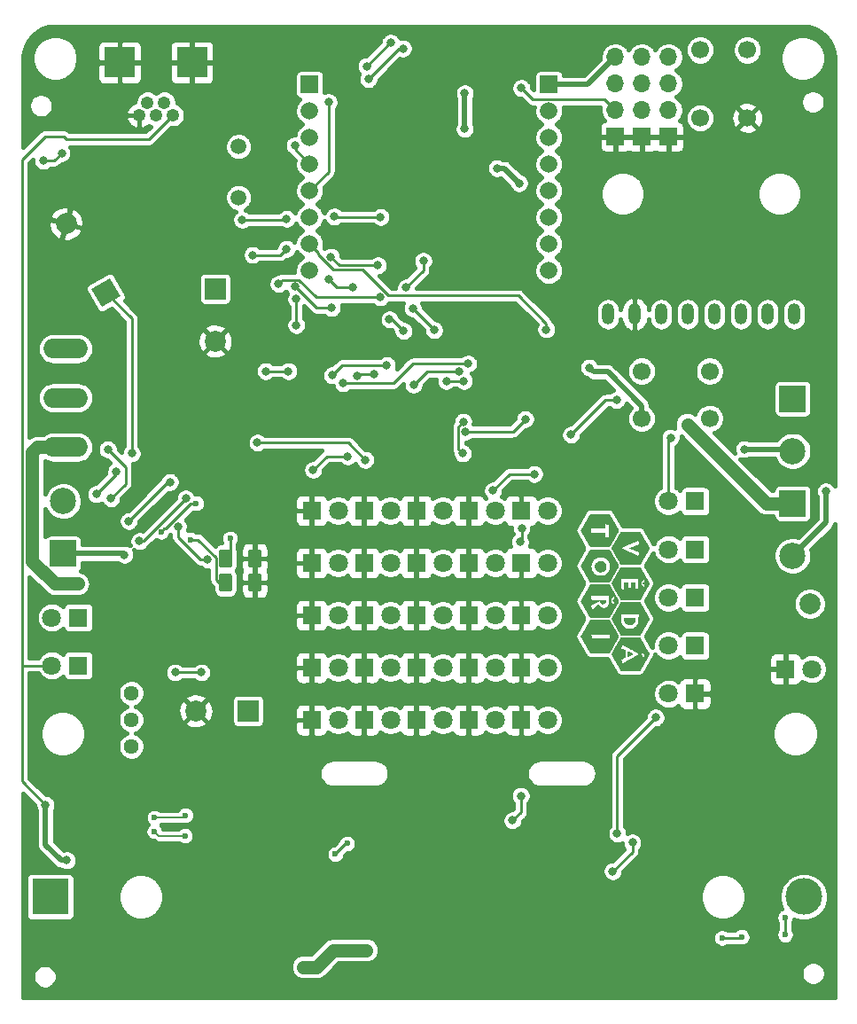
<source format=gbr>
G04 #@! TF.GenerationSoftware,KiCad,Pcbnew,(5.1.5)-3*
G04 #@! TF.CreationDate,2020-05-04T23:08:05+02:00*
G04 #@! TF.ProjectId,TrackRay_H01,54726163-6b52-4617-995f-4830312e6b69,rev?*
G04 #@! TF.SameCoordinates,Original*
G04 #@! TF.FileFunction,Copper,L1,Top*
G04 #@! TF.FilePolarity,Positive*
%FSLAX46Y46*%
G04 Gerber Fmt 4.6, Leading zero omitted, Abs format (unit mm)*
G04 Created by KiCad (PCBNEW (5.1.5)-3) date 2020-05-04 23:08:05*
%MOMM*%
%LPD*%
G04 APERTURE LIST*
%ADD10C,0.010000*%
%ADD11O,4.200000X1.900000*%
%ADD12C,2.000000*%
%ADD13C,0.100000*%
%ADD14C,1.800000*%
%ADD15R,1.800000X1.800000*%
%ADD16C,3.500000*%
%ADD17R,3.500000X3.500000*%
%ADD18C,2.500000*%
%ADD19R,2.500000X2.500000*%
%ADD20O,1.200000X2.000000*%
%ADD21R,1.665000X1.665000*%
%ADD22C,1.665000*%
%ADD23O,1.700000X1.700000*%
%ADD24R,1.700000X1.700000*%
%ADD25C,1.500000*%
%ADD26C,0.750000*%
%ADD27R,5.000000X3.400000*%
%ADD28C,1.700000*%
%ADD29C,1.440000*%
%ADD30O,1.219200X1.219200*%
%ADD31R,2.895600X2.895600*%
%ADD32C,0.500000*%
%ADD33R,2.000000X2.000000*%
%ADD34C,0.800000*%
%ADD35C,1.200000*%
%ADD36C,1.000000*%
%ADD37C,0.600000*%
%ADD38C,0.254000*%
%ADD39C,0.508000*%
%ADD40C,1.270000*%
%ADD41C,0.127000*%
%ADD42C,0.457200*%
G04 APERTURE END LIST*
D10*
G36*
X57469002Y-48779805D02*
G01*
X57463169Y-48792284D01*
X57454214Y-48809712D01*
X57442764Y-48830886D01*
X57429446Y-48854601D01*
X57423329Y-48865230D01*
X57408287Y-48891216D01*
X57393662Y-48916547D01*
X57380364Y-48939643D01*
X57369301Y-48958925D01*
X57361383Y-48972812D01*
X57359894Y-48975447D01*
X57352878Y-48987760D01*
X57342478Y-49005829D01*
X57329637Y-49028023D01*
X57315300Y-49052712D01*
X57300411Y-49078263D01*
X57297979Y-49082429D01*
X57283426Y-49107416D01*
X57269599Y-49131296D01*
X57257351Y-49152581D01*
X57247541Y-49169781D01*
X57241023Y-49181407D01*
X57240134Y-49183036D01*
X57233858Y-49194308D01*
X57224309Y-49211055D01*
X57212577Y-49231385D01*
X57199750Y-49253404D01*
X57193545Y-49263982D01*
X57181728Y-49284262D01*
X57171616Y-49301961D01*
X57163943Y-49315768D01*
X57159441Y-49324374D01*
X57158563Y-49326552D01*
X57156161Y-49331758D01*
X57150368Y-49340044D01*
X57150212Y-49340242D01*
X57143569Y-49349944D01*
X57135270Y-49363728D01*
X57129589Y-49373998D01*
X57121869Y-49388166D01*
X57111519Y-49406637D01*
X57100269Y-49426342D01*
X57095128Y-49435213D01*
X57085915Y-49451128D01*
X57078571Y-49464013D01*
X57074002Y-49472266D01*
X57072940Y-49474440D01*
X57070777Y-49478318D01*
X57065133Y-49487305D01*
X57057956Y-49498345D01*
X57050167Y-49510707D01*
X57044749Y-49520331D01*
X57042972Y-49524750D01*
X57040865Y-49529545D01*
X57035077Y-49540221D01*
X57026409Y-49555362D01*
X57015660Y-49573550D01*
X57011476Y-49580502D01*
X56987793Y-49620127D01*
X56965683Y-49657987D01*
X56946269Y-49692142D01*
X56933702Y-49714995D01*
X56926859Y-49727392D01*
X56916999Y-49744859D01*
X56904929Y-49766006D01*
X56891453Y-49789445D01*
X56877378Y-49813785D01*
X56863508Y-49837638D01*
X56850651Y-49859614D01*
X56839610Y-49878323D01*
X56831193Y-49892377D01*
X56826204Y-49900385D01*
X56826193Y-49900403D01*
X56819948Y-49910366D01*
X56816388Y-49917163D01*
X56816071Y-49918304D01*
X56813993Y-49922739D01*
X56808269Y-49933157D01*
X56799667Y-49948204D01*
X56788956Y-49966526D01*
X56783420Y-49975870D01*
X56769687Y-49999137D01*
X56755486Y-50023516D01*
X56742367Y-50046326D01*
X56731881Y-50064884D01*
X56730630Y-50067137D01*
X56724365Y-50078390D01*
X56717335Y-50090869D01*
X56709088Y-50105357D01*
X56699172Y-50122636D01*
X56687136Y-50143490D01*
X56672528Y-50168700D01*
X56654897Y-50199050D01*
X56633790Y-50235322D01*
X56612059Y-50272632D01*
X56602636Y-50289061D01*
X56594720Y-50303335D01*
X56589424Y-50313423D01*
X56588008Y-50316514D01*
X56587374Y-50317377D01*
X56585929Y-50318172D01*
X56583330Y-50318901D01*
X56579237Y-50319567D01*
X56573308Y-50320172D01*
X56565201Y-50320720D01*
X56554576Y-50321214D01*
X56541089Y-50321655D01*
X56524400Y-50322048D01*
X56504168Y-50322394D01*
X56480050Y-50322698D01*
X56451706Y-50322961D01*
X56418793Y-50323186D01*
X56380971Y-50323377D01*
X56337897Y-50323536D01*
X56289230Y-50323666D01*
X56234629Y-50323770D01*
X56173752Y-50323850D01*
X56106257Y-50323910D01*
X56031804Y-50323953D01*
X55950050Y-50323981D01*
X55860653Y-50323997D01*
X55763274Y-50324004D01*
X55690766Y-50324006D01*
X55587643Y-50324003D01*
X55492741Y-50323993D01*
X55405718Y-50323974D01*
X55326234Y-50323942D01*
X55253946Y-50323894D01*
X55188514Y-50323828D01*
X55129595Y-50323741D01*
X55076849Y-50323629D01*
X55029935Y-50323491D01*
X54988510Y-50323323D01*
X54952233Y-50323122D01*
X54920764Y-50322885D01*
X54893760Y-50322610D01*
X54870880Y-50322294D01*
X54851783Y-50321934D01*
X54836128Y-50321527D01*
X54823573Y-50321070D01*
X54813776Y-50320561D01*
X54806397Y-50319996D01*
X54801093Y-50319373D01*
X54797524Y-50318688D01*
X54795348Y-50317940D01*
X54794224Y-50317125D01*
X54793880Y-50316514D01*
X54792170Y-50312310D01*
X54788891Y-50305663D01*
X54783557Y-50295686D01*
X54775679Y-50281496D01*
X54764767Y-50262208D01*
X54750333Y-50236936D01*
X54739719Y-50218427D01*
X54730978Y-50203050D01*
X54723911Y-50190333D01*
X54719588Y-50182217D01*
X54718825Y-50180587D01*
X54714892Y-50173812D01*
X54711956Y-50169884D01*
X54707213Y-50162754D01*
X54700296Y-50150863D01*
X54694363Y-50139917D01*
X54685344Y-50123741D01*
X54675568Y-50107719D01*
X54670194Y-50099674D01*
X54663239Y-50089251D01*
X54658992Y-50081741D01*
X54658377Y-50079893D01*
X54656335Y-50075239D01*
X54650745Y-50064687D01*
X54642416Y-50049712D01*
X54632155Y-50031788D01*
X54630008Y-50028091D01*
X54608109Y-49990468D01*
X54590094Y-49959477D01*
X54575526Y-49934360D01*
X54563965Y-49914359D01*
X54554973Y-49898716D01*
X54548112Y-49886672D01*
X54543667Y-49878767D01*
X54537423Y-49867765D01*
X54528036Y-49851457D01*
X54516706Y-49831919D01*
X54504632Y-49811223D01*
X54502820Y-49808128D01*
X54490551Y-49787028D01*
X54478696Y-49766356D01*
X54468520Y-49748338D01*
X54461287Y-49735196D01*
X54460676Y-49734050D01*
X54454639Y-49723107D01*
X54445151Y-49706438D01*
X54433152Y-49685667D01*
X54419581Y-49662421D01*
X54405804Y-49639048D01*
X54392628Y-49616650D01*
X54381094Y-49596754D01*
X54371869Y-49580534D01*
X54365621Y-49569162D01*
X54363015Y-49563814D01*
X54362979Y-49563623D01*
X54360459Y-49558200D01*
X54357043Y-49553738D01*
X54351883Y-49546424D01*
X54344599Y-49534407D01*
X54338480Y-49523432D01*
X54330590Y-49509050D01*
X54320115Y-49490394D01*
X54308806Y-49470572D01*
X54303744Y-49461812D01*
X54294561Y-49445891D01*
X54287241Y-49433002D01*
X54282691Y-49424752D01*
X54281637Y-49422585D01*
X54279474Y-49418707D01*
X54273830Y-49409720D01*
X54266653Y-49398680D01*
X54258846Y-49386172D01*
X54253425Y-49376237D01*
X54251669Y-49371492D01*
X54249426Y-49365835D01*
X54243591Y-49355564D01*
X54236685Y-49344807D01*
X54228890Y-49332985D01*
X54223471Y-49324296D01*
X54221701Y-49320880D01*
X54219643Y-49316836D01*
X54213916Y-49306586D01*
X54205191Y-49291304D01*
X54194140Y-49272168D01*
X54181432Y-49250350D01*
X54181030Y-49249663D01*
X54168276Y-49227746D01*
X54157160Y-49208436D01*
X54148354Y-49192916D01*
X54142531Y-49182371D01*
X54140361Y-49177988D01*
X54140359Y-49177966D01*
X54138312Y-49173474D01*
X54132956Y-49163816D01*
X54125770Y-49151619D01*
X54116521Y-49136117D01*
X54104521Y-49115761D01*
X54090713Y-49092180D01*
X54076046Y-49067002D01*
X54061464Y-49041858D01*
X54047914Y-49018377D01*
X54036341Y-48998187D01*
X54027692Y-48982920D01*
X54024730Y-48977587D01*
X54017774Y-48965121D01*
X54007793Y-48947530D01*
X53995640Y-48926284D01*
X53982166Y-48902859D01*
X53968224Y-48878725D01*
X53954664Y-48855357D01*
X53942341Y-48834227D01*
X53932104Y-48816808D01*
X53924805Y-48804573D01*
X53922420Y-48800693D01*
X53917075Y-48790685D01*
X53914533Y-48780839D01*
X53915145Y-48769872D01*
X53919258Y-48756504D01*
X53927223Y-48739453D01*
X53939388Y-48717439D01*
X53950039Y-48699313D01*
X53962539Y-48678234D01*
X53973837Y-48659013D01*
X53983044Y-48643175D01*
X53989272Y-48632243D01*
X53991210Y-48628674D01*
X53996541Y-48619022D01*
X54004370Y-48605697D01*
X54009930Y-48596566D01*
X54018563Y-48582231D01*
X54026332Y-48568688D01*
X54029767Y-48562317D01*
X54034293Y-48553990D01*
X54042152Y-48540024D01*
X54052352Y-48522169D01*
X54063895Y-48502174D01*
X54067507Y-48495959D01*
X54079982Y-48474413D01*
X54092108Y-48453268D01*
X54102641Y-48434704D01*
X54110337Y-48420905D01*
X54111432Y-48418898D01*
X54119198Y-48405238D01*
X54126240Y-48393955D01*
X54130143Y-48388593D01*
X54134964Y-48382159D01*
X54136078Y-48379575D01*
X54138103Y-48375161D01*
X54143570Y-48365033D01*
X54151566Y-48350852D01*
X54158272Y-48339241D01*
X54200862Y-48265039D01*
X54220940Y-48229181D01*
X54229357Y-48214251D01*
X54239880Y-48195936D01*
X54251419Y-48176090D01*
X54262887Y-48156566D01*
X54273195Y-48139220D01*
X54281256Y-48125906D01*
X54285477Y-48119219D01*
X54291056Y-48110017D01*
X54298835Y-48096179D01*
X54307130Y-48080698D01*
X54307135Y-48080688D01*
X54315472Y-48065201D01*
X54323355Y-48051356D01*
X54329073Y-48042158D01*
X54333210Y-48035526D01*
X54340881Y-48022605D01*
X54351408Y-48004560D01*
X54364114Y-47982559D01*
X54378321Y-47957766D01*
X54388776Y-47939411D01*
X54405308Y-47910382D01*
X54422354Y-47880571D01*
X54438843Y-47851842D01*
X54453705Y-47826055D01*
X54465872Y-47805075D01*
X54469927Y-47798133D01*
X54482263Y-47776952D01*
X54494481Y-47755744D01*
X54505166Y-47736982D01*
X54512859Y-47723213D01*
X54521357Y-47708334D01*
X54529490Y-47695125D01*
X54534862Y-47687317D01*
X54540562Y-47678490D01*
X54542786Y-47672275D01*
X54545035Y-47666399D01*
X54550885Y-47655963D01*
X54557770Y-47645194D01*
X54565566Y-47633369D01*
X54570985Y-47624673D01*
X54572754Y-47621249D01*
X54574770Y-47617076D01*
X54580211Y-47607149D01*
X54588170Y-47593103D01*
X54594877Y-47581480D01*
X54609359Y-47556547D01*
X54620171Y-47537902D01*
X54627951Y-47524435D01*
X54633336Y-47515032D01*
X54636963Y-47508582D01*
X54639469Y-47503973D01*
X54641234Y-47500594D01*
X54646329Y-47491286D01*
X54653238Y-47479325D01*
X54654591Y-47477048D01*
X54657453Y-47472221D01*
X54661360Y-47465562D01*
X54666693Y-47456413D01*
X54673831Y-47444117D01*
X54683156Y-47428017D01*
X54695047Y-47407458D01*
X54709884Y-47381781D01*
X54728048Y-47350331D01*
X54749918Y-47312450D01*
X54762405Y-47290818D01*
X54771840Y-47274508D01*
X54780723Y-47259208D01*
X54787304Y-47247931D01*
X54787888Y-47246937D01*
X54796072Y-47233023D01*
X56178182Y-47233023D01*
X56178182Y-48092533D01*
X56178182Y-48547333D01*
X54795374Y-48547333D01*
X54795374Y-48559571D01*
X54795770Y-48566219D01*
X54796906Y-48580495D01*
X54798700Y-48601506D01*
X54801075Y-48628355D01*
X54803948Y-48660148D01*
X54807240Y-48695991D01*
X54810872Y-48734990D01*
X54814616Y-48774698D01*
X54818480Y-48815507D01*
X54822087Y-48853706D01*
X54825356Y-48888450D01*
X54828209Y-48918896D01*
X54830567Y-48944197D01*
X54832351Y-48963511D01*
X54833482Y-48975992D01*
X54833881Y-48980796D01*
X54833881Y-48980798D01*
X54838089Y-48981157D01*
X54850401Y-48981505D01*
X54870360Y-48981839D01*
X54897510Y-48982158D01*
X54931392Y-48982458D01*
X54971549Y-48982739D01*
X55017524Y-48982998D01*
X55068858Y-48983232D01*
X55125096Y-48983440D01*
X55185778Y-48983618D01*
X55250449Y-48983766D01*
X55318649Y-48983881D01*
X55389922Y-48983961D01*
X55463811Y-48984003D01*
X55506043Y-48984009D01*
X56178182Y-48984009D01*
X56178182Y-49407842D01*
X56580609Y-49407842D01*
X56580558Y-48805271D01*
X56580507Y-48202701D01*
X56388977Y-48150130D01*
X56349682Y-48139347D01*
X56312690Y-48129201D01*
X56278867Y-48119930D01*
X56249079Y-48111770D01*
X56224194Y-48104960D01*
X56205078Y-48099736D01*
X56192599Y-48096336D01*
X56187814Y-48095046D01*
X56178182Y-48092533D01*
X56178182Y-47233023D01*
X56587171Y-47233023D01*
X56601944Y-47257639D01*
X56611481Y-47273885D01*
X56622769Y-47293626D01*
X56633500Y-47312822D01*
X56634348Y-47314365D01*
X56644889Y-47333247D01*
X56657593Y-47355548D01*
X56670219Y-47377346D01*
X56674089Y-47383933D01*
X56693264Y-47416435D01*
X56708636Y-47442539D01*
X56720769Y-47463215D01*
X56730224Y-47479432D01*
X56737564Y-47492159D01*
X56743350Y-47502365D01*
X56748144Y-47511020D01*
X56752510Y-47519092D01*
X56752920Y-47519859D01*
X56761567Y-47535499D01*
X56770379Y-47550597D01*
X56775212Y-47558389D01*
X56780160Y-47566471D01*
X56788428Y-47580453D01*
X56799122Y-47598779D01*
X56811347Y-47619897D01*
X56824209Y-47642252D01*
X56836813Y-47664291D01*
X56848265Y-47684460D01*
X56857670Y-47701204D01*
X56863217Y-47711269D01*
X56868142Y-47720090D01*
X56876834Y-47735369D01*
X56888749Y-47756166D01*
X56903344Y-47781539D01*
X56920077Y-47810549D01*
X56938405Y-47842254D01*
X56957783Y-47875715D01*
X56977671Y-47909990D01*
X56997523Y-47944139D01*
X57011509Y-47968152D01*
X57026827Y-47994480D01*
X57041251Y-48019367D01*
X57054039Y-48041527D01*
X57064451Y-48059676D01*
X57071747Y-48072528D01*
X57074408Y-48077321D01*
X57080957Y-48089086D01*
X57090339Y-48105557D01*
X57101030Y-48124071D01*
X57106943Y-48134203D01*
X57118444Y-48153937D01*
X57132295Y-48177862D01*
X57146616Y-48202726D01*
X57157640Y-48221966D01*
X57169102Y-48241958D01*
X57183567Y-48267071D01*
X57199722Y-48295033D01*
X57216255Y-48323571D01*
X57229956Y-48347155D01*
X57243256Y-48370116D01*
X57254953Y-48390509D01*
X57264406Y-48407201D01*
X57270975Y-48419058D01*
X57274018Y-48424945D01*
X57274153Y-48425352D01*
X57276291Y-48429854D01*
X57281855Y-48439335D01*
X57288536Y-48450003D01*
X57296637Y-48463092D01*
X57307360Y-48481060D01*
X57319165Y-48501302D01*
X57328136Y-48516997D01*
X57341171Y-48540024D01*
X57350956Y-48557235D01*
X57358448Y-48570272D01*
X57364601Y-48580777D01*
X57370373Y-48590393D01*
X57376719Y-48600761D01*
X57380112Y-48606263D01*
X57387417Y-48618513D01*
X57392456Y-48627757D01*
X57394025Y-48631575D01*
X57396108Y-48636482D01*
X57401459Y-48646126D01*
X57406193Y-48653986D01*
X57423376Y-48682228D01*
X57438754Y-48708482D01*
X57451768Y-48731723D01*
X57461864Y-48750925D01*
X57468483Y-48765065D01*
X57471070Y-48773116D01*
X57471086Y-48773480D01*
X57469002Y-48779805D01*
G37*
X57469002Y-48779805D02*
X57463169Y-48792284D01*
X57454214Y-48809712D01*
X57442764Y-48830886D01*
X57429446Y-48854601D01*
X57423329Y-48865230D01*
X57408287Y-48891216D01*
X57393662Y-48916547D01*
X57380364Y-48939643D01*
X57369301Y-48958925D01*
X57361383Y-48972812D01*
X57359894Y-48975447D01*
X57352878Y-48987760D01*
X57342478Y-49005829D01*
X57329637Y-49028023D01*
X57315300Y-49052712D01*
X57300411Y-49078263D01*
X57297979Y-49082429D01*
X57283426Y-49107416D01*
X57269599Y-49131296D01*
X57257351Y-49152581D01*
X57247541Y-49169781D01*
X57241023Y-49181407D01*
X57240134Y-49183036D01*
X57233858Y-49194308D01*
X57224309Y-49211055D01*
X57212577Y-49231385D01*
X57199750Y-49253404D01*
X57193545Y-49263982D01*
X57181728Y-49284262D01*
X57171616Y-49301961D01*
X57163943Y-49315768D01*
X57159441Y-49324374D01*
X57158563Y-49326552D01*
X57156161Y-49331758D01*
X57150368Y-49340044D01*
X57150212Y-49340242D01*
X57143569Y-49349944D01*
X57135270Y-49363728D01*
X57129589Y-49373998D01*
X57121869Y-49388166D01*
X57111519Y-49406637D01*
X57100269Y-49426342D01*
X57095128Y-49435213D01*
X57085915Y-49451128D01*
X57078571Y-49464013D01*
X57074002Y-49472266D01*
X57072940Y-49474440D01*
X57070777Y-49478318D01*
X57065133Y-49487305D01*
X57057956Y-49498345D01*
X57050167Y-49510707D01*
X57044749Y-49520331D01*
X57042972Y-49524750D01*
X57040865Y-49529545D01*
X57035077Y-49540221D01*
X57026409Y-49555362D01*
X57015660Y-49573550D01*
X57011476Y-49580502D01*
X56987793Y-49620127D01*
X56965683Y-49657987D01*
X56946269Y-49692142D01*
X56933702Y-49714995D01*
X56926859Y-49727392D01*
X56916999Y-49744859D01*
X56904929Y-49766006D01*
X56891453Y-49789445D01*
X56877378Y-49813785D01*
X56863508Y-49837638D01*
X56850651Y-49859614D01*
X56839610Y-49878323D01*
X56831193Y-49892377D01*
X56826204Y-49900385D01*
X56826193Y-49900403D01*
X56819948Y-49910366D01*
X56816388Y-49917163D01*
X56816071Y-49918304D01*
X56813993Y-49922739D01*
X56808269Y-49933157D01*
X56799667Y-49948204D01*
X56788956Y-49966526D01*
X56783420Y-49975870D01*
X56769687Y-49999137D01*
X56755486Y-50023516D01*
X56742367Y-50046326D01*
X56731881Y-50064884D01*
X56730630Y-50067137D01*
X56724365Y-50078390D01*
X56717335Y-50090869D01*
X56709088Y-50105357D01*
X56699172Y-50122636D01*
X56687136Y-50143490D01*
X56672528Y-50168700D01*
X56654897Y-50199050D01*
X56633790Y-50235322D01*
X56612059Y-50272632D01*
X56602636Y-50289061D01*
X56594720Y-50303335D01*
X56589424Y-50313423D01*
X56588008Y-50316514D01*
X56587374Y-50317377D01*
X56585929Y-50318172D01*
X56583330Y-50318901D01*
X56579237Y-50319567D01*
X56573308Y-50320172D01*
X56565201Y-50320720D01*
X56554576Y-50321214D01*
X56541089Y-50321655D01*
X56524400Y-50322048D01*
X56504168Y-50322394D01*
X56480050Y-50322698D01*
X56451706Y-50322961D01*
X56418793Y-50323186D01*
X56380971Y-50323377D01*
X56337897Y-50323536D01*
X56289230Y-50323666D01*
X56234629Y-50323770D01*
X56173752Y-50323850D01*
X56106257Y-50323910D01*
X56031804Y-50323953D01*
X55950050Y-50323981D01*
X55860653Y-50323997D01*
X55763274Y-50324004D01*
X55690766Y-50324006D01*
X55587643Y-50324003D01*
X55492741Y-50323993D01*
X55405718Y-50323974D01*
X55326234Y-50323942D01*
X55253946Y-50323894D01*
X55188514Y-50323828D01*
X55129595Y-50323741D01*
X55076849Y-50323629D01*
X55029935Y-50323491D01*
X54988510Y-50323323D01*
X54952233Y-50323122D01*
X54920764Y-50322885D01*
X54893760Y-50322610D01*
X54870880Y-50322294D01*
X54851783Y-50321934D01*
X54836128Y-50321527D01*
X54823573Y-50321070D01*
X54813776Y-50320561D01*
X54806397Y-50319996D01*
X54801093Y-50319373D01*
X54797524Y-50318688D01*
X54795348Y-50317940D01*
X54794224Y-50317125D01*
X54793880Y-50316514D01*
X54792170Y-50312310D01*
X54788891Y-50305663D01*
X54783557Y-50295686D01*
X54775679Y-50281496D01*
X54764767Y-50262208D01*
X54750333Y-50236936D01*
X54739719Y-50218427D01*
X54730978Y-50203050D01*
X54723911Y-50190333D01*
X54719588Y-50182217D01*
X54718825Y-50180587D01*
X54714892Y-50173812D01*
X54711956Y-50169884D01*
X54707213Y-50162754D01*
X54700296Y-50150863D01*
X54694363Y-50139917D01*
X54685344Y-50123741D01*
X54675568Y-50107719D01*
X54670194Y-50099674D01*
X54663239Y-50089251D01*
X54658992Y-50081741D01*
X54658377Y-50079893D01*
X54656335Y-50075239D01*
X54650745Y-50064687D01*
X54642416Y-50049712D01*
X54632155Y-50031788D01*
X54630008Y-50028091D01*
X54608109Y-49990468D01*
X54590094Y-49959477D01*
X54575526Y-49934360D01*
X54563965Y-49914359D01*
X54554973Y-49898716D01*
X54548112Y-49886672D01*
X54543667Y-49878767D01*
X54537423Y-49867765D01*
X54528036Y-49851457D01*
X54516706Y-49831919D01*
X54504632Y-49811223D01*
X54502820Y-49808128D01*
X54490551Y-49787028D01*
X54478696Y-49766356D01*
X54468520Y-49748338D01*
X54461287Y-49735196D01*
X54460676Y-49734050D01*
X54454639Y-49723107D01*
X54445151Y-49706438D01*
X54433152Y-49685667D01*
X54419581Y-49662421D01*
X54405804Y-49639048D01*
X54392628Y-49616650D01*
X54381094Y-49596754D01*
X54371869Y-49580534D01*
X54365621Y-49569162D01*
X54363015Y-49563814D01*
X54362979Y-49563623D01*
X54360459Y-49558200D01*
X54357043Y-49553738D01*
X54351883Y-49546424D01*
X54344599Y-49534407D01*
X54338480Y-49523432D01*
X54330590Y-49509050D01*
X54320115Y-49490394D01*
X54308806Y-49470572D01*
X54303744Y-49461812D01*
X54294561Y-49445891D01*
X54287241Y-49433002D01*
X54282691Y-49424752D01*
X54281637Y-49422585D01*
X54279474Y-49418707D01*
X54273830Y-49409720D01*
X54266653Y-49398680D01*
X54258846Y-49386172D01*
X54253425Y-49376237D01*
X54251669Y-49371492D01*
X54249426Y-49365835D01*
X54243591Y-49355564D01*
X54236685Y-49344807D01*
X54228890Y-49332985D01*
X54223471Y-49324296D01*
X54221701Y-49320880D01*
X54219643Y-49316836D01*
X54213916Y-49306586D01*
X54205191Y-49291304D01*
X54194140Y-49272168D01*
X54181432Y-49250350D01*
X54181030Y-49249663D01*
X54168276Y-49227746D01*
X54157160Y-49208436D01*
X54148354Y-49192916D01*
X54142531Y-49182371D01*
X54140361Y-49177988D01*
X54140359Y-49177966D01*
X54138312Y-49173474D01*
X54132956Y-49163816D01*
X54125770Y-49151619D01*
X54116521Y-49136117D01*
X54104521Y-49115761D01*
X54090713Y-49092180D01*
X54076046Y-49067002D01*
X54061464Y-49041858D01*
X54047914Y-49018377D01*
X54036341Y-48998187D01*
X54027692Y-48982920D01*
X54024730Y-48977587D01*
X54017774Y-48965121D01*
X54007793Y-48947530D01*
X53995640Y-48926284D01*
X53982166Y-48902859D01*
X53968224Y-48878725D01*
X53954664Y-48855357D01*
X53942341Y-48834227D01*
X53932104Y-48816808D01*
X53924805Y-48804573D01*
X53922420Y-48800693D01*
X53917075Y-48790685D01*
X53914533Y-48780839D01*
X53915145Y-48769872D01*
X53919258Y-48756504D01*
X53927223Y-48739453D01*
X53939388Y-48717439D01*
X53950039Y-48699313D01*
X53962539Y-48678234D01*
X53973837Y-48659013D01*
X53983044Y-48643175D01*
X53989272Y-48632243D01*
X53991210Y-48628674D01*
X53996541Y-48619022D01*
X54004370Y-48605697D01*
X54009930Y-48596566D01*
X54018563Y-48582231D01*
X54026332Y-48568688D01*
X54029767Y-48562317D01*
X54034293Y-48553990D01*
X54042152Y-48540024D01*
X54052352Y-48522169D01*
X54063895Y-48502174D01*
X54067507Y-48495959D01*
X54079982Y-48474413D01*
X54092108Y-48453268D01*
X54102641Y-48434704D01*
X54110337Y-48420905D01*
X54111432Y-48418898D01*
X54119198Y-48405238D01*
X54126240Y-48393955D01*
X54130143Y-48388593D01*
X54134964Y-48382159D01*
X54136078Y-48379575D01*
X54138103Y-48375161D01*
X54143570Y-48365033D01*
X54151566Y-48350852D01*
X54158272Y-48339241D01*
X54200862Y-48265039D01*
X54220940Y-48229181D01*
X54229357Y-48214251D01*
X54239880Y-48195936D01*
X54251419Y-48176090D01*
X54262887Y-48156566D01*
X54273195Y-48139220D01*
X54281256Y-48125906D01*
X54285477Y-48119219D01*
X54291056Y-48110017D01*
X54298835Y-48096179D01*
X54307130Y-48080698D01*
X54307135Y-48080688D01*
X54315472Y-48065201D01*
X54323355Y-48051356D01*
X54329073Y-48042158D01*
X54333210Y-48035526D01*
X54340881Y-48022605D01*
X54351408Y-48004560D01*
X54364114Y-47982559D01*
X54378321Y-47957766D01*
X54388776Y-47939411D01*
X54405308Y-47910382D01*
X54422354Y-47880571D01*
X54438843Y-47851842D01*
X54453705Y-47826055D01*
X54465872Y-47805075D01*
X54469927Y-47798133D01*
X54482263Y-47776952D01*
X54494481Y-47755744D01*
X54505166Y-47736982D01*
X54512859Y-47723213D01*
X54521357Y-47708334D01*
X54529490Y-47695125D01*
X54534862Y-47687317D01*
X54540562Y-47678490D01*
X54542786Y-47672275D01*
X54545035Y-47666399D01*
X54550885Y-47655963D01*
X54557770Y-47645194D01*
X54565566Y-47633369D01*
X54570985Y-47624673D01*
X54572754Y-47621249D01*
X54574770Y-47617076D01*
X54580211Y-47607149D01*
X54588170Y-47593103D01*
X54594877Y-47581480D01*
X54609359Y-47556547D01*
X54620171Y-47537902D01*
X54627951Y-47524435D01*
X54633336Y-47515032D01*
X54636963Y-47508582D01*
X54639469Y-47503973D01*
X54641234Y-47500594D01*
X54646329Y-47491286D01*
X54653238Y-47479325D01*
X54654591Y-47477048D01*
X54657453Y-47472221D01*
X54661360Y-47465562D01*
X54666693Y-47456413D01*
X54673831Y-47444117D01*
X54683156Y-47428017D01*
X54695047Y-47407458D01*
X54709884Y-47381781D01*
X54728048Y-47350331D01*
X54749918Y-47312450D01*
X54762405Y-47290818D01*
X54771840Y-47274508D01*
X54780723Y-47259208D01*
X54787304Y-47247931D01*
X54787888Y-47246937D01*
X54796072Y-47233023D01*
X56178182Y-47233023D01*
X56178182Y-48092533D01*
X56178182Y-48547333D01*
X54795374Y-48547333D01*
X54795374Y-48559571D01*
X54795770Y-48566219D01*
X54796906Y-48580495D01*
X54798700Y-48601506D01*
X54801075Y-48628355D01*
X54803948Y-48660148D01*
X54807240Y-48695991D01*
X54810872Y-48734990D01*
X54814616Y-48774698D01*
X54818480Y-48815507D01*
X54822087Y-48853706D01*
X54825356Y-48888450D01*
X54828209Y-48918896D01*
X54830567Y-48944197D01*
X54832351Y-48963511D01*
X54833482Y-48975992D01*
X54833881Y-48980796D01*
X54833881Y-48980798D01*
X54838089Y-48981157D01*
X54850401Y-48981505D01*
X54870360Y-48981839D01*
X54897510Y-48982158D01*
X54931392Y-48982458D01*
X54971549Y-48982739D01*
X55017524Y-48982998D01*
X55068858Y-48983232D01*
X55125096Y-48983440D01*
X55185778Y-48983618D01*
X55250449Y-48983766D01*
X55318649Y-48983881D01*
X55389922Y-48983961D01*
X55463811Y-48984003D01*
X55506043Y-48984009D01*
X56178182Y-48984009D01*
X56178182Y-49407842D01*
X56580609Y-49407842D01*
X56580558Y-48805271D01*
X56580507Y-48202701D01*
X56388977Y-48150130D01*
X56349682Y-48139347D01*
X56312690Y-48129201D01*
X56278867Y-48119930D01*
X56249079Y-48111770D01*
X56224194Y-48104960D01*
X56205078Y-48099736D01*
X56192599Y-48096336D01*
X56187814Y-48095046D01*
X56178182Y-48092533D01*
X56178182Y-47233023D01*
X56587171Y-47233023D01*
X56601944Y-47257639D01*
X56611481Y-47273885D01*
X56622769Y-47293626D01*
X56633500Y-47312822D01*
X56634348Y-47314365D01*
X56644889Y-47333247D01*
X56657593Y-47355548D01*
X56670219Y-47377346D01*
X56674089Y-47383933D01*
X56693264Y-47416435D01*
X56708636Y-47442539D01*
X56720769Y-47463215D01*
X56730224Y-47479432D01*
X56737564Y-47492159D01*
X56743350Y-47502365D01*
X56748144Y-47511020D01*
X56752510Y-47519092D01*
X56752920Y-47519859D01*
X56761567Y-47535499D01*
X56770379Y-47550597D01*
X56775212Y-47558389D01*
X56780160Y-47566471D01*
X56788428Y-47580453D01*
X56799122Y-47598779D01*
X56811347Y-47619897D01*
X56824209Y-47642252D01*
X56836813Y-47664291D01*
X56848265Y-47684460D01*
X56857670Y-47701204D01*
X56863217Y-47711269D01*
X56868142Y-47720090D01*
X56876834Y-47735369D01*
X56888749Y-47756166D01*
X56903344Y-47781539D01*
X56920077Y-47810549D01*
X56938405Y-47842254D01*
X56957783Y-47875715D01*
X56977671Y-47909990D01*
X56997523Y-47944139D01*
X57011509Y-47968152D01*
X57026827Y-47994480D01*
X57041251Y-48019367D01*
X57054039Y-48041527D01*
X57064451Y-48059676D01*
X57071747Y-48072528D01*
X57074408Y-48077321D01*
X57080957Y-48089086D01*
X57090339Y-48105557D01*
X57101030Y-48124071D01*
X57106943Y-48134203D01*
X57118444Y-48153937D01*
X57132295Y-48177862D01*
X57146616Y-48202726D01*
X57157640Y-48221966D01*
X57169102Y-48241958D01*
X57183567Y-48267071D01*
X57199722Y-48295033D01*
X57216255Y-48323571D01*
X57229956Y-48347155D01*
X57243256Y-48370116D01*
X57254953Y-48390509D01*
X57264406Y-48407201D01*
X57270975Y-48419058D01*
X57274018Y-48424945D01*
X57274153Y-48425352D01*
X57276291Y-48429854D01*
X57281855Y-48439335D01*
X57288536Y-48450003D01*
X57296637Y-48463092D01*
X57307360Y-48481060D01*
X57319165Y-48501302D01*
X57328136Y-48516997D01*
X57341171Y-48540024D01*
X57350956Y-48557235D01*
X57358448Y-48570272D01*
X57364601Y-48580777D01*
X57370373Y-48590393D01*
X57376719Y-48600761D01*
X57380112Y-48606263D01*
X57387417Y-48618513D01*
X57392456Y-48627757D01*
X57394025Y-48631575D01*
X57396108Y-48636482D01*
X57401459Y-48646126D01*
X57406193Y-48653986D01*
X57423376Y-48682228D01*
X57438754Y-48708482D01*
X57451768Y-48731723D01*
X57461864Y-48750925D01*
X57468483Y-48765065D01*
X57471070Y-48773116D01*
X57471086Y-48773480D01*
X57469002Y-48779805D01*
G36*
X57469077Y-52156174D02*
G01*
X57463815Y-52169101D01*
X57456567Y-52183514D01*
X57447808Y-52199482D01*
X57439485Y-52214789D01*
X57434091Y-52224828D01*
X57428498Y-52234901D01*
X57424513Y-52241270D01*
X57423952Y-52241953D01*
X57420866Y-52246794D01*
X57415655Y-52256471D01*
X57413249Y-52261221D01*
X57406872Y-52272478D01*
X57401010Y-52280342D01*
X57399377Y-52281769D01*
X57394863Y-52288535D01*
X57394025Y-52293542D01*
X57392528Y-52300388D01*
X57390537Y-52301892D01*
X57386463Y-52305314D01*
X57380887Y-52313752D01*
X57379775Y-52315806D01*
X57372804Y-52328651D01*
X57364521Y-52343279D01*
X57362444Y-52346844D01*
X57354873Y-52360028D01*
X57345553Y-52376653D01*
X57338397Y-52389655D01*
X57330928Y-52402894D01*
X57324805Y-52412893D01*
X57321357Y-52417483D01*
X57317879Y-52422226D01*
X57312136Y-52432185D01*
X57307503Y-52441029D01*
X57295113Y-52465178D01*
X57285841Y-52482382D01*
X57279866Y-52492312D01*
X57278069Y-52494540D01*
X57274846Y-52499173D01*
X57268966Y-52509084D01*
X57262745Y-52520230D01*
X57253744Y-52536382D01*
X57244421Y-52552525D01*
X57239399Y-52560901D01*
X57230820Y-52575518D01*
X57221592Y-52592200D01*
X57218340Y-52598361D01*
X57211916Y-52609704D01*
X57206678Y-52617086D01*
X57204592Y-52618696D01*
X57201944Y-52622277D01*
X57201374Y-52626953D01*
X57198590Y-52636903D01*
X57195784Y-52640866D01*
X57190529Y-52647831D01*
X57183464Y-52659169D01*
X57179729Y-52665789D01*
X57173355Y-52677198D01*
X57168578Y-52685161D01*
X57167125Y-52687194D01*
X57163758Y-52691901D01*
X57157773Y-52702125D01*
X57148747Y-52718611D01*
X57138126Y-52738568D01*
X57130139Y-52753199D01*
X57123017Y-52765383D01*
X57118234Y-52772604D01*
X57118060Y-52772817D01*
X57113480Y-52779695D01*
X57106529Y-52791698D01*
X57098668Y-52806293D01*
X57098266Y-52807066D01*
X57090865Y-52820925D01*
X57084777Y-52831558D01*
X57081208Y-52836867D01*
X57081024Y-52837034D01*
X57077598Y-52841664D01*
X57071358Y-52851698D01*
X57063547Y-52865000D01*
X57055410Y-52879436D01*
X57048191Y-52892869D01*
X57046096Y-52896970D01*
X57040501Y-52907064D01*
X57032604Y-52920125D01*
X57029008Y-52925783D01*
X57022252Y-52936870D01*
X57018015Y-52945074D01*
X57017285Y-52947427D01*
X57014939Y-52952784D01*
X57009058Y-52961982D01*
X57006384Y-52965707D01*
X56998214Y-52978102D01*
X56989065Y-52993925D01*
X56983908Y-53003789D01*
X56976374Y-53017772D01*
X56969018Y-53029488D01*
X56964841Y-53034828D01*
X56959064Y-53042492D01*
X56957349Y-53047260D01*
X56955106Y-53053285D01*
X56949374Y-53063492D01*
X56944922Y-53070404D01*
X56937019Y-53083149D01*
X56931021Y-53094665D01*
X56929361Y-53098852D01*
X56925741Y-53107426D01*
X56923014Y-53111027D01*
X56919604Y-53115588D01*
X56913445Y-53125762D01*
X56905726Y-53139560D01*
X56903803Y-53143136D01*
X56895498Y-53158240D01*
X56888091Y-53170913D01*
X56882976Y-53178787D01*
X56882395Y-53179525D01*
X56877530Y-53186811D01*
X56870753Y-53198747D01*
X56865874Y-53208120D01*
X56859111Y-53220641D01*
X56853244Y-53229827D01*
X56850402Y-53232989D01*
X56846736Y-53239075D01*
X56846039Y-53243995D01*
X56844654Y-53250827D01*
X56842829Y-53252320D01*
X56839355Y-53255829D01*
X56833419Y-53264985D01*
X56826774Y-53276936D01*
X56818413Y-53292279D01*
X56810070Y-53306515D01*
X56805021Y-53314381D01*
X56798223Y-53325334D01*
X56789927Y-53340271D01*
X56783986Y-53351841D01*
X56777221Y-53364527D01*
X56771497Y-53373415D01*
X56768279Y-53376458D01*
X56765326Y-53380034D01*
X56764698Y-53384663D01*
X56763247Y-53392162D01*
X56761487Y-53394296D01*
X56757087Y-53398939D01*
X56750402Y-53408715D01*
X56742924Y-53421070D01*
X56736145Y-53433453D01*
X56731557Y-53443311D01*
X56730449Y-53447381D01*
X56728583Y-53452900D01*
X56727141Y-53453518D01*
X56723295Y-53456956D01*
X56717598Y-53465579D01*
X56715394Y-53469573D01*
X56709200Y-53480818D01*
X56700217Y-53496474D01*
X56690116Y-53513641D01*
X56687306Y-53518339D01*
X56677647Y-53534887D01*
X56669148Y-53550276D01*
X56663251Y-53561870D01*
X56662144Y-53564362D01*
X56657407Y-53573380D01*
X56653207Y-53577624D01*
X56652869Y-53577671D01*
X56649731Y-53581232D01*
X56649107Y-53585579D01*
X56646389Y-53594264D01*
X56639990Y-53603774D01*
X56631803Y-53614949D01*
X56624278Y-53628147D01*
X56623850Y-53629045D01*
X56616930Y-53642483D01*
X56608387Y-53657404D01*
X56606083Y-53661154D01*
X56598520Y-53673460D01*
X56592273Y-53684052D01*
X56590717Y-53686840D01*
X56590108Y-53687825D01*
X56589157Y-53688731D01*
X56587521Y-53689562D01*
X56584856Y-53690321D01*
X56580820Y-53691011D01*
X56575069Y-53691635D01*
X56567259Y-53692198D01*
X56557047Y-53692701D01*
X56544089Y-53693149D01*
X56528043Y-53693544D01*
X56508565Y-53693890D01*
X56485311Y-53694191D01*
X56457939Y-53694448D01*
X56426104Y-53694666D01*
X56389463Y-53694849D01*
X56347674Y-53694998D01*
X56300392Y-53695118D01*
X56247274Y-53695211D01*
X56187977Y-53695282D01*
X56122157Y-53695332D01*
X56049472Y-53695366D01*
X55969577Y-53695387D01*
X55882129Y-53695398D01*
X55786785Y-53695402D01*
X55689665Y-53695403D01*
X55571160Y-53695382D01*
X55460975Y-53695321D01*
X55359127Y-53695219D01*
X55265635Y-53695076D01*
X55180516Y-53694893D01*
X55103789Y-53694670D01*
X55035471Y-53694406D01*
X54975580Y-53694101D01*
X54924134Y-53693757D01*
X54881151Y-53693372D01*
X54846649Y-53692947D01*
X54820646Y-53692482D01*
X54803159Y-53691978D01*
X54794207Y-53691433D01*
X54792928Y-53691122D01*
X54790704Y-53683263D01*
X54786115Y-53673780D01*
X54781011Y-53666026D01*
X54777562Y-53663294D01*
X54774616Y-53659712D01*
X54773968Y-53654945D01*
X54770575Y-53645989D01*
X54766476Y-53642231D01*
X54761862Y-53638728D01*
X54762349Y-53637738D01*
X54762226Y-53634553D01*
X54758079Y-53626626D01*
X54754857Y-53621630D01*
X54748259Y-53610914D01*
X54744407Y-53602715D01*
X54744000Y-53600801D01*
X54741547Y-53594208D01*
X54735933Y-53585695D01*
X54729999Y-53576941D01*
X54721797Y-53563321D01*
X54712976Y-53547585D01*
X54711864Y-53545517D01*
X54703477Y-53530359D01*
X54695898Y-53517576D01*
X54690563Y-53509571D01*
X54689963Y-53508836D01*
X54685155Y-53502204D01*
X54684064Y-53499418D01*
X54681856Y-53494659D01*
X54676183Y-53485289D01*
X54671221Y-53477729D01*
X54663941Y-53465761D01*
X54659286Y-53455840D01*
X54658377Y-53452040D01*
X54655227Y-53444033D01*
X54652920Y-53441958D01*
X54648362Y-53436649D01*
X54641483Y-53425884D01*
X54633707Y-53411909D01*
X54633082Y-53410707D01*
X54623271Y-53392601D01*
X54612347Y-53373742D01*
X54604290Y-53360748D01*
X54596686Y-53348469D01*
X54591464Y-53338885D01*
X54589879Y-53334646D01*
X54587313Y-53328860D01*
X54581317Y-53320803D01*
X54575165Y-53311945D01*
X54572754Y-53305164D01*
X54570487Y-53299897D01*
X54568938Y-53299397D01*
X54565018Y-53295838D01*
X54559863Y-53286947D01*
X54558214Y-53283343D01*
X54550614Y-53267263D01*
X54543324Y-53254551D01*
X54538184Y-53248024D01*
X54535194Y-53243411D01*
X54529550Y-53233181D01*
X54522382Y-53219399D01*
X54521161Y-53216985D01*
X54513786Y-53203157D01*
X54507560Y-53192934D01*
X54503651Y-53188209D01*
X54503287Y-53188088D01*
X54500350Y-53184604D01*
X54499975Y-53181629D01*
X54497594Y-53174606D01*
X54491523Y-53163894D01*
X54487132Y-53157440D01*
X54479792Y-53146748D01*
X54475143Y-53138899D01*
X54474288Y-53136608D01*
X54472222Y-53131525D01*
X54466738Y-53121067D01*
X54458908Y-53107057D01*
X54449802Y-53091319D01*
X54440492Y-53075677D01*
X54432049Y-53061956D01*
X54425545Y-53051978D01*
X54422051Y-53047569D01*
X54421966Y-53047524D01*
X54418889Y-53042596D01*
X54418633Y-53040246D01*
X54416370Y-53033585D01*
X54410570Y-53022871D01*
X54405790Y-53015366D01*
X54398575Y-53003965D01*
X54393916Y-52995237D01*
X54392947Y-52992247D01*
X54390621Y-52986610D01*
X54384719Y-52976950D01*
X54380917Y-52971462D01*
X54372185Y-52958103D01*
X54362455Y-52941406D01*
X54356476Y-52930149D01*
X54349610Y-52917492D01*
X54343863Y-52908608D01*
X54340679Y-52905533D01*
X54337897Y-52901950D01*
X54337292Y-52897223D01*
X54335279Y-52888996D01*
X54332915Y-52886208D01*
X54328903Y-52881230D01*
X54322588Y-52870776D01*
X54315333Y-52857105D01*
X54315310Y-52857058D01*
X54307788Y-52842667D01*
X54300995Y-52830775D01*
X54296575Y-52824191D01*
X54291749Y-52817192D01*
X54284616Y-52805301D01*
X54277544Y-52792600D01*
X54269630Y-52778649D01*
X54262392Y-52767202D01*
X54257844Y-52761256D01*
X54252673Y-52753388D01*
X54251669Y-52749155D01*
X54249373Y-52742308D01*
X54243537Y-52731281D01*
X54235740Y-52718759D01*
X54227561Y-52707428D01*
X54226042Y-52705570D01*
X54222061Y-52696979D01*
X54221701Y-52694010D01*
X54218483Y-52686097D01*
X54216346Y-52684196D01*
X54211506Y-52678588D01*
X54205002Y-52667999D01*
X54201061Y-52660437D01*
X54194798Y-52649024D01*
X54189423Y-52641646D01*
X54187152Y-52640102D01*
X54183877Y-52636527D01*
X54183171Y-52631845D01*
X54180255Y-52621855D01*
X54177171Y-52617589D01*
X54172018Y-52610646D01*
X54164897Y-52598891D01*
X54159194Y-52588385D01*
X54152422Y-52575759D01*
X54146980Y-52566496D01*
X54144449Y-52563041D01*
X54142674Y-52561182D01*
X54140113Y-52557260D01*
X54136081Y-52550023D01*
X54129894Y-52538219D01*
X54120870Y-52520595D01*
X54115525Y-52510085D01*
X54108195Y-52496325D01*
X54102035Y-52485960D01*
X54098267Y-52481033D01*
X54098058Y-52480913D01*
X54094549Y-52476622D01*
X54088798Y-52466839D01*
X54083213Y-52456013D01*
X54072140Y-52434218D01*
X54063943Y-52420066D01*
X54058420Y-52413210D01*
X54058410Y-52413202D01*
X54055296Y-52408694D01*
X54049276Y-52398431D01*
X54041411Y-52384249D01*
X54037410Y-52376812D01*
X54029051Y-52361430D01*
X54022052Y-52349112D01*
X54017470Y-52341692D01*
X54016457Y-52340422D01*
X54013372Y-52335866D01*
X54007508Y-52325593D01*
X53999950Y-52311528D01*
X53997161Y-52306173D01*
X53989219Y-52291242D01*
X53982524Y-52279448D01*
X53978185Y-52272717D01*
X53977442Y-52271924D01*
X53973980Y-52267299D01*
X53967924Y-52257245D01*
X53960670Y-52244097D01*
X53951304Y-52226757D01*
X53940160Y-52206537D01*
X53930241Y-52188863D01*
X53919864Y-52168537D01*
X53914956Y-52152130D01*
X53915415Y-52137058D01*
X53921138Y-52120738D01*
X53927074Y-52109241D01*
X53934386Y-52096599D01*
X53940362Y-52087247D01*
X53943356Y-52083554D01*
X53946861Y-52078846D01*
X53952705Y-52068777D01*
X53958428Y-52057867D01*
X53966217Y-52043304D01*
X53973880Y-52030453D01*
X53978196Y-52024185D01*
X53983123Y-52015879D01*
X53983787Y-52010271D01*
X53984328Y-52006689D01*
X53985486Y-52006493D01*
X53990183Y-52003035D01*
X53992339Y-51999001D01*
X53997213Y-51988443D01*
X54004402Y-51975216D01*
X54011658Y-51963315D01*
X54015184Y-51958381D01*
X54019695Y-51951834D01*
X54026749Y-51940013D01*
X54036785Y-51922155D01*
X54050241Y-51897497D01*
X54051492Y-51895184D01*
X54058921Y-51881847D01*
X54065271Y-51871170D01*
X54068560Y-51866286D01*
X54070911Y-51861702D01*
X54070078Y-51860935D01*
X54070578Y-51858289D01*
X54075677Y-51851888D01*
X54076000Y-51851539D01*
X54083749Y-51840638D01*
X54089870Y-51827993D01*
X54094082Y-51818591D01*
X54097756Y-51813947D01*
X54098183Y-51813842D01*
X54101656Y-51810326D01*
X54107383Y-51801214D01*
X54112645Y-51791366D01*
X54119871Y-51777846D01*
X54126578Y-51766778D01*
X54129995Y-51762131D01*
X54135002Y-51754347D01*
X54136078Y-51750255D01*
X54138363Y-51744226D01*
X54144298Y-51733743D01*
X54151062Y-51723354D01*
X54159005Y-51711092D01*
X54164483Y-51701269D01*
X54166165Y-51696701D01*
X54168653Y-51690657D01*
X54174842Y-51680780D01*
X54179009Y-51675013D01*
X54186419Y-51664492D01*
X54191006Y-51656578D01*
X54191733Y-51654332D01*
X54193946Y-51648984D01*
X54199710Y-51638902D01*
X54206717Y-51627895D01*
X54214597Y-51615016D01*
X54220025Y-51604220D01*
X54221701Y-51598628D01*
X54223639Y-51591896D01*
X54225256Y-51590509D01*
X54228837Y-51586308D01*
X54235158Y-51576437D01*
X54243004Y-51562825D01*
X54245035Y-51559114D01*
X54253434Y-51544034D01*
X54260909Y-51531372D01*
X54266062Y-51523486D01*
X54266660Y-51522725D01*
X54272496Y-51513126D01*
X54274758Y-51507425D01*
X54279751Y-51497169D01*
X54284897Y-51490082D01*
X54295329Y-51476068D01*
X54301741Y-51463041D01*
X54303043Y-51456425D01*
X54304891Y-51450684D01*
X54306481Y-51449945D01*
X54310099Y-51446420D01*
X54315810Y-51437331D01*
X54320395Y-51428606D01*
X54326674Y-51416885D01*
X54331846Y-51409106D01*
X54334081Y-51407200D01*
X54337215Y-51403849D01*
X54337292Y-51402936D01*
X54339448Y-51397351D01*
X54345059Y-51387034D01*
X54351681Y-51376179D01*
X54359850Y-51362642D01*
X54366238Y-51350740D01*
X54368932Y-51344495D01*
X54373905Y-51334416D01*
X54380230Y-51325646D01*
X54386382Y-51316155D01*
X54388665Y-51308369D01*
X54390233Y-51301193D01*
X54391876Y-51299392D01*
X54396721Y-51294575D01*
X54403571Y-51284931D01*
X54410674Y-51273329D01*
X54416278Y-51262634D01*
X54418631Y-51255716D01*
X54418633Y-51255602D01*
X54420656Y-51249153D01*
X54422070Y-51248018D01*
X54426104Y-51243672D01*
X54432721Y-51234084D01*
X54440522Y-51221594D01*
X54448110Y-51208539D01*
X54454087Y-51197259D01*
X54457054Y-51190094D01*
X54457164Y-51189306D01*
X54459782Y-51184742D01*
X54460925Y-51184515D01*
X54464850Y-51180946D01*
X54469550Y-51172196D01*
X54470208Y-51170601D01*
X54475982Y-51158518D01*
X54484181Y-51144097D01*
X54487993Y-51138068D01*
X54495175Y-51126560D01*
X54500043Y-51117621D01*
X54501187Y-51114689D01*
X54504541Y-51106911D01*
X54505530Y-51105481D01*
X54513226Y-51094698D01*
X54522022Y-51081270D01*
X54530615Y-51067340D01*
X54537702Y-51055055D01*
X54541981Y-51046561D01*
X54542665Y-51044317D01*
X54545085Y-51038174D01*
X54551229Y-51027744D01*
X54557770Y-51018119D01*
X54565848Y-51005767D01*
X54571288Y-50995325D01*
X54572754Y-50990282D01*
X54574494Y-50984229D01*
X54576211Y-50983301D01*
X54579654Y-50979795D01*
X54586006Y-50970397D01*
X54594174Y-50956783D01*
X54598687Y-50948760D01*
X54613543Y-50921827D01*
X54624878Y-50901420D01*
X54633269Y-50886548D01*
X54639293Y-50876217D01*
X54643529Y-50869436D01*
X54646552Y-50865214D01*
X54648745Y-50862752D01*
X54653463Y-50853981D01*
X54654096Y-50849729D01*
X54655646Y-50843246D01*
X54657457Y-50842023D01*
X54660993Y-50838512D01*
X54666936Y-50829337D01*
X54673511Y-50817407D01*
X54681426Y-50802524D01*
X54688929Y-50789181D01*
X54693348Y-50781916D01*
X54699161Y-50772440D01*
X54707156Y-50758634D01*
X54714476Y-50745527D01*
X54722450Y-50731635D01*
X54729590Y-50720325D01*
X54734090Y-50714354D01*
X54738953Y-50705356D01*
X54739719Y-50700440D01*
X54741150Y-50693645D01*
X54743019Y-50692183D01*
X54746674Y-50688707D01*
X54752535Y-50679772D01*
X54756933Y-50671848D01*
X54765675Y-50655939D01*
X54775208Y-50639788D01*
X54778599Y-50634388D01*
X54785841Y-50622497D01*
X54791180Y-50612537D01*
X54792378Y-50609772D01*
X54792997Y-50608909D01*
X54794428Y-50608115D01*
X54797011Y-50607386D01*
X54801088Y-50606721D01*
X54807000Y-50606116D01*
X54815088Y-50605569D01*
X54825693Y-50605075D01*
X54839155Y-50604634D01*
X54855817Y-50604241D01*
X54876019Y-50603895D01*
X54900102Y-50603591D01*
X54928408Y-50603328D01*
X54961277Y-50603102D01*
X54999050Y-50602911D01*
X55042069Y-50602752D01*
X55090675Y-50602622D01*
X55145208Y-50602517D01*
X55206010Y-50602436D01*
X55273422Y-50602376D01*
X55347784Y-50602333D01*
X55429439Y-50602305D01*
X55518726Y-50602288D01*
X55615988Y-50602281D01*
X55691639Y-50602280D01*
X55765052Y-50602281D01*
X55765052Y-51269079D01*
X55684235Y-51271994D01*
X55608135Y-51280991D01*
X55535085Y-51296452D01*
X55463413Y-51318758D01*
X55391451Y-51348290D01*
X55366906Y-51359905D01*
X55289248Y-51402496D01*
X55216686Y-51451758D01*
X55149526Y-51507259D01*
X55088078Y-51568571D01*
X55032651Y-51635263D01*
X54983553Y-51706905D01*
X54941093Y-51783068D01*
X54905579Y-51863322D01*
X54877320Y-51947236D01*
X54856625Y-52034381D01*
X54848873Y-52081413D01*
X54846456Y-52105340D01*
X54844830Y-52135608D01*
X54843969Y-52170340D01*
X54843844Y-52207660D01*
X54844428Y-52245690D01*
X54845694Y-52282554D01*
X54847613Y-52316376D01*
X54850158Y-52345277D01*
X54853065Y-52366109D01*
X54873702Y-52457199D01*
X54901674Y-52544158D01*
X54936807Y-52626735D01*
X54978927Y-52704680D01*
X55027860Y-52777744D01*
X55083432Y-52845674D01*
X55145467Y-52908222D01*
X55213793Y-52965138D01*
X55288235Y-53016170D01*
X55317803Y-53033803D01*
X55362886Y-53059654D01*
X56167217Y-53059654D01*
X56212300Y-53033803D01*
X56288964Y-52985065D01*
X56359602Y-52930331D01*
X56424032Y-52869863D01*
X56482071Y-52803921D01*
X56533539Y-52732768D01*
X56578252Y-52656665D01*
X56616029Y-52575874D01*
X56646687Y-52490656D01*
X56670045Y-52401273D01*
X56676998Y-52366109D01*
X56680788Y-52338874D01*
X56683708Y-52305202D01*
X56685722Y-52267178D01*
X56686798Y-52226887D01*
X56686900Y-52186413D01*
X56685996Y-52147841D01*
X56684051Y-52113256D01*
X56681534Y-52088408D01*
X56665841Y-52000445D01*
X56642421Y-51915166D01*
X56611606Y-51833053D01*
X56573732Y-51754589D01*
X56529134Y-51680257D01*
X56478145Y-51610539D01*
X56421100Y-51545918D01*
X56358333Y-51486877D01*
X56290179Y-51433898D01*
X56216972Y-51387464D01*
X56183268Y-51369242D01*
X56107670Y-51334201D01*
X56032253Y-51307020D01*
X55955682Y-51287379D01*
X55876622Y-51274959D01*
X55793739Y-51269440D01*
X55765052Y-51269079D01*
X55765052Y-50602281D01*
X55794890Y-50602282D01*
X55889920Y-50602292D01*
X55977070Y-50602311D01*
X56056680Y-50602343D01*
X56129092Y-50602391D01*
X56194647Y-50602456D01*
X56253685Y-50602543D01*
X56306548Y-50602655D01*
X56353577Y-50602793D01*
X56395112Y-50602960D01*
X56431495Y-50603160D01*
X56463066Y-50603396D01*
X56490167Y-50603670D01*
X56513139Y-50603985D01*
X56532322Y-50604344D01*
X56548058Y-50604750D01*
X56560687Y-50605205D01*
X56570551Y-50605713D01*
X56577990Y-50606276D01*
X56583346Y-50606897D01*
X56586959Y-50607579D01*
X56589171Y-50608325D01*
X56590322Y-50609137D01*
X56590688Y-50609772D01*
X56595117Y-50619471D01*
X56601437Y-50630154D01*
X56606296Y-50636529D01*
X56609081Y-50641029D01*
X56614807Y-50651363D01*
X56622501Y-50665751D01*
X56627380Y-50675059D01*
X56635844Y-50690972D01*
X56643023Y-50703836D01*
X56647903Y-50711865D01*
X56649261Y-50713589D01*
X56652558Y-50718134D01*
X56658676Y-50728272D01*
X56666434Y-50742028D01*
X56668436Y-50745698D01*
X56678625Y-50763866D01*
X56689648Y-50782549D01*
X56699000Y-50797515D01*
X56706583Y-50809616D01*
X56711776Y-50818924D01*
X56713324Y-50822864D01*
X56715854Y-50828626D01*
X56719232Y-50833124D01*
X56724041Y-50840021D01*
X56731382Y-50852112D01*
X56739814Y-50867006D01*
X56741364Y-50869851D01*
X56749401Y-50884090D01*
X56756210Y-50895062D01*
X56760580Y-50900841D01*
X56761143Y-50901246D01*
X56764447Y-50906169D01*
X56764698Y-50908364D01*
X56766926Y-50914724D01*
X56772726Y-50925591D01*
X56779682Y-50936807D01*
X56787506Y-50949450D01*
X56792928Y-50959667D01*
X56794666Y-50964703D01*
X56797444Y-50971679D01*
X56801219Y-50976399D01*
X56806580Y-50983563D01*
X56813942Y-50995615D01*
X56820551Y-51007743D01*
X56832141Y-51029633D01*
X56840520Y-51044071D01*
X56845916Y-51051444D01*
X56846290Y-51051799D01*
X56849215Y-51056361D01*
X56854921Y-51066647D01*
X56862350Y-51080728D01*
X56865086Y-51086048D01*
X56872943Y-51100994D01*
X56879562Y-51112795D01*
X56883842Y-51119516D01*
X56884564Y-51120297D01*
X56887911Y-51124854D01*
X56894030Y-51135019D01*
X56901740Y-51148807D01*
X56903681Y-51152406D01*
X56911686Y-51167111D01*
X56918419Y-51179032D01*
X56922654Y-51186008D01*
X56923122Y-51186655D01*
X56926574Y-51192181D01*
X56932888Y-51203275D01*
X56940931Y-51217932D01*
X56944453Y-51224482D01*
X56958803Y-51250438D01*
X56971848Y-51272314D01*
X56982693Y-51288649D01*
X56987257Y-51294573D01*
X56991197Y-51302060D01*
X56991598Y-51304551D01*
X56993825Y-51310418D01*
X56999622Y-51320892D01*
X57006582Y-51331931D01*
X57014379Y-51344144D01*
X57019798Y-51353526D01*
X57021566Y-51357683D01*
X57023823Y-51363063D01*
X57029287Y-51371741D01*
X57029628Y-51372224D01*
X57037155Y-51383972D01*
X57047874Y-51402355D01*
X57061189Y-51426330D01*
X57072761Y-51447805D01*
X57079561Y-51459515D01*
X57088324Y-51473326D01*
X57091256Y-51477696D01*
X57098127Y-51488639D01*
X57102312Y-51497020D01*
X57102908Y-51499340D01*
X57105291Y-51505383D01*
X57111260Y-51514997D01*
X57113908Y-51518682D01*
X57122631Y-51531520D01*
X57130018Y-51544247D01*
X57131024Y-51546271D01*
X57137979Y-51559316D01*
X57145719Y-51571958D01*
X57153843Y-51585036D01*
X57160856Y-51597644D01*
X57171350Y-51617762D01*
X57181004Y-51635473D01*
X57188968Y-51649277D01*
X57194391Y-51657677D01*
X57195895Y-51659390D01*
X57199203Y-51664054D01*
X57205340Y-51674549D01*
X57213273Y-51689063D01*
X57218103Y-51698251D01*
X57226545Y-51714172D01*
X57233719Y-51727039D01*
X57238610Y-51735065D01*
X57239977Y-51736782D01*
X57243211Y-51741288D01*
X57249338Y-51751548D01*
X57257283Y-51765728D01*
X57261310Y-51773171D01*
X57269689Y-51788544D01*
X57276686Y-51800859D01*
X57281247Y-51808283D01*
X57282248Y-51809561D01*
X57285554Y-51814292D01*
X57291228Y-51824126D01*
X57295470Y-51832037D01*
X57301951Y-51843374D01*
X57307254Y-51850756D01*
X57309383Y-51852372D01*
X57312099Y-51855953D01*
X57312684Y-51860629D01*
X57315479Y-51870578D01*
X57318297Y-51874542D01*
X57322938Y-51880883D01*
X57330120Y-51892525D01*
X57338439Y-51907168D01*
X57340046Y-51910127D01*
X57347978Y-51924466D01*
X57354550Y-51935671D01*
X57358589Y-51941758D01*
X57359049Y-51942236D01*
X57362427Y-51946932D01*
X57368296Y-51956920D01*
X57374086Y-51967594D01*
X57381613Y-51981062D01*
X57388513Y-51991960D01*
X57392281Y-51996798D01*
X57397377Y-52004778D01*
X57398306Y-52008984D01*
X57400640Y-52015594D01*
X57406690Y-52026437D01*
X57413290Y-52036461D01*
X57421269Y-52048594D01*
X57426704Y-52058355D01*
X57428274Y-52062837D01*
X57430872Y-52069992D01*
X57434183Y-52074654D01*
X57441000Y-52084172D01*
X57449153Y-52097981D01*
X57457438Y-52113696D01*
X57464649Y-52128930D01*
X57469583Y-52141297D01*
X57471086Y-52147771D01*
X57469077Y-52156174D01*
G37*
X57469077Y-52156174D02*
X57463815Y-52169101D01*
X57456567Y-52183514D01*
X57447808Y-52199482D01*
X57439485Y-52214789D01*
X57434091Y-52224828D01*
X57428498Y-52234901D01*
X57424513Y-52241270D01*
X57423952Y-52241953D01*
X57420866Y-52246794D01*
X57415655Y-52256471D01*
X57413249Y-52261221D01*
X57406872Y-52272478D01*
X57401010Y-52280342D01*
X57399377Y-52281769D01*
X57394863Y-52288535D01*
X57394025Y-52293542D01*
X57392528Y-52300388D01*
X57390537Y-52301892D01*
X57386463Y-52305314D01*
X57380887Y-52313752D01*
X57379775Y-52315806D01*
X57372804Y-52328651D01*
X57364521Y-52343279D01*
X57362444Y-52346844D01*
X57354873Y-52360028D01*
X57345553Y-52376653D01*
X57338397Y-52389655D01*
X57330928Y-52402894D01*
X57324805Y-52412893D01*
X57321357Y-52417483D01*
X57317879Y-52422226D01*
X57312136Y-52432185D01*
X57307503Y-52441029D01*
X57295113Y-52465178D01*
X57285841Y-52482382D01*
X57279866Y-52492312D01*
X57278069Y-52494540D01*
X57274846Y-52499173D01*
X57268966Y-52509084D01*
X57262745Y-52520230D01*
X57253744Y-52536382D01*
X57244421Y-52552525D01*
X57239399Y-52560901D01*
X57230820Y-52575518D01*
X57221592Y-52592200D01*
X57218340Y-52598361D01*
X57211916Y-52609704D01*
X57206678Y-52617086D01*
X57204592Y-52618696D01*
X57201944Y-52622277D01*
X57201374Y-52626953D01*
X57198590Y-52636903D01*
X57195784Y-52640866D01*
X57190529Y-52647831D01*
X57183464Y-52659169D01*
X57179729Y-52665789D01*
X57173355Y-52677198D01*
X57168578Y-52685161D01*
X57167125Y-52687194D01*
X57163758Y-52691901D01*
X57157773Y-52702125D01*
X57148747Y-52718611D01*
X57138126Y-52738568D01*
X57130139Y-52753199D01*
X57123017Y-52765383D01*
X57118234Y-52772604D01*
X57118060Y-52772817D01*
X57113480Y-52779695D01*
X57106529Y-52791698D01*
X57098668Y-52806293D01*
X57098266Y-52807066D01*
X57090865Y-52820925D01*
X57084777Y-52831558D01*
X57081208Y-52836867D01*
X57081024Y-52837034D01*
X57077598Y-52841664D01*
X57071358Y-52851698D01*
X57063547Y-52865000D01*
X57055410Y-52879436D01*
X57048191Y-52892869D01*
X57046096Y-52896970D01*
X57040501Y-52907064D01*
X57032604Y-52920125D01*
X57029008Y-52925783D01*
X57022252Y-52936870D01*
X57018015Y-52945074D01*
X57017285Y-52947427D01*
X57014939Y-52952784D01*
X57009058Y-52961982D01*
X57006384Y-52965707D01*
X56998214Y-52978102D01*
X56989065Y-52993925D01*
X56983908Y-53003789D01*
X56976374Y-53017772D01*
X56969018Y-53029488D01*
X56964841Y-53034828D01*
X56959064Y-53042492D01*
X56957349Y-53047260D01*
X56955106Y-53053285D01*
X56949374Y-53063492D01*
X56944922Y-53070404D01*
X56937019Y-53083149D01*
X56931021Y-53094665D01*
X56929361Y-53098852D01*
X56925741Y-53107426D01*
X56923014Y-53111027D01*
X56919604Y-53115588D01*
X56913445Y-53125762D01*
X56905726Y-53139560D01*
X56903803Y-53143136D01*
X56895498Y-53158240D01*
X56888091Y-53170913D01*
X56882976Y-53178787D01*
X56882395Y-53179525D01*
X56877530Y-53186811D01*
X56870753Y-53198747D01*
X56865874Y-53208120D01*
X56859111Y-53220641D01*
X56853244Y-53229827D01*
X56850402Y-53232989D01*
X56846736Y-53239075D01*
X56846039Y-53243995D01*
X56844654Y-53250827D01*
X56842829Y-53252320D01*
X56839355Y-53255829D01*
X56833419Y-53264985D01*
X56826774Y-53276936D01*
X56818413Y-53292279D01*
X56810070Y-53306515D01*
X56805021Y-53314381D01*
X56798223Y-53325334D01*
X56789927Y-53340271D01*
X56783986Y-53351841D01*
X56777221Y-53364527D01*
X56771497Y-53373415D01*
X56768279Y-53376458D01*
X56765326Y-53380034D01*
X56764698Y-53384663D01*
X56763247Y-53392162D01*
X56761487Y-53394296D01*
X56757087Y-53398939D01*
X56750402Y-53408715D01*
X56742924Y-53421070D01*
X56736145Y-53433453D01*
X56731557Y-53443311D01*
X56730449Y-53447381D01*
X56728583Y-53452900D01*
X56727141Y-53453518D01*
X56723295Y-53456956D01*
X56717598Y-53465579D01*
X56715394Y-53469573D01*
X56709200Y-53480818D01*
X56700217Y-53496474D01*
X56690116Y-53513641D01*
X56687306Y-53518339D01*
X56677647Y-53534887D01*
X56669148Y-53550276D01*
X56663251Y-53561870D01*
X56662144Y-53564362D01*
X56657407Y-53573380D01*
X56653207Y-53577624D01*
X56652869Y-53577671D01*
X56649731Y-53581232D01*
X56649107Y-53585579D01*
X56646389Y-53594264D01*
X56639990Y-53603774D01*
X56631803Y-53614949D01*
X56624278Y-53628147D01*
X56623850Y-53629045D01*
X56616930Y-53642483D01*
X56608387Y-53657404D01*
X56606083Y-53661154D01*
X56598520Y-53673460D01*
X56592273Y-53684052D01*
X56590717Y-53686840D01*
X56590108Y-53687825D01*
X56589157Y-53688731D01*
X56587521Y-53689562D01*
X56584856Y-53690321D01*
X56580820Y-53691011D01*
X56575069Y-53691635D01*
X56567259Y-53692198D01*
X56557047Y-53692701D01*
X56544089Y-53693149D01*
X56528043Y-53693544D01*
X56508565Y-53693890D01*
X56485311Y-53694191D01*
X56457939Y-53694448D01*
X56426104Y-53694666D01*
X56389463Y-53694849D01*
X56347674Y-53694998D01*
X56300392Y-53695118D01*
X56247274Y-53695211D01*
X56187977Y-53695282D01*
X56122157Y-53695332D01*
X56049472Y-53695366D01*
X55969577Y-53695387D01*
X55882129Y-53695398D01*
X55786785Y-53695402D01*
X55689665Y-53695403D01*
X55571160Y-53695382D01*
X55460975Y-53695321D01*
X55359127Y-53695219D01*
X55265635Y-53695076D01*
X55180516Y-53694893D01*
X55103789Y-53694670D01*
X55035471Y-53694406D01*
X54975580Y-53694101D01*
X54924134Y-53693757D01*
X54881151Y-53693372D01*
X54846649Y-53692947D01*
X54820646Y-53692482D01*
X54803159Y-53691978D01*
X54794207Y-53691433D01*
X54792928Y-53691122D01*
X54790704Y-53683263D01*
X54786115Y-53673780D01*
X54781011Y-53666026D01*
X54777562Y-53663294D01*
X54774616Y-53659712D01*
X54773968Y-53654945D01*
X54770575Y-53645989D01*
X54766476Y-53642231D01*
X54761862Y-53638728D01*
X54762349Y-53637738D01*
X54762226Y-53634553D01*
X54758079Y-53626626D01*
X54754857Y-53621630D01*
X54748259Y-53610914D01*
X54744407Y-53602715D01*
X54744000Y-53600801D01*
X54741547Y-53594208D01*
X54735933Y-53585695D01*
X54729999Y-53576941D01*
X54721797Y-53563321D01*
X54712976Y-53547585D01*
X54711864Y-53545517D01*
X54703477Y-53530359D01*
X54695898Y-53517576D01*
X54690563Y-53509571D01*
X54689963Y-53508836D01*
X54685155Y-53502204D01*
X54684064Y-53499418D01*
X54681856Y-53494659D01*
X54676183Y-53485289D01*
X54671221Y-53477729D01*
X54663941Y-53465761D01*
X54659286Y-53455840D01*
X54658377Y-53452040D01*
X54655227Y-53444033D01*
X54652920Y-53441958D01*
X54648362Y-53436649D01*
X54641483Y-53425884D01*
X54633707Y-53411909D01*
X54633082Y-53410707D01*
X54623271Y-53392601D01*
X54612347Y-53373742D01*
X54604290Y-53360748D01*
X54596686Y-53348469D01*
X54591464Y-53338885D01*
X54589879Y-53334646D01*
X54587313Y-53328860D01*
X54581317Y-53320803D01*
X54575165Y-53311945D01*
X54572754Y-53305164D01*
X54570487Y-53299897D01*
X54568938Y-53299397D01*
X54565018Y-53295838D01*
X54559863Y-53286947D01*
X54558214Y-53283343D01*
X54550614Y-53267263D01*
X54543324Y-53254551D01*
X54538184Y-53248024D01*
X54535194Y-53243411D01*
X54529550Y-53233181D01*
X54522382Y-53219399D01*
X54521161Y-53216985D01*
X54513786Y-53203157D01*
X54507560Y-53192934D01*
X54503651Y-53188209D01*
X54503287Y-53188088D01*
X54500350Y-53184604D01*
X54499975Y-53181629D01*
X54497594Y-53174606D01*
X54491523Y-53163894D01*
X54487132Y-53157440D01*
X54479792Y-53146748D01*
X54475143Y-53138899D01*
X54474288Y-53136608D01*
X54472222Y-53131525D01*
X54466738Y-53121067D01*
X54458908Y-53107057D01*
X54449802Y-53091319D01*
X54440492Y-53075677D01*
X54432049Y-53061956D01*
X54425545Y-53051978D01*
X54422051Y-53047569D01*
X54421966Y-53047524D01*
X54418889Y-53042596D01*
X54418633Y-53040246D01*
X54416370Y-53033585D01*
X54410570Y-53022871D01*
X54405790Y-53015366D01*
X54398575Y-53003965D01*
X54393916Y-52995237D01*
X54392947Y-52992247D01*
X54390621Y-52986610D01*
X54384719Y-52976950D01*
X54380917Y-52971462D01*
X54372185Y-52958103D01*
X54362455Y-52941406D01*
X54356476Y-52930149D01*
X54349610Y-52917492D01*
X54343863Y-52908608D01*
X54340679Y-52905533D01*
X54337897Y-52901950D01*
X54337292Y-52897223D01*
X54335279Y-52888996D01*
X54332915Y-52886208D01*
X54328903Y-52881230D01*
X54322588Y-52870776D01*
X54315333Y-52857105D01*
X54315310Y-52857058D01*
X54307788Y-52842667D01*
X54300995Y-52830775D01*
X54296575Y-52824191D01*
X54291749Y-52817192D01*
X54284616Y-52805301D01*
X54277544Y-52792600D01*
X54269630Y-52778649D01*
X54262392Y-52767202D01*
X54257844Y-52761256D01*
X54252673Y-52753388D01*
X54251669Y-52749155D01*
X54249373Y-52742308D01*
X54243537Y-52731281D01*
X54235740Y-52718759D01*
X54227561Y-52707428D01*
X54226042Y-52705570D01*
X54222061Y-52696979D01*
X54221701Y-52694010D01*
X54218483Y-52686097D01*
X54216346Y-52684196D01*
X54211506Y-52678588D01*
X54205002Y-52667999D01*
X54201061Y-52660437D01*
X54194798Y-52649024D01*
X54189423Y-52641646D01*
X54187152Y-52640102D01*
X54183877Y-52636527D01*
X54183171Y-52631845D01*
X54180255Y-52621855D01*
X54177171Y-52617589D01*
X54172018Y-52610646D01*
X54164897Y-52598891D01*
X54159194Y-52588385D01*
X54152422Y-52575759D01*
X54146980Y-52566496D01*
X54144449Y-52563041D01*
X54142674Y-52561182D01*
X54140113Y-52557260D01*
X54136081Y-52550023D01*
X54129894Y-52538219D01*
X54120870Y-52520595D01*
X54115525Y-52510085D01*
X54108195Y-52496325D01*
X54102035Y-52485960D01*
X54098267Y-52481033D01*
X54098058Y-52480913D01*
X54094549Y-52476622D01*
X54088798Y-52466839D01*
X54083213Y-52456013D01*
X54072140Y-52434218D01*
X54063943Y-52420066D01*
X54058420Y-52413210D01*
X54058410Y-52413202D01*
X54055296Y-52408694D01*
X54049276Y-52398431D01*
X54041411Y-52384249D01*
X54037410Y-52376812D01*
X54029051Y-52361430D01*
X54022052Y-52349112D01*
X54017470Y-52341692D01*
X54016457Y-52340422D01*
X54013372Y-52335866D01*
X54007508Y-52325593D01*
X53999950Y-52311528D01*
X53997161Y-52306173D01*
X53989219Y-52291242D01*
X53982524Y-52279448D01*
X53978185Y-52272717D01*
X53977442Y-52271924D01*
X53973980Y-52267299D01*
X53967924Y-52257245D01*
X53960670Y-52244097D01*
X53951304Y-52226757D01*
X53940160Y-52206537D01*
X53930241Y-52188863D01*
X53919864Y-52168537D01*
X53914956Y-52152130D01*
X53915415Y-52137058D01*
X53921138Y-52120738D01*
X53927074Y-52109241D01*
X53934386Y-52096599D01*
X53940362Y-52087247D01*
X53943356Y-52083554D01*
X53946861Y-52078846D01*
X53952705Y-52068777D01*
X53958428Y-52057867D01*
X53966217Y-52043304D01*
X53973880Y-52030453D01*
X53978196Y-52024185D01*
X53983123Y-52015879D01*
X53983787Y-52010271D01*
X53984328Y-52006689D01*
X53985486Y-52006493D01*
X53990183Y-52003035D01*
X53992339Y-51999001D01*
X53997213Y-51988443D01*
X54004402Y-51975216D01*
X54011658Y-51963315D01*
X54015184Y-51958381D01*
X54019695Y-51951834D01*
X54026749Y-51940013D01*
X54036785Y-51922155D01*
X54050241Y-51897497D01*
X54051492Y-51895184D01*
X54058921Y-51881847D01*
X54065271Y-51871170D01*
X54068560Y-51866286D01*
X54070911Y-51861702D01*
X54070078Y-51860935D01*
X54070578Y-51858289D01*
X54075677Y-51851888D01*
X54076000Y-51851539D01*
X54083749Y-51840638D01*
X54089870Y-51827993D01*
X54094082Y-51818591D01*
X54097756Y-51813947D01*
X54098183Y-51813842D01*
X54101656Y-51810326D01*
X54107383Y-51801214D01*
X54112645Y-51791366D01*
X54119871Y-51777846D01*
X54126578Y-51766778D01*
X54129995Y-51762131D01*
X54135002Y-51754347D01*
X54136078Y-51750255D01*
X54138363Y-51744226D01*
X54144298Y-51733743D01*
X54151062Y-51723354D01*
X54159005Y-51711092D01*
X54164483Y-51701269D01*
X54166165Y-51696701D01*
X54168653Y-51690657D01*
X54174842Y-51680780D01*
X54179009Y-51675013D01*
X54186419Y-51664492D01*
X54191006Y-51656578D01*
X54191733Y-51654332D01*
X54193946Y-51648984D01*
X54199710Y-51638902D01*
X54206717Y-51627895D01*
X54214597Y-51615016D01*
X54220025Y-51604220D01*
X54221701Y-51598628D01*
X54223639Y-51591896D01*
X54225256Y-51590509D01*
X54228837Y-51586308D01*
X54235158Y-51576437D01*
X54243004Y-51562825D01*
X54245035Y-51559114D01*
X54253434Y-51544034D01*
X54260909Y-51531372D01*
X54266062Y-51523486D01*
X54266660Y-51522725D01*
X54272496Y-51513126D01*
X54274758Y-51507425D01*
X54279751Y-51497169D01*
X54284897Y-51490082D01*
X54295329Y-51476068D01*
X54301741Y-51463041D01*
X54303043Y-51456425D01*
X54304891Y-51450684D01*
X54306481Y-51449945D01*
X54310099Y-51446420D01*
X54315810Y-51437331D01*
X54320395Y-51428606D01*
X54326674Y-51416885D01*
X54331846Y-51409106D01*
X54334081Y-51407200D01*
X54337215Y-51403849D01*
X54337292Y-51402936D01*
X54339448Y-51397351D01*
X54345059Y-51387034D01*
X54351681Y-51376179D01*
X54359850Y-51362642D01*
X54366238Y-51350740D01*
X54368932Y-51344495D01*
X54373905Y-51334416D01*
X54380230Y-51325646D01*
X54386382Y-51316155D01*
X54388665Y-51308369D01*
X54390233Y-51301193D01*
X54391876Y-51299392D01*
X54396721Y-51294575D01*
X54403571Y-51284931D01*
X54410674Y-51273329D01*
X54416278Y-51262634D01*
X54418631Y-51255716D01*
X54418633Y-51255602D01*
X54420656Y-51249153D01*
X54422070Y-51248018D01*
X54426104Y-51243672D01*
X54432721Y-51234084D01*
X54440522Y-51221594D01*
X54448110Y-51208539D01*
X54454087Y-51197259D01*
X54457054Y-51190094D01*
X54457164Y-51189306D01*
X54459782Y-51184742D01*
X54460925Y-51184515D01*
X54464850Y-51180946D01*
X54469550Y-51172196D01*
X54470208Y-51170601D01*
X54475982Y-51158518D01*
X54484181Y-51144097D01*
X54487993Y-51138068D01*
X54495175Y-51126560D01*
X54500043Y-51117621D01*
X54501187Y-51114689D01*
X54504541Y-51106911D01*
X54505530Y-51105481D01*
X54513226Y-51094698D01*
X54522022Y-51081270D01*
X54530615Y-51067340D01*
X54537702Y-51055055D01*
X54541981Y-51046561D01*
X54542665Y-51044317D01*
X54545085Y-51038174D01*
X54551229Y-51027744D01*
X54557770Y-51018119D01*
X54565848Y-51005767D01*
X54571288Y-50995325D01*
X54572754Y-50990282D01*
X54574494Y-50984229D01*
X54576211Y-50983301D01*
X54579654Y-50979795D01*
X54586006Y-50970397D01*
X54594174Y-50956783D01*
X54598687Y-50948760D01*
X54613543Y-50921827D01*
X54624878Y-50901420D01*
X54633269Y-50886548D01*
X54639293Y-50876217D01*
X54643529Y-50869436D01*
X54646552Y-50865214D01*
X54648745Y-50862752D01*
X54653463Y-50853981D01*
X54654096Y-50849729D01*
X54655646Y-50843246D01*
X54657457Y-50842023D01*
X54660993Y-50838512D01*
X54666936Y-50829337D01*
X54673511Y-50817407D01*
X54681426Y-50802524D01*
X54688929Y-50789181D01*
X54693348Y-50781916D01*
X54699161Y-50772440D01*
X54707156Y-50758634D01*
X54714476Y-50745527D01*
X54722450Y-50731635D01*
X54729590Y-50720325D01*
X54734090Y-50714354D01*
X54738953Y-50705356D01*
X54739719Y-50700440D01*
X54741150Y-50693645D01*
X54743019Y-50692183D01*
X54746674Y-50688707D01*
X54752535Y-50679772D01*
X54756933Y-50671848D01*
X54765675Y-50655939D01*
X54775208Y-50639788D01*
X54778599Y-50634388D01*
X54785841Y-50622497D01*
X54791180Y-50612537D01*
X54792378Y-50609772D01*
X54792997Y-50608909D01*
X54794428Y-50608115D01*
X54797011Y-50607386D01*
X54801088Y-50606721D01*
X54807000Y-50606116D01*
X54815088Y-50605569D01*
X54825693Y-50605075D01*
X54839155Y-50604634D01*
X54855817Y-50604241D01*
X54876019Y-50603895D01*
X54900102Y-50603591D01*
X54928408Y-50603328D01*
X54961277Y-50603102D01*
X54999050Y-50602911D01*
X55042069Y-50602752D01*
X55090675Y-50602622D01*
X55145208Y-50602517D01*
X55206010Y-50602436D01*
X55273422Y-50602376D01*
X55347784Y-50602333D01*
X55429439Y-50602305D01*
X55518726Y-50602288D01*
X55615988Y-50602281D01*
X55691639Y-50602280D01*
X55765052Y-50602281D01*
X55765052Y-51269079D01*
X55684235Y-51271994D01*
X55608135Y-51280991D01*
X55535085Y-51296452D01*
X55463413Y-51318758D01*
X55391451Y-51348290D01*
X55366906Y-51359905D01*
X55289248Y-51402496D01*
X55216686Y-51451758D01*
X55149526Y-51507259D01*
X55088078Y-51568571D01*
X55032651Y-51635263D01*
X54983553Y-51706905D01*
X54941093Y-51783068D01*
X54905579Y-51863322D01*
X54877320Y-51947236D01*
X54856625Y-52034381D01*
X54848873Y-52081413D01*
X54846456Y-52105340D01*
X54844830Y-52135608D01*
X54843969Y-52170340D01*
X54843844Y-52207660D01*
X54844428Y-52245690D01*
X54845694Y-52282554D01*
X54847613Y-52316376D01*
X54850158Y-52345277D01*
X54853065Y-52366109D01*
X54873702Y-52457199D01*
X54901674Y-52544158D01*
X54936807Y-52626735D01*
X54978927Y-52704680D01*
X55027860Y-52777744D01*
X55083432Y-52845674D01*
X55145467Y-52908222D01*
X55213793Y-52965138D01*
X55288235Y-53016170D01*
X55317803Y-53033803D01*
X55362886Y-53059654D01*
X56167217Y-53059654D01*
X56212300Y-53033803D01*
X56288964Y-52985065D01*
X56359602Y-52930331D01*
X56424032Y-52869863D01*
X56482071Y-52803921D01*
X56533539Y-52732768D01*
X56578252Y-52656665D01*
X56616029Y-52575874D01*
X56646687Y-52490656D01*
X56670045Y-52401273D01*
X56676998Y-52366109D01*
X56680788Y-52338874D01*
X56683708Y-52305202D01*
X56685722Y-52267178D01*
X56686798Y-52226887D01*
X56686900Y-52186413D01*
X56685996Y-52147841D01*
X56684051Y-52113256D01*
X56681534Y-52088408D01*
X56665841Y-52000445D01*
X56642421Y-51915166D01*
X56611606Y-51833053D01*
X56573732Y-51754589D01*
X56529134Y-51680257D01*
X56478145Y-51610539D01*
X56421100Y-51545918D01*
X56358333Y-51486877D01*
X56290179Y-51433898D01*
X56216972Y-51387464D01*
X56183268Y-51369242D01*
X56107670Y-51334201D01*
X56032253Y-51307020D01*
X55955682Y-51287379D01*
X55876622Y-51274959D01*
X55793739Y-51269440D01*
X55765052Y-51269079D01*
X55765052Y-50602281D01*
X55794890Y-50602282D01*
X55889920Y-50602292D01*
X55977070Y-50602311D01*
X56056680Y-50602343D01*
X56129092Y-50602391D01*
X56194647Y-50602456D01*
X56253685Y-50602543D01*
X56306548Y-50602655D01*
X56353577Y-50602793D01*
X56395112Y-50602960D01*
X56431495Y-50603160D01*
X56463066Y-50603396D01*
X56490167Y-50603670D01*
X56513139Y-50603985D01*
X56532322Y-50604344D01*
X56548058Y-50604750D01*
X56560687Y-50605205D01*
X56570551Y-50605713D01*
X56577990Y-50606276D01*
X56583346Y-50606897D01*
X56586959Y-50607579D01*
X56589171Y-50608325D01*
X56590322Y-50609137D01*
X56590688Y-50609772D01*
X56595117Y-50619471D01*
X56601437Y-50630154D01*
X56606296Y-50636529D01*
X56609081Y-50641029D01*
X56614807Y-50651363D01*
X56622501Y-50665751D01*
X56627380Y-50675059D01*
X56635844Y-50690972D01*
X56643023Y-50703836D01*
X56647903Y-50711865D01*
X56649261Y-50713589D01*
X56652558Y-50718134D01*
X56658676Y-50728272D01*
X56666434Y-50742028D01*
X56668436Y-50745698D01*
X56678625Y-50763866D01*
X56689648Y-50782549D01*
X56699000Y-50797515D01*
X56706583Y-50809616D01*
X56711776Y-50818924D01*
X56713324Y-50822864D01*
X56715854Y-50828626D01*
X56719232Y-50833124D01*
X56724041Y-50840021D01*
X56731382Y-50852112D01*
X56739814Y-50867006D01*
X56741364Y-50869851D01*
X56749401Y-50884090D01*
X56756210Y-50895062D01*
X56760580Y-50900841D01*
X56761143Y-50901246D01*
X56764447Y-50906169D01*
X56764698Y-50908364D01*
X56766926Y-50914724D01*
X56772726Y-50925591D01*
X56779682Y-50936807D01*
X56787506Y-50949450D01*
X56792928Y-50959667D01*
X56794666Y-50964703D01*
X56797444Y-50971679D01*
X56801219Y-50976399D01*
X56806580Y-50983563D01*
X56813942Y-50995615D01*
X56820551Y-51007743D01*
X56832141Y-51029633D01*
X56840520Y-51044071D01*
X56845916Y-51051444D01*
X56846290Y-51051799D01*
X56849215Y-51056361D01*
X56854921Y-51066647D01*
X56862350Y-51080728D01*
X56865086Y-51086048D01*
X56872943Y-51100994D01*
X56879562Y-51112795D01*
X56883842Y-51119516D01*
X56884564Y-51120297D01*
X56887911Y-51124854D01*
X56894030Y-51135019D01*
X56901740Y-51148807D01*
X56903681Y-51152406D01*
X56911686Y-51167111D01*
X56918419Y-51179032D01*
X56922654Y-51186008D01*
X56923122Y-51186655D01*
X56926574Y-51192181D01*
X56932888Y-51203275D01*
X56940931Y-51217932D01*
X56944453Y-51224482D01*
X56958803Y-51250438D01*
X56971848Y-51272314D01*
X56982693Y-51288649D01*
X56987257Y-51294573D01*
X56991197Y-51302060D01*
X56991598Y-51304551D01*
X56993825Y-51310418D01*
X56999622Y-51320892D01*
X57006582Y-51331931D01*
X57014379Y-51344144D01*
X57019798Y-51353526D01*
X57021566Y-51357683D01*
X57023823Y-51363063D01*
X57029287Y-51371741D01*
X57029628Y-51372224D01*
X57037155Y-51383972D01*
X57047874Y-51402355D01*
X57061189Y-51426330D01*
X57072761Y-51447805D01*
X57079561Y-51459515D01*
X57088324Y-51473326D01*
X57091256Y-51477696D01*
X57098127Y-51488639D01*
X57102312Y-51497020D01*
X57102908Y-51499340D01*
X57105291Y-51505383D01*
X57111260Y-51514997D01*
X57113908Y-51518682D01*
X57122631Y-51531520D01*
X57130018Y-51544247D01*
X57131024Y-51546271D01*
X57137979Y-51559316D01*
X57145719Y-51571958D01*
X57153843Y-51585036D01*
X57160856Y-51597644D01*
X57171350Y-51617762D01*
X57181004Y-51635473D01*
X57188968Y-51649277D01*
X57194391Y-51657677D01*
X57195895Y-51659390D01*
X57199203Y-51664054D01*
X57205340Y-51674549D01*
X57213273Y-51689063D01*
X57218103Y-51698251D01*
X57226545Y-51714172D01*
X57233719Y-51727039D01*
X57238610Y-51735065D01*
X57239977Y-51736782D01*
X57243211Y-51741288D01*
X57249338Y-51751548D01*
X57257283Y-51765728D01*
X57261310Y-51773171D01*
X57269689Y-51788544D01*
X57276686Y-51800859D01*
X57281247Y-51808283D01*
X57282248Y-51809561D01*
X57285554Y-51814292D01*
X57291228Y-51824126D01*
X57295470Y-51832037D01*
X57301951Y-51843374D01*
X57307254Y-51850756D01*
X57309383Y-51852372D01*
X57312099Y-51855953D01*
X57312684Y-51860629D01*
X57315479Y-51870578D01*
X57318297Y-51874542D01*
X57322938Y-51880883D01*
X57330120Y-51892525D01*
X57338439Y-51907168D01*
X57340046Y-51910127D01*
X57347978Y-51924466D01*
X57354550Y-51935671D01*
X57358589Y-51941758D01*
X57359049Y-51942236D01*
X57362427Y-51946932D01*
X57368296Y-51956920D01*
X57374086Y-51967594D01*
X57381613Y-51981062D01*
X57388513Y-51991960D01*
X57392281Y-51996798D01*
X57397377Y-52004778D01*
X57398306Y-52008984D01*
X57400640Y-52015594D01*
X57406690Y-52026437D01*
X57413290Y-52036461D01*
X57421269Y-52048594D01*
X57426704Y-52058355D01*
X57428274Y-52062837D01*
X57430872Y-52069992D01*
X57434183Y-52074654D01*
X57441000Y-52084172D01*
X57449153Y-52097981D01*
X57457438Y-52113696D01*
X57464649Y-52128930D01*
X57469583Y-52141297D01*
X57471086Y-52147771D01*
X57469077Y-52156174D01*
G36*
X57468896Y-55528575D02*
G01*
X57463204Y-55542598D01*
X57456585Y-55554998D01*
X57446349Y-55572443D01*
X57435654Y-55591322D01*
X57429828Y-55601961D01*
X57422058Y-55616382D01*
X57415318Y-55628666D01*
X57408447Y-55640849D01*
X57400287Y-55654966D01*
X57389680Y-55673054D01*
X57380707Y-55688273D01*
X57369961Y-55706604D01*
X57360007Y-55723803D01*
X57352172Y-55737564D01*
X57348654Y-55743928D01*
X57342101Y-55755371D01*
X57336316Y-55764277D01*
X57335517Y-55765334D01*
X57330985Y-55772334D01*
X57324157Y-55784295D01*
X57317133Y-55797442D01*
X57309244Y-55812068D01*
X57298499Y-55831166D01*
X57286508Y-55851904D01*
X57278198Y-55865940D01*
X57266301Y-55886134D01*
X57254528Y-55906679D01*
X57244487Y-55924744D01*
X57239328Y-55934439D01*
X57231722Y-55948607D01*
X57224894Y-55960297D01*
X57220645Y-55966547D01*
X57215753Y-55973653D01*
X57208652Y-55985503D01*
X57202523Y-55996515D01*
X57194643Y-56010801D01*
X57184122Y-56029393D01*
X57172695Y-56049238D01*
X57167233Y-56058592D01*
X57153170Y-56082643D01*
X57141083Y-56103580D01*
X57128916Y-56124995D01*
X57115276Y-56149287D01*
X57108041Y-56161723D01*
X57099294Y-56176119D01*
X57096716Y-56180240D01*
X57090301Y-56190844D01*
X57086368Y-56198199D01*
X57085783Y-56199869D01*
X57083660Y-56204502D01*
X57078238Y-56213778D01*
X57074151Y-56220290D01*
X57065251Y-56234684D01*
X57056846Y-56249118D01*
X57054503Y-56253384D01*
X57047222Y-56266645D01*
X57037473Y-56283926D01*
X57026307Y-56303417D01*
X57014778Y-56323305D01*
X57003937Y-56341779D01*
X56994836Y-56357028D01*
X56988527Y-56367240D01*
X56987210Y-56369235D01*
X56981222Y-56378827D01*
X56973205Y-56392749D01*
X56966164Y-56405625D01*
X56958508Y-56419672D01*
X56947983Y-56438525D01*
X56936043Y-56459599D01*
X56925394Y-56478143D01*
X56913312Y-56499076D01*
X56901206Y-56520124D01*
X56890575Y-56538681D01*
X56883603Y-56550923D01*
X56876143Y-56563987D01*
X56865588Y-56582333D01*
X56853158Y-56603847D01*
X56840073Y-56626413D01*
X56835427Y-56634405D01*
X56823032Y-56655744D01*
X56811453Y-56675741D01*
X56801703Y-56692641D01*
X56794796Y-56704690D01*
X56792883Y-56708066D01*
X56786653Y-56718993D01*
X56777627Y-56734643D01*
X56767271Y-56752493D01*
X56757051Y-56770020D01*
X56748436Y-56784701D01*
X56743620Y-56792807D01*
X56740104Y-56798860D01*
X56733326Y-56810696D01*
X56724239Y-56826645D01*
X56713798Y-56845036D01*
X56713070Y-56846321D01*
X56695112Y-56877983D01*
X56680322Y-56903979D01*
X56667666Y-56926107D01*
X56656111Y-56946161D01*
X56644623Y-56965939D01*
X56632171Y-56987236D01*
X56624070Y-57001042D01*
X56612807Y-57020382D01*
X56603024Y-57037489D01*
X56595596Y-57050809D01*
X56591399Y-57058786D01*
X56590900Y-57059907D01*
X56590099Y-57060703D01*
X56588107Y-57061436D01*
X56584585Y-57062109D01*
X56579197Y-57062723D01*
X56571605Y-57063282D01*
X56561471Y-57063787D01*
X56548457Y-57064243D01*
X56532225Y-57064651D01*
X56512439Y-57065013D01*
X56488760Y-57065333D01*
X56460850Y-57065613D01*
X56428372Y-57065856D01*
X56390989Y-57066064D01*
X56348362Y-57066240D01*
X56300154Y-57066386D01*
X56246027Y-57066505D01*
X56185644Y-57066600D01*
X56118667Y-57066673D01*
X56044757Y-57066726D01*
X55963578Y-57066763D01*
X55874792Y-57066786D01*
X55778061Y-57066797D01*
X55691680Y-57066800D01*
X55588424Y-57066797D01*
X55493390Y-57066788D01*
X55406235Y-57066769D01*
X55326620Y-57066737D01*
X55254203Y-57066689D01*
X55188642Y-57066623D01*
X55129597Y-57066536D01*
X55076726Y-57066425D01*
X55029689Y-57066287D01*
X54988145Y-57066119D01*
X54951752Y-57065918D01*
X54920169Y-57065683D01*
X54893055Y-57065409D01*
X54870069Y-57065094D01*
X54850870Y-57064735D01*
X54835117Y-57064329D01*
X54822469Y-57063873D01*
X54812585Y-57063365D01*
X54805123Y-57062802D01*
X54799742Y-57062181D01*
X54796102Y-57061499D01*
X54793861Y-57060753D01*
X54792678Y-57059940D01*
X54792289Y-57059308D01*
X54788549Y-57051662D01*
X54781869Y-57039825D01*
X54776186Y-57030410D01*
X54767872Y-57016632D01*
X54760735Y-57004150D01*
X54757643Y-56998302D01*
X54751858Y-56987405D01*
X54744489Y-56974562D01*
X54743320Y-56972615D01*
X54736514Y-56961171D01*
X54727449Y-56945680D01*
X54718265Y-56929804D01*
X54709630Y-56914862D01*
X54698187Y-56895184D01*
X54685475Y-56873410D01*
X54673905Y-56853665D01*
X54663343Y-56835506D01*
X54654564Y-56820083D01*
X54648382Y-56808848D01*
X54645609Y-56803254D01*
X54645534Y-56802952D01*
X54643308Y-56798138D01*
X54637910Y-56789743D01*
X54637520Y-56789187D01*
X54631064Y-56779124D01*
X54622797Y-56765053D01*
X54616820Y-56754277D01*
X54610265Y-56742463D01*
X54600412Y-56725152D01*
X54588334Y-56704207D01*
X54575105Y-56681493D01*
X54567039Y-56667755D01*
X54554852Y-56646928D01*
X54544349Y-56628714D01*
X54536239Y-56614365D01*
X54531234Y-56605138D01*
X54529943Y-56602299D01*
X54527729Y-56597718D01*
X54521962Y-56588256D01*
X54514959Y-56577568D01*
X54507129Y-56565480D01*
X54501707Y-56556223D01*
X54499975Y-56552202D01*
X54497922Y-56547330D01*
X54492451Y-56537050D01*
X54484593Y-56523270D01*
X54481423Y-56517896D01*
X54471572Y-56501193D01*
X54459195Y-56480006D01*
X54446013Y-56457288D01*
X54435824Y-56439613D01*
X54424542Y-56420078D01*
X54413896Y-56401833D01*
X54405094Y-56386937D01*
X54399397Y-56377537D01*
X54394201Y-56368898D01*
X54385694Y-56354373D01*
X54374784Y-56335527D01*
X54362378Y-56313925D01*
X54352260Y-56296195D01*
X54338632Y-56272271D01*
X54325161Y-56248669D01*
X54312956Y-56227329D01*
X54303126Y-56210190D01*
X54298412Y-56202010D01*
X54289121Y-56185775D01*
X54277558Y-56165328D01*
X54265578Y-56143958D01*
X54259766Y-56133512D01*
X54248777Y-56113996D01*
X54237633Y-56094707D01*
X54227973Y-56078459D01*
X54223630Y-56071435D01*
X54215636Y-56058024D01*
X54209403Y-56046108D01*
X54207024Y-56040397D01*
X54203571Y-56032943D01*
X54200980Y-56030764D01*
X54197335Y-56027322D01*
X54191803Y-56018688D01*
X54189650Y-56014710D01*
X54184372Y-56004931D01*
X54175910Y-55989719D01*
X54165373Y-55971050D01*
X54153868Y-55950898D01*
X54152286Y-55948146D01*
X54141663Y-55929491D01*
X54132783Y-55913541D01*
X54126429Y-55901733D01*
X54123387Y-55895505D01*
X54123235Y-55894968D01*
X54120762Y-55889919D01*
X54117413Y-55885543D01*
X54112296Y-55878250D01*
X54104993Y-55866267D01*
X54098767Y-55855238D01*
X54090824Y-55840928D01*
X54080279Y-55822305D01*
X54068876Y-55802433D01*
X54063497Y-55793161D01*
X54037413Y-55748365D01*
X54014590Y-55709130D01*
X53995212Y-55675771D01*
X53979462Y-55648606D01*
X53967524Y-55627950D01*
X53959581Y-55614122D01*
X53956270Y-55608265D01*
X53951120Y-55599106D01*
X53943192Y-55585173D01*
X53933988Y-55569108D01*
X53931654Y-55565050D01*
X53919073Y-55539302D01*
X53913614Y-55518055D01*
X53915238Y-55501112D01*
X53917788Y-55495622D01*
X53930572Y-55473963D01*
X53943382Y-55451921D01*
X53955480Y-55430799D01*
X53966134Y-55411899D01*
X53974607Y-55396524D01*
X53980165Y-55385979D01*
X53982076Y-55381614D01*
X53984541Y-55376280D01*
X53990680Y-55366882D01*
X53994920Y-55361074D01*
X54002323Y-55350608D01*
X54006911Y-55342811D01*
X54007644Y-55340633D01*
X54009754Y-55335453D01*
X54015317Y-55325170D01*
X54023180Y-55311898D01*
X54024128Y-55310358D01*
X54032409Y-55296611D01*
X54043526Y-55277654D01*
X54056160Y-55255762D01*
X54068991Y-55233209D01*
X54071897Y-55228051D01*
X54083776Y-55207038D01*
X54094971Y-55187458D01*
X54104438Y-55171116D01*
X54111136Y-55159820D01*
X54112622Y-55157412D01*
X54120331Y-55144717D01*
X54129417Y-55129123D01*
X54133998Y-55121022D01*
X54141242Y-55108139D01*
X54151233Y-55090516D01*
X54162447Y-55070836D01*
X54169903Y-55057804D01*
X54181897Y-55036876D01*
X54194495Y-55014884D01*
X54205808Y-54995127D01*
X54210998Y-54986058D01*
X54220191Y-54970072D01*
X54232086Y-54949508D01*
X54245054Y-54927176D01*
X54255950Y-54908482D01*
X54267936Y-54887891D01*
X54279685Y-54867581D01*
X54289808Y-54849964D01*
X54296621Y-54837972D01*
X54305293Y-54822720D01*
X54316118Y-54803947D01*
X54326879Y-54785494D01*
X54327773Y-54783974D01*
X54338026Y-54766471D01*
X54348190Y-54749010D01*
X54356265Y-54735022D01*
X54357091Y-54733579D01*
X54364084Y-54721461D01*
X54373870Y-54704650D01*
X54384888Y-54685827D01*
X54391227Y-54675043D01*
X54400735Y-54658538D01*
X54408346Y-54644642D01*
X54413147Y-54635069D01*
X54414352Y-54631739D01*
X54416782Y-54625808D01*
X54422630Y-54617182D01*
X54422676Y-54617123D01*
X54429118Y-54607740D01*
X54437494Y-54593989D01*
X54444682Y-54581226D01*
X54452608Y-54567145D01*
X54459758Y-54555437D01*
X54464185Y-54549153D01*
X54468961Y-54542171D01*
X54470007Y-54539050D01*
X54472089Y-54534289D01*
X54477769Y-54523739D01*
X54486196Y-54508928D01*
X54496518Y-54491380D01*
X54497251Y-54490154D01*
X54509101Y-54470160D01*
X54520533Y-54450551D01*
X54530153Y-54433740D01*
X54535999Y-54423196D01*
X54543851Y-54408972D01*
X54554097Y-54390927D01*
X54564730Y-54372587D01*
X54566439Y-54369682D01*
X54577437Y-54350882D01*
X54590399Y-54328494D01*
X54603086Y-54306392D01*
X54607274Y-54299043D01*
X54628401Y-54261972D01*
X54646992Y-54229595D01*
X54664661Y-54199118D01*
X54683019Y-54167746D01*
X54683852Y-54166328D01*
X54695942Y-54145485D01*
X54708782Y-54122917D01*
X54720224Y-54102410D01*
X54723898Y-54095689D01*
X54733316Y-54078918D01*
X54742589Y-54063407D01*
X54750001Y-54052009D01*
X54751213Y-54050333D01*
X54757600Y-54041057D01*
X54760969Y-54034717D01*
X54761125Y-54033957D01*
X54763173Y-54029049D01*
X54768613Y-54018796D01*
X54776385Y-54005169D01*
X54778737Y-54001182D01*
X54796350Y-53971536D01*
X54812498Y-53971536D01*
X54812498Y-54986166D01*
X54812498Y-54996253D01*
X54812895Y-55003173D01*
X54814021Y-55017387D01*
X54815780Y-55037889D01*
X54818077Y-55063673D01*
X54820815Y-55093733D01*
X54823898Y-55127063D01*
X54827231Y-55162655D01*
X54830717Y-55199505D01*
X54834261Y-55236606D01*
X54837766Y-55272951D01*
X54841136Y-55307536D01*
X54844276Y-55339353D01*
X54847090Y-55367396D01*
X54849481Y-55390659D01*
X54851354Y-55408137D01*
X54852613Y-55418822D01*
X54853086Y-55421749D01*
X54855118Y-55422710D01*
X54860764Y-55423568D01*
X54870461Y-55424331D01*
X54884643Y-55425005D01*
X54903745Y-55425599D01*
X54928202Y-55426118D01*
X54958449Y-55426571D01*
X54994921Y-55426965D01*
X55038052Y-55427307D01*
X55088279Y-55427603D01*
X55146035Y-55427863D01*
X55211756Y-55428092D01*
X55238462Y-55428171D01*
X55621900Y-55429264D01*
X55228972Y-55670945D01*
X55163316Y-55711329D01*
X55104568Y-55747464D01*
X55052345Y-55779591D01*
X55006263Y-55807950D01*
X54965939Y-55832779D01*
X54930988Y-55854317D01*
X54901027Y-55872806D01*
X54875672Y-55888483D01*
X54854540Y-55901588D01*
X54837247Y-55912362D01*
X54823409Y-55921042D01*
X54812642Y-55927869D01*
X54804563Y-55933082D01*
X54798787Y-55936920D01*
X54794932Y-55939624D01*
X54792614Y-55941432D01*
X54791448Y-55942583D01*
X54791051Y-55943318D01*
X54791040Y-55943876D01*
X54791058Y-55944203D01*
X54792318Y-55948754D01*
X54795948Y-55960696D01*
X54801709Y-55979264D01*
X54809361Y-56003695D01*
X54818663Y-56033224D01*
X54829376Y-56067088D01*
X54841258Y-56104524D01*
X54854069Y-56144766D01*
X54860039Y-56163480D01*
X54873243Y-56204739D01*
X54885720Y-56243523D01*
X54897219Y-56279069D01*
X54907490Y-56310612D01*
X54916283Y-56337390D01*
X54923348Y-56358637D01*
X54928434Y-56373591D01*
X54931292Y-56381487D01*
X54931782Y-56382532D01*
X54935587Y-56380521D01*
X54945887Y-56373883D01*
X54962199Y-56362952D01*
X54984041Y-56348064D01*
X55010930Y-56329552D01*
X55042384Y-56307753D01*
X55077919Y-56283000D01*
X55117054Y-56255629D01*
X55159305Y-56225975D01*
X55204190Y-56194372D01*
X55251226Y-56161154D01*
X55268440Y-56148974D01*
X55602368Y-55912562D01*
X55621801Y-55949740D01*
X55651564Y-55998819D01*
X55686724Y-56041946D01*
X55728371Y-56080372D01*
X55749242Y-56096265D01*
X55805302Y-56131786D01*
X55863739Y-56159225D01*
X55924953Y-56178709D01*
X55989346Y-56190364D01*
X56057317Y-56194315D01*
X56060715Y-56194313D01*
X56131770Y-56190608D01*
X56197843Y-56179949D01*
X56258982Y-56162317D01*
X56315234Y-56137690D01*
X56366645Y-56106046D01*
X56413262Y-56067363D01*
X56455131Y-56021620D01*
X56466178Y-56007319D01*
X56499162Y-55956566D01*
X56527626Y-55898969D01*
X56551622Y-55834390D01*
X56571203Y-55762688D01*
X56585811Y-55687546D01*
X56587541Y-55676456D01*
X56589045Y-55665688D01*
X56590344Y-55654563D01*
X56591457Y-55642403D01*
X56592403Y-55628530D01*
X56593201Y-55612266D01*
X56593872Y-55592932D01*
X56594433Y-55569850D01*
X56594905Y-55542343D01*
X56595308Y-55509731D01*
X56595659Y-55471337D01*
X56595979Y-55426482D01*
X56596288Y-55374489D01*
X56596603Y-55314678D01*
X56596636Y-55308322D01*
X56598269Y-54986166D01*
X54812498Y-54986166D01*
X54812498Y-53971536D01*
X56584479Y-53971536D01*
X56596952Y-53989731D01*
X56606270Y-54004438D01*
X56616231Y-54021809D01*
X56621061Y-54030966D01*
X56627990Y-54044143D01*
X56633913Y-54054475D01*
X56636833Y-54058793D01*
X56640208Y-54063934D01*
X56646901Y-54075053D01*
X56656053Y-54090655D01*
X56666802Y-54109244D01*
X56678288Y-54129326D01*
X56689652Y-54149404D01*
X56700031Y-54167984D01*
X56707342Y-54181309D01*
X56713107Y-54191370D01*
X56717332Y-54197742D01*
X56717964Y-54198433D01*
X56721058Y-54202971D01*
X56727031Y-54213092D01*
X56734730Y-54226826D01*
X56736763Y-54230545D01*
X56745646Y-54246322D01*
X56754071Y-54260346D01*
X56760394Y-54269895D01*
X56761021Y-54270723D01*
X56766696Y-54279011D01*
X56768979Y-54284280D01*
X56771042Y-54289036D01*
X56776680Y-54299634D01*
X56785064Y-54314572D01*
X56795367Y-54332348D01*
X56796879Y-54334916D01*
X56807703Y-54353470D01*
X56817050Y-54369881D01*
X56823976Y-54382466D01*
X56827538Y-54389540D01*
X56827664Y-54389857D01*
X56831846Y-54397860D01*
X56839040Y-54409148D01*
X56842575Y-54414206D01*
X56849659Y-54424811D01*
X56853981Y-54432763D01*
X56854602Y-54434886D01*
X56856769Y-54440357D01*
X56862399Y-54450545D01*
X56868852Y-54461001D01*
X56875767Y-54472178D01*
X56885845Y-54489041D01*
X56898045Y-54509819D01*
X56911324Y-54532741D01*
X56920917Y-54549490D01*
X56934561Y-54573409D01*
X56948047Y-54597007D01*
X56960263Y-54618344D01*
X56970101Y-54635483D01*
X56974823Y-54643675D01*
X56984357Y-54660228D01*
X56996129Y-54680758D01*
X57008151Y-54701796D01*
X57012844Y-54710033D01*
X57024844Y-54731032D01*
X57037906Y-54753753D01*
X57049804Y-54774331D01*
X57053492Y-54780672D01*
X57065298Y-54801073D01*
X57078419Y-54823971D01*
X57090058Y-54844485D01*
X57090285Y-54844889D01*
X57101888Y-54865199D01*
X57115030Y-54887754D01*
X57126893Y-54907718D01*
X57127040Y-54907963D01*
X57132876Y-54917861D01*
X57132876Y-54965078D01*
X56994809Y-55070470D01*
X56962237Y-55095339D01*
X56929617Y-55120252D01*
X56898078Y-55144348D01*
X56868746Y-55166766D01*
X56842749Y-55186644D01*
X56821213Y-55203120D01*
X56805266Y-55215334D01*
X56804256Y-55216109D01*
X56751769Y-55256355D01*
X56752882Y-55453685D01*
X56753995Y-55651014D01*
X56931662Y-55785643D01*
X56966228Y-55811827D01*
X56999023Y-55836652D01*
X57029359Y-55859598D01*
X57056545Y-55880145D01*
X57079892Y-55897770D01*
X57098709Y-55911953D01*
X57112307Y-55922173D01*
X57119995Y-55927909D01*
X57121103Y-55928717D01*
X57132876Y-55937162D01*
X57132876Y-55604646D01*
X57032437Y-55529799D01*
X57006945Y-55510732D01*
X56983834Y-55493311D01*
X56963958Y-55478190D01*
X56948169Y-55466022D01*
X56937318Y-55457461D01*
X56932260Y-55453161D01*
X56931998Y-55452810D01*
X56935296Y-55449809D01*
X56944624Y-55442366D01*
X56959127Y-55431135D01*
X56977954Y-55416768D01*
X57000251Y-55399921D01*
X57025167Y-55381245D01*
X57032437Y-55375822D01*
X57132876Y-55300975D01*
X57132876Y-54965078D01*
X57132876Y-54917861D01*
X57135565Y-54922422D01*
X57142050Y-54934043D01*
X57145450Y-54940931D01*
X57145719Y-54941875D01*
X57148233Y-54947137D01*
X57151662Y-54951580D01*
X57156765Y-54958951D01*
X57163847Y-54971062D01*
X57169612Y-54981885D01*
X57177953Y-54997205D01*
X57186619Y-55011529D01*
X57191497Y-55018679D01*
X57197870Y-55028015D01*
X57201223Y-55034466D01*
X57201374Y-55035246D01*
X57203445Y-55039955D01*
X57209123Y-55050563D01*
X57217609Y-55065630D01*
X57228102Y-55083714D01*
X57231342Y-55089209D01*
X57242238Y-55107758D01*
X57251363Y-55123554D01*
X57257924Y-55135201D01*
X57261124Y-55141301D01*
X57261310Y-55141836D01*
X57263484Y-55146164D01*
X57269157Y-55155495D01*
X57276294Y-55166573D01*
X57284077Y-55178888D01*
X57289494Y-55188409D01*
X57291278Y-55192719D01*
X57293423Y-55198009D01*
X57298895Y-55207741D01*
X57302929Y-55214222D01*
X57311719Y-55228605D01*
X57321595Y-55245800D01*
X57327100Y-55255878D01*
X57336114Y-55272112D01*
X57345710Y-55288315D01*
X57350918Y-55296549D01*
X57359446Y-55310317D01*
X57369088Y-55327093D01*
X57374573Y-55337220D01*
X57381519Y-55349926D01*
X57387159Y-55359292D01*
X57389902Y-55362907D01*
X57393463Y-55367722D01*
X57399083Y-55377472D01*
X57402035Y-55383115D01*
X57407597Y-55393597D01*
X57416332Y-55409487D01*
X57427126Y-55428780D01*
X57438864Y-55449473D01*
X57441140Y-55453452D01*
X57454144Y-55477116D01*
X57463788Y-55496708D01*
X57469573Y-55511145D01*
X57471086Y-55518306D01*
X57468896Y-55528575D01*
G37*
X57468896Y-55528575D02*
X57463204Y-55542598D01*
X57456585Y-55554998D01*
X57446349Y-55572443D01*
X57435654Y-55591322D01*
X57429828Y-55601961D01*
X57422058Y-55616382D01*
X57415318Y-55628666D01*
X57408447Y-55640849D01*
X57400287Y-55654966D01*
X57389680Y-55673054D01*
X57380707Y-55688273D01*
X57369961Y-55706604D01*
X57360007Y-55723803D01*
X57352172Y-55737564D01*
X57348654Y-55743928D01*
X57342101Y-55755371D01*
X57336316Y-55764277D01*
X57335517Y-55765334D01*
X57330985Y-55772334D01*
X57324157Y-55784295D01*
X57317133Y-55797442D01*
X57309244Y-55812068D01*
X57298499Y-55831166D01*
X57286508Y-55851904D01*
X57278198Y-55865940D01*
X57266301Y-55886134D01*
X57254528Y-55906679D01*
X57244487Y-55924744D01*
X57239328Y-55934439D01*
X57231722Y-55948607D01*
X57224894Y-55960297D01*
X57220645Y-55966547D01*
X57215753Y-55973653D01*
X57208652Y-55985503D01*
X57202523Y-55996515D01*
X57194643Y-56010801D01*
X57184122Y-56029393D01*
X57172695Y-56049238D01*
X57167233Y-56058592D01*
X57153170Y-56082643D01*
X57141083Y-56103580D01*
X57128916Y-56124995D01*
X57115276Y-56149287D01*
X57108041Y-56161723D01*
X57099294Y-56176119D01*
X57096716Y-56180240D01*
X57090301Y-56190844D01*
X57086368Y-56198199D01*
X57085783Y-56199869D01*
X57083660Y-56204502D01*
X57078238Y-56213778D01*
X57074151Y-56220290D01*
X57065251Y-56234684D01*
X57056846Y-56249118D01*
X57054503Y-56253384D01*
X57047222Y-56266645D01*
X57037473Y-56283926D01*
X57026307Y-56303417D01*
X57014778Y-56323305D01*
X57003937Y-56341779D01*
X56994836Y-56357028D01*
X56988527Y-56367240D01*
X56987210Y-56369235D01*
X56981222Y-56378827D01*
X56973205Y-56392749D01*
X56966164Y-56405625D01*
X56958508Y-56419672D01*
X56947983Y-56438525D01*
X56936043Y-56459599D01*
X56925394Y-56478143D01*
X56913312Y-56499076D01*
X56901206Y-56520124D01*
X56890575Y-56538681D01*
X56883603Y-56550923D01*
X56876143Y-56563987D01*
X56865588Y-56582333D01*
X56853158Y-56603847D01*
X56840073Y-56626413D01*
X56835427Y-56634405D01*
X56823032Y-56655744D01*
X56811453Y-56675741D01*
X56801703Y-56692641D01*
X56794796Y-56704690D01*
X56792883Y-56708066D01*
X56786653Y-56718993D01*
X56777627Y-56734643D01*
X56767271Y-56752493D01*
X56757051Y-56770020D01*
X56748436Y-56784701D01*
X56743620Y-56792807D01*
X56740104Y-56798860D01*
X56733326Y-56810696D01*
X56724239Y-56826645D01*
X56713798Y-56845036D01*
X56713070Y-56846321D01*
X56695112Y-56877983D01*
X56680322Y-56903979D01*
X56667666Y-56926107D01*
X56656111Y-56946161D01*
X56644623Y-56965939D01*
X56632171Y-56987236D01*
X56624070Y-57001042D01*
X56612807Y-57020382D01*
X56603024Y-57037489D01*
X56595596Y-57050809D01*
X56591399Y-57058786D01*
X56590900Y-57059907D01*
X56590099Y-57060703D01*
X56588107Y-57061436D01*
X56584585Y-57062109D01*
X56579197Y-57062723D01*
X56571605Y-57063282D01*
X56561471Y-57063787D01*
X56548457Y-57064243D01*
X56532225Y-57064651D01*
X56512439Y-57065013D01*
X56488760Y-57065333D01*
X56460850Y-57065613D01*
X56428372Y-57065856D01*
X56390989Y-57066064D01*
X56348362Y-57066240D01*
X56300154Y-57066386D01*
X56246027Y-57066505D01*
X56185644Y-57066600D01*
X56118667Y-57066673D01*
X56044757Y-57066726D01*
X55963578Y-57066763D01*
X55874792Y-57066786D01*
X55778061Y-57066797D01*
X55691680Y-57066800D01*
X55588424Y-57066797D01*
X55493390Y-57066788D01*
X55406235Y-57066769D01*
X55326620Y-57066737D01*
X55254203Y-57066689D01*
X55188642Y-57066623D01*
X55129597Y-57066536D01*
X55076726Y-57066425D01*
X55029689Y-57066287D01*
X54988145Y-57066119D01*
X54951752Y-57065918D01*
X54920169Y-57065683D01*
X54893055Y-57065409D01*
X54870069Y-57065094D01*
X54850870Y-57064735D01*
X54835117Y-57064329D01*
X54822469Y-57063873D01*
X54812585Y-57063365D01*
X54805123Y-57062802D01*
X54799742Y-57062181D01*
X54796102Y-57061499D01*
X54793861Y-57060753D01*
X54792678Y-57059940D01*
X54792289Y-57059308D01*
X54788549Y-57051662D01*
X54781869Y-57039825D01*
X54776186Y-57030410D01*
X54767872Y-57016632D01*
X54760735Y-57004150D01*
X54757643Y-56998302D01*
X54751858Y-56987405D01*
X54744489Y-56974562D01*
X54743320Y-56972615D01*
X54736514Y-56961171D01*
X54727449Y-56945680D01*
X54718265Y-56929804D01*
X54709630Y-56914862D01*
X54698187Y-56895184D01*
X54685475Y-56873410D01*
X54673905Y-56853665D01*
X54663343Y-56835506D01*
X54654564Y-56820083D01*
X54648382Y-56808848D01*
X54645609Y-56803254D01*
X54645534Y-56802952D01*
X54643308Y-56798138D01*
X54637910Y-56789743D01*
X54637520Y-56789187D01*
X54631064Y-56779124D01*
X54622797Y-56765053D01*
X54616820Y-56754277D01*
X54610265Y-56742463D01*
X54600412Y-56725152D01*
X54588334Y-56704207D01*
X54575105Y-56681493D01*
X54567039Y-56667755D01*
X54554852Y-56646928D01*
X54544349Y-56628714D01*
X54536239Y-56614365D01*
X54531234Y-56605138D01*
X54529943Y-56602299D01*
X54527729Y-56597718D01*
X54521962Y-56588256D01*
X54514959Y-56577568D01*
X54507129Y-56565480D01*
X54501707Y-56556223D01*
X54499975Y-56552202D01*
X54497922Y-56547330D01*
X54492451Y-56537050D01*
X54484593Y-56523270D01*
X54481423Y-56517896D01*
X54471572Y-56501193D01*
X54459195Y-56480006D01*
X54446013Y-56457288D01*
X54435824Y-56439613D01*
X54424542Y-56420078D01*
X54413896Y-56401833D01*
X54405094Y-56386937D01*
X54399397Y-56377537D01*
X54394201Y-56368898D01*
X54385694Y-56354373D01*
X54374784Y-56335527D01*
X54362378Y-56313925D01*
X54352260Y-56296195D01*
X54338632Y-56272271D01*
X54325161Y-56248669D01*
X54312956Y-56227329D01*
X54303126Y-56210190D01*
X54298412Y-56202010D01*
X54289121Y-56185775D01*
X54277558Y-56165328D01*
X54265578Y-56143958D01*
X54259766Y-56133512D01*
X54248777Y-56113996D01*
X54237633Y-56094707D01*
X54227973Y-56078459D01*
X54223630Y-56071435D01*
X54215636Y-56058024D01*
X54209403Y-56046108D01*
X54207024Y-56040397D01*
X54203571Y-56032943D01*
X54200980Y-56030764D01*
X54197335Y-56027322D01*
X54191803Y-56018688D01*
X54189650Y-56014710D01*
X54184372Y-56004931D01*
X54175910Y-55989719D01*
X54165373Y-55971050D01*
X54153868Y-55950898D01*
X54152286Y-55948146D01*
X54141663Y-55929491D01*
X54132783Y-55913541D01*
X54126429Y-55901733D01*
X54123387Y-55895505D01*
X54123235Y-55894968D01*
X54120762Y-55889919D01*
X54117413Y-55885543D01*
X54112296Y-55878250D01*
X54104993Y-55866267D01*
X54098767Y-55855238D01*
X54090824Y-55840928D01*
X54080279Y-55822305D01*
X54068876Y-55802433D01*
X54063497Y-55793161D01*
X54037413Y-55748365D01*
X54014590Y-55709130D01*
X53995212Y-55675771D01*
X53979462Y-55648606D01*
X53967524Y-55627950D01*
X53959581Y-55614122D01*
X53956270Y-55608265D01*
X53951120Y-55599106D01*
X53943192Y-55585173D01*
X53933988Y-55569108D01*
X53931654Y-55565050D01*
X53919073Y-55539302D01*
X53913614Y-55518055D01*
X53915238Y-55501112D01*
X53917788Y-55495622D01*
X53930572Y-55473963D01*
X53943382Y-55451921D01*
X53955480Y-55430799D01*
X53966134Y-55411899D01*
X53974607Y-55396524D01*
X53980165Y-55385979D01*
X53982076Y-55381614D01*
X53984541Y-55376280D01*
X53990680Y-55366882D01*
X53994920Y-55361074D01*
X54002323Y-55350608D01*
X54006911Y-55342811D01*
X54007644Y-55340633D01*
X54009754Y-55335453D01*
X54015317Y-55325170D01*
X54023180Y-55311898D01*
X54024128Y-55310358D01*
X54032409Y-55296611D01*
X54043526Y-55277654D01*
X54056160Y-55255762D01*
X54068991Y-55233209D01*
X54071897Y-55228051D01*
X54083776Y-55207038D01*
X54094971Y-55187458D01*
X54104438Y-55171116D01*
X54111136Y-55159820D01*
X54112622Y-55157412D01*
X54120331Y-55144717D01*
X54129417Y-55129123D01*
X54133998Y-55121022D01*
X54141242Y-55108139D01*
X54151233Y-55090516D01*
X54162447Y-55070836D01*
X54169903Y-55057804D01*
X54181897Y-55036876D01*
X54194495Y-55014884D01*
X54205808Y-54995127D01*
X54210998Y-54986058D01*
X54220191Y-54970072D01*
X54232086Y-54949508D01*
X54245054Y-54927176D01*
X54255950Y-54908482D01*
X54267936Y-54887891D01*
X54279685Y-54867581D01*
X54289808Y-54849964D01*
X54296621Y-54837972D01*
X54305293Y-54822720D01*
X54316118Y-54803947D01*
X54326879Y-54785494D01*
X54327773Y-54783974D01*
X54338026Y-54766471D01*
X54348190Y-54749010D01*
X54356265Y-54735022D01*
X54357091Y-54733579D01*
X54364084Y-54721461D01*
X54373870Y-54704650D01*
X54384888Y-54685827D01*
X54391227Y-54675043D01*
X54400735Y-54658538D01*
X54408346Y-54644642D01*
X54413147Y-54635069D01*
X54414352Y-54631739D01*
X54416782Y-54625808D01*
X54422630Y-54617182D01*
X54422676Y-54617123D01*
X54429118Y-54607740D01*
X54437494Y-54593989D01*
X54444682Y-54581226D01*
X54452608Y-54567145D01*
X54459758Y-54555437D01*
X54464185Y-54549153D01*
X54468961Y-54542171D01*
X54470007Y-54539050D01*
X54472089Y-54534289D01*
X54477769Y-54523739D01*
X54486196Y-54508928D01*
X54496518Y-54491380D01*
X54497251Y-54490154D01*
X54509101Y-54470160D01*
X54520533Y-54450551D01*
X54530153Y-54433740D01*
X54535999Y-54423196D01*
X54543851Y-54408972D01*
X54554097Y-54390927D01*
X54564730Y-54372587D01*
X54566439Y-54369682D01*
X54577437Y-54350882D01*
X54590399Y-54328494D01*
X54603086Y-54306392D01*
X54607274Y-54299043D01*
X54628401Y-54261972D01*
X54646992Y-54229595D01*
X54664661Y-54199118D01*
X54683019Y-54167746D01*
X54683852Y-54166328D01*
X54695942Y-54145485D01*
X54708782Y-54122917D01*
X54720224Y-54102410D01*
X54723898Y-54095689D01*
X54733316Y-54078918D01*
X54742589Y-54063407D01*
X54750001Y-54052009D01*
X54751213Y-54050333D01*
X54757600Y-54041057D01*
X54760969Y-54034717D01*
X54761125Y-54033957D01*
X54763173Y-54029049D01*
X54768613Y-54018796D01*
X54776385Y-54005169D01*
X54778737Y-54001182D01*
X54796350Y-53971536D01*
X54812498Y-53971536D01*
X54812498Y-54986166D01*
X54812498Y-54996253D01*
X54812895Y-55003173D01*
X54814021Y-55017387D01*
X54815780Y-55037889D01*
X54818077Y-55063673D01*
X54820815Y-55093733D01*
X54823898Y-55127063D01*
X54827231Y-55162655D01*
X54830717Y-55199505D01*
X54834261Y-55236606D01*
X54837766Y-55272951D01*
X54841136Y-55307536D01*
X54844276Y-55339353D01*
X54847090Y-55367396D01*
X54849481Y-55390659D01*
X54851354Y-55408137D01*
X54852613Y-55418822D01*
X54853086Y-55421749D01*
X54855118Y-55422710D01*
X54860764Y-55423568D01*
X54870461Y-55424331D01*
X54884643Y-55425005D01*
X54903745Y-55425599D01*
X54928202Y-55426118D01*
X54958449Y-55426571D01*
X54994921Y-55426965D01*
X55038052Y-55427307D01*
X55088279Y-55427603D01*
X55146035Y-55427863D01*
X55211756Y-55428092D01*
X55238462Y-55428171D01*
X55621900Y-55429264D01*
X55228972Y-55670945D01*
X55163316Y-55711329D01*
X55104568Y-55747464D01*
X55052345Y-55779591D01*
X55006263Y-55807950D01*
X54965939Y-55832779D01*
X54930988Y-55854317D01*
X54901027Y-55872806D01*
X54875672Y-55888483D01*
X54854540Y-55901588D01*
X54837247Y-55912362D01*
X54823409Y-55921042D01*
X54812642Y-55927869D01*
X54804563Y-55933082D01*
X54798787Y-55936920D01*
X54794932Y-55939624D01*
X54792614Y-55941432D01*
X54791448Y-55942583D01*
X54791051Y-55943318D01*
X54791040Y-55943876D01*
X54791058Y-55944203D01*
X54792318Y-55948754D01*
X54795948Y-55960696D01*
X54801709Y-55979264D01*
X54809361Y-56003695D01*
X54818663Y-56033224D01*
X54829376Y-56067088D01*
X54841258Y-56104524D01*
X54854069Y-56144766D01*
X54860039Y-56163480D01*
X54873243Y-56204739D01*
X54885720Y-56243523D01*
X54897219Y-56279069D01*
X54907490Y-56310612D01*
X54916283Y-56337390D01*
X54923348Y-56358637D01*
X54928434Y-56373591D01*
X54931292Y-56381487D01*
X54931782Y-56382532D01*
X54935587Y-56380521D01*
X54945887Y-56373883D01*
X54962199Y-56362952D01*
X54984041Y-56348064D01*
X55010930Y-56329552D01*
X55042384Y-56307753D01*
X55077919Y-56283000D01*
X55117054Y-56255629D01*
X55159305Y-56225975D01*
X55204190Y-56194372D01*
X55251226Y-56161154D01*
X55268440Y-56148974D01*
X55602368Y-55912562D01*
X55621801Y-55949740D01*
X55651564Y-55998819D01*
X55686724Y-56041946D01*
X55728371Y-56080372D01*
X55749242Y-56096265D01*
X55805302Y-56131786D01*
X55863739Y-56159225D01*
X55924953Y-56178709D01*
X55989346Y-56190364D01*
X56057317Y-56194315D01*
X56060715Y-56194313D01*
X56131770Y-56190608D01*
X56197843Y-56179949D01*
X56258982Y-56162317D01*
X56315234Y-56137690D01*
X56366645Y-56106046D01*
X56413262Y-56067363D01*
X56455131Y-56021620D01*
X56466178Y-56007319D01*
X56499162Y-55956566D01*
X56527626Y-55898969D01*
X56551622Y-55834390D01*
X56571203Y-55762688D01*
X56585811Y-55687546D01*
X56587541Y-55676456D01*
X56589045Y-55665688D01*
X56590344Y-55654563D01*
X56591457Y-55642403D01*
X56592403Y-55628530D01*
X56593201Y-55612266D01*
X56593872Y-55592932D01*
X56594433Y-55569850D01*
X56594905Y-55542343D01*
X56595308Y-55509731D01*
X56595659Y-55471337D01*
X56595979Y-55426482D01*
X56596288Y-55374489D01*
X56596603Y-55314678D01*
X56596636Y-55308322D01*
X56598269Y-54986166D01*
X54812498Y-54986166D01*
X54812498Y-53971536D01*
X56584479Y-53971536D01*
X56596952Y-53989731D01*
X56606270Y-54004438D01*
X56616231Y-54021809D01*
X56621061Y-54030966D01*
X56627990Y-54044143D01*
X56633913Y-54054475D01*
X56636833Y-54058793D01*
X56640208Y-54063934D01*
X56646901Y-54075053D01*
X56656053Y-54090655D01*
X56666802Y-54109244D01*
X56678288Y-54129326D01*
X56689652Y-54149404D01*
X56700031Y-54167984D01*
X56707342Y-54181309D01*
X56713107Y-54191370D01*
X56717332Y-54197742D01*
X56717964Y-54198433D01*
X56721058Y-54202971D01*
X56727031Y-54213092D01*
X56734730Y-54226826D01*
X56736763Y-54230545D01*
X56745646Y-54246322D01*
X56754071Y-54260346D01*
X56760394Y-54269895D01*
X56761021Y-54270723D01*
X56766696Y-54279011D01*
X56768979Y-54284280D01*
X56771042Y-54289036D01*
X56776680Y-54299634D01*
X56785064Y-54314572D01*
X56795367Y-54332348D01*
X56796879Y-54334916D01*
X56807703Y-54353470D01*
X56817050Y-54369881D01*
X56823976Y-54382466D01*
X56827538Y-54389540D01*
X56827664Y-54389857D01*
X56831846Y-54397860D01*
X56839040Y-54409148D01*
X56842575Y-54414206D01*
X56849659Y-54424811D01*
X56853981Y-54432763D01*
X56854602Y-54434886D01*
X56856769Y-54440357D01*
X56862399Y-54450545D01*
X56868852Y-54461001D01*
X56875767Y-54472178D01*
X56885845Y-54489041D01*
X56898045Y-54509819D01*
X56911324Y-54532741D01*
X56920917Y-54549490D01*
X56934561Y-54573409D01*
X56948047Y-54597007D01*
X56960263Y-54618344D01*
X56970101Y-54635483D01*
X56974823Y-54643675D01*
X56984357Y-54660228D01*
X56996129Y-54680758D01*
X57008151Y-54701796D01*
X57012844Y-54710033D01*
X57024844Y-54731032D01*
X57037906Y-54753753D01*
X57049804Y-54774331D01*
X57053492Y-54780672D01*
X57065298Y-54801073D01*
X57078419Y-54823971D01*
X57090058Y-54844485D01*
X57090285Y-54844889D01*
X57101888Y-54865199D01*
X57115030Y-54887754D01*
X57126893Y-54907718D01*
X57127040Y-54907963D01*
X57132876Y-54917861D01*
X57132876Y-54965078D01*
X56994809Y-55070470D01*
X56962237Y-55095339D01*
X56929617Y-55120252D01*
X56898078Y-55144348D01*
X56868746Y-55166766D01*
X56842749Y-55186644D01*
X56821213Y-55203120D01*
X56805266Y-55215334D01*
X56804256Y-55216109D01*
X56751769Y-55256355D01*
X56752882Y-55453685D01*
X56753995Y-55651014D01*
X56931662Y-55785643D01*
X56966228Y-55811827D01*
X56999023Y-55836652D01*
X57029359Y-55859598D01*
X57056545Y-55880145D01*
X57079892Y-55897770D01*
X57098709Y-55911953D01*
X57112307Y-55922173D01*
X57119995Y-55927909D01*
X57121103Y-55928717D01*
X57132876Y-55937162D01*
X57132876Y-55604646D01*
X57032437Y-55529799D01*
X57006945Y-55510732D01*
X56983834Y-55493311D01*
X56963958Y-55478190D01*
X56948169Y-55466022D01*
X56937318Y-55457461D01*
X56932260Y-55453161D01*
X56931998Y-55452810D01*
X56935296Y-55449809D01*
X56944624Y-55442366D01*
X56959127Y-55431135D01*
X56977954Y-55416768D01*
X57000251Y-55399921D01*
X57025167Y-55381245D01*
X57032437Y-55375822D01*
X57132876Y-55300975D01*
X57132876Y-54965078D01*
X57132876Y-54917861D01*
X57135565Y-54922422D01*
X57142050Y-54934043D01*
X57145450Y-54940931D01*
X57145719Y-54941875D01*
X57148233Y-54947137D01*
X57151662Y-54951580D01*
X57156765Y-54958951D01*
X57163847Y-54971062D01*
X57169612Y-54981885D01*
X57177953Y-54997205D01*
X57186619Y-55011529D01*
X57191497Y-55018679D01*
X57197870Y-55028015D01*
X57201223Y-55034466D01*
X57201374Y-55035246D01*
X57203445Y-55039955D01*
X57209123Y-55050563D01*
X57217609Y-55065630D01*
X57228102Y-55083714D01*
X57231342Y-55089209D01*
X57242238Y-55107758D01*
X57251363Y-55123554D01*
X57257924Y-55135201D01*
X57261124Y-55141301D01*
X57261310Y-55141836D01*
X57263484Y-55146164D01*
X57269157Y-55155495D01*
X57276294Y-55166573D01*
X57284077Y-55178888D01*
X57289494Y-55188409D01*
X57291278Y-55192719D01*
X57293423Y-55198009D01*
X57298895Y-55207741D01*
X57302929Y-55214222D01*
X57311719Y-55228605D01*
X57321595Y-55245800D01*
X57327100Y-55255878D01*
X57336114Y-55272112D01*
X57345710Y-55288315D01*
X57350918Y-55296549D01*
X57359446Y-55310317D01*
X57369088Y-55327093D01*
X57374573Y-55337220D01*
X57381519Y-55349926D01*
X57387159Y-55359292D01*
X57389902Y-55362907D01*
X57393463Y-55367722D01*
X57399083Y-55377472D01*
X57402035Y-55383115D01*
X57407597Y-55393597D01*
X57416332Y-55409487D01*
X57427126Y-55428780D01*
X57438864Y-55449473D01*
X57441140Y-55453452D01*
X57454144Y-55477116D01*
X57463788Y-55496708D01*
X57469573Y-55511145D01*
X57471086Y-55518306D01*
X57468896Y-55528575D01*
G36*
X57469730Y-58896985D02*
G01*
X57466767Y-58906777D01*
X57461233Y-58917213D01*
X57460520Y-58918393D01*
X57453205Y-58930946D01*
X57443943Y-58947569D01*
X57434707Y-58964718D01*
X57434485Y-58965140D01*
X57426234Y-58980129D01*
X57418735Y-58992593D01*
X57413425Y-59000163D01*
X57412872Y-59000765D01*
X57407856Y-59007511D01*
X57406869Y-59010593D01*
X57404769Y-59015629D01*
X57399091Y-59026251D01*
X57390771Y-59040766D01*
X57383297Y-59053290D01*
X57371975Y-59072347D01*
X57361014Y-59091455D01*
X57352046Y-59107743D01*
X57348560Y-59114447D01*
X57341461Y-59127832D01*
X57335008Y-59138695D01*
X57331835Y-59143153D01*
X57326905Y-59150278D01*
X57319826Y-59162162D01*
X57313802Y-59173121D01*
X57306001Y-59187376D01*
X57295506Y-59205927D01*
X57284045Y-59225737D01*
X57278474Y-59235197D01*
X57266256Y-59256021D01*
X57253239Y-59278570D01*
X57241596Y-59299068D01*
X57237816Y-59305836D01*
X57227595Y-59324048D01*
X57215048Y-59346081D01*
X57202203Y-59368385D01*
X57196252Y-59378615D01*
X57173873Y-59416943D01*
X57155568Y-59448350D01*
X57141071Y-59473296D01*
X57130115Y-59492243D01*
X57122434Y-59505650D01*
X57117763Y-59513978D01*
X57115836Y-59517687D01*
X57115751Y-59517953D01*
X57113718Y-59521925D01*
X57108270Y-59531537D01*
X57100384Y-59545080D01*
X57095877Y-59552718D01*
X57086159Y-59569219D01*
X57073663Y-59590591D01*
X57059874Y-59614285D01*
X57046282Y-59637747D01*
X57043880Y-59641905D01*
X57031085Y-59664063D01*
X57018410Y-59685996D01*
X57007128Y-59705499D01*
X56998513Y-59720371D01*
X56996844Y-59723247D01*
X56986588Y-59741116D01*
X56975715Y-59760370D01*
X56968986Y-59772480D01*
X56960782Y-59787000D01*
X56953053Y-59800018D01*
X56948785Y-59806729D01*
X56943527Y-59815146D01*
X56935499Y-59828757D01*
X56926054Y-59845252D01*
X56921243Y-59853822D01*
X56913285Y-59868067D01*
X56905707Y-59881548D01*
X56897807Y-59895492D01*
X56888882Y-59911129D01*
X56878229Y-59929687D01*
X56865144Y-59952394D01*
X56848927Y-59980481D01*
X56836349Y-60002243D01*
X56824061Y-60023650D01*
X56812526Y-60044020D01*
X56802802Y-60061466D01*
X56795946Y-60074100D01*
X56794355Y-60077163D01*
X56788304Y-60088444D01*
X56783551Y-60096156D01*
X56782134Y-60097847D01*
X56779334Y-60101968D01*
X56773168Y-60112095D01*
X56764478Y-60126774D01*
X56754106Y-60144554D01*
X56742892Y-60163981D01*
X56731680Y-60183605D01*
X56721311Y-60201973D01*
X56712626Y-60217632D01*
X56711411Y-60219859D01*
X56705523Y-60230104D01*
X56700032Y-60239124D01*
X56695166Y-60247264D01*
X56687339Y-60260783D01*
X56677759Y-60277584D01*
X56670474Y-60290498D01*
X56658341Y-60311853D01*
X56643914Y-60336868D01*
X56629320Y-60361870D01*
X56620545Y-60376720D01*
X56610153Y-60394559D01*
X56601605Y-60409927D01*
X56595755Y-60421240D01*
X56593458Y-60426911D01*
X56593452Y-60427024D01*
X56590896Y-60427612D01*
X56583088Y-60428157D01*
X56569822Y-60428659D01*
X56550892Y-60429118D01*
X56526091Y-60429537D01*
X56495212Y-60429916D01*
X56458049Y-60430257D01*
X56414394Y-60430559D01*
X56364041Y-60430826D01*
X56306784Y-60431057D01*
X56242415Y-60431254D01*
X56170728Y-60431417D01*
X56091516Y-60431549D01*
X56004573Y-60431649D01*
X55909692Y-60431720D01*
X55806666Y-60431762D01*
X55695288Y-60431776D01*
X54792678Y-60431776D01*
X54785605Y-60417862D01*
X54779272Y-60406104D01*
X54770814Y-60391254D01*
X54765666Y-60382543D01*
X54756110Y-60366136D01*
X54745648Y-60347427D01*
X54740023Y-60337010D01*
X54730569Y-60320080D01*
X54720111Y-60302700D01*
X54714217Y-60293577D01*
X54706965Y-60282268D01*
X54702234Y-60273813D01*
X54701189Y-60270971D01*
X54699085Y-60266030D01*
X54693487Y-60255772D01*
X54685464Y-60242125D01*
X54682550Y-60237343D01*
X54672178Y-60220111D01*
X54662140Y-60202839D01*
X54654435Y-60188973D01*
X54653788Y-60187751D01*
X54646878Y-60175198D01*
X54640795Y-60165138D01*
X54638657Y-60162064D01*
X54634076Y-60154907D01*
X54627361Y-60142972D01*
X54621641Y-60132096D01*
X54613300Y-60116776D01*
X54604634Y-60102452D01*
X54599756Y-60095302D01*
X54593390Y-60086033D01*
X54590033Y-60079720D01*
X54589879Y-60078971D01*
X54587815Y-60074349D01*
X54582154Y-60063810D01*
X54573693Y-60048786D01*
X54563226Y-60030708D01*
X54559911Y-60025067D01*
X54549009Y-60006363D01*
X54539880Y-59990286D01*
X54533320Y-59978273D01*
X54530126Y-59971756D01*
X54529943Y-59971097D01*
X54527409Y-59965669D01*
X54523952Y-59961187D01*
X54519118Y-59954274D01*
X54511798Y-59942155D01*
X54503431Y-59927232D01*
X54501940Y-59924461D01*
X54494067Y-59910106D01*
X54487549Y-59898900D01*
X54483550Y-59892825D01*
X54483096Y-59892352D01*
X54479784Y-59887666D01*
X54474017Y-59877642D01*
X54468195Y-59866665D01*
X54460113Y-59851543D01*
X54448920Y-59831431D01*
X54435952Y-59808655D01*
X54422547Y-59785540D01*
X54410042Y-59764412D01*
X54399775Y-59747598D01*
X54399269Y-59746793D01*
X54391570Y-59734089D01*
X54382507Y-59718487D01*
X54377954Y-59710404D01*
X54370799Y-59697633D01*
X54360863Y-59680058D01*
X54349630Y-59660297D01*
X54341573Y-59646187D01*
X54330326Y-59626474D01*
X54319307Y-59607061D01*
X54310000Y-59590567D01*
X54305192Y-59581969D01*
X54296512Y-59566735D01*
X54287696Y-59551873D01*
X54283803Y-59545580D01*
X54278531Y-59536869D01*
X54269983Y-59522295D01*
X54259077Y-59503458D01*
X54246734Y-59481957D01*
X54233871Y-59459394D01*
X54221409Y-59437369D01*
X54211270Y-59419286D01*
X54206121Y-59410605D01*
X54198571Y-59398470D01*
X54194834Y-59392614D01*
X54188112Y-59381560D01*
X54183898Y-59373442D01*
X54183171Y-59371151D01*
X54180944Y-59366091D01*
X54175147Y-59356269D01*
X54168187Y-59345548D01*
X54160369Y-59333548D01*
X54154947Y-59324481D01*
X54153203Y-59320659D01*
X54151200Y-59316403D01*
X54145792Y-59306328D01*
X54137875Y-59292019D01*
X54128348Y-59275059D01*
X54118108Y-59257031D01*
X54108054Y-59239519D01*
X54099083Y-59224107D01*
X54092093Y-59212378D01*
X54088967Y-59207370D01*
X54084698Y-59200100D01*
X54078224Y-59188315D01*
X54073561Y-59179542D01*
X54065108Y-59164522D01*
X54056170Y-59150281D01*
X54052117Y-59144509D01*
X54045624Y-59135247D01*
X54042102Y-59129045D01*
X54041893Y-59128235D01*
X54039835Y-59123865D01*
X54034117Y-59113336D01*
X54025422Y-59097865D01*
X54014437Y-59078673D01*
X54002664Y-59058381D01*
X53988769Y-59034448D01*
X53975199Y-59010848D01*
X53963033Y-58989472D01*
X53953349Y-58972212D01*
X53948491Y-58963345D01*
X53939397Y-58946801D01*
X53930268Y-58930820D01*
X53923502Y-58919548D01*
X53916528Y-58903493D01*
X53913715Y-58886008D01*
X53915413Y-58870485D01*
X53917841Y-58864879D01*
X53924962Y-58852886D01*
X53935038Y-58835651D01*
X53947132Y-58814801D01*
X53960308Y-58791969D01*
X53973629Y-58768782D01*
X53986157Y-58746873D01*
X53996955Y-58727870D01*
X54005087Y-58713403D01*
X54008892Y-58706476D01*
X54016071Y-58693367D01*
X54021966Y-58683137D01*
X54024844Y-58678649D01*
X54027838Y-58673868D01*
X54034414Y-58662801D01*
X54043907Y-58646597D01*
X54055652Y-58626406D01*
X54068983Y-58603376D01*
X54083237Y-58578657D01*
X54097747Y-58553397D01*
X54111848Y-58528745D01*
X54124876Y-58505851D01*
X54125210Y-58505263D01*
X54133936Y-58489960D01*
X54142367Y-58475309D01*
X54146953Y-58467428D01*
X54152329Y-58458274D01*
X54160894Y-58443689D01*
X54171502Y-58425627D01*
X54183007Y-58406039D01*
X54183852Y-58404600D01*
X54194788Y-58385677D01*
X54204240Y-58368761D01*
X54211279Y-58355554D01*
X54214975Y-58347758D01*
X54215170Y-58347204D01*
X54219942Y-58337327D01*
X54223274Y-58332972D01*
X54228086Y-58326496D01*
X54235196Y-58315150D01*
X54241574Y-58304049D01*
X54248314Y-58291945D01*
X54255865Y-58278609D01*
X54265062Y-58262588D01*
X54276740Y-58242427D01*
X54291737Y-58216673D01*
X54295709Y-58209864D01*
X54301839Y-58199172D01*
X54310540Y-58183765D01*
X54320243Y-58166426D01*
X54323466Y-58160631D01*
X54332488Y-58144660D01*
X54340447Y-58131071D01*
X54346097Y-58121975D01*
X54347513Y-58119960D01*
X54352416Y-58112485D01*
X54359163Y-58100777D01*
X54362666Y-58094274D01*
X54369573Y-58081645D01*
X54379206Y-58064699D01*
X54389848Y-58046436D01*
X54393569Y-58040165D01*
X54402591Y-58024622D01*
X54409636Y-58011692D01*
X54413722Y-58003218D01*
X54414352Y-58001142D01*
X54416786Y-57995101D01*
X54422643Y-57986422D01*
X54422676Y-57986380D01*
X54429118Y-57976997D01*
X54437494Y-57963245D01*
X54444682Y-57950483D01*
X54452608Y-57936401D01*
X54459758Y-57924693D01*
X54464185Y-57918410D01*
X54468957Y-57911495D01*
X54470007Y-57908443D01*
X54472069Y-57903783D01*
X54477730Y-57893186D01*
X54486205Y-57878070D01*
X54496710Y-57859850D01*
X54500650Y-57853125D01*
X54513469Y-57831261D01*
X54526325Y-57809222D01*
X54537802Y-57789442D01*
X54546485Y-57774356D01*
X54547151Y-57773188D01*
X54556398Y-57757012D01*
X54565280Y-57741557D01*
X54571754Y-57730377D01*
X54576839Y-57721575D01*
X54585220Y-57706977D01*
X54595953Y-57688226D01*
X54608097Y-57666968D01*
X54615883Y-57653316D01*
X54628578Y-57631107D01*
X54640600Y-57610184D01*
X54650961Y-57592261D01*
X54658673Y-57579049D01*
X54661605Y-57574115D01*
X54671542Y-57557459D01*
X54683492Y-57537144D01*
X54696226Y-57515285D01*
X54708519Y-57494000D01*
X54719144Y-57475402D01*
X54726875Y-57461610D01*
X54728004Y-57459545D01*
X54736809Y-57444068D01*
X54746735Y-57427641D01*
X54749488Y-57423290D01*
X54756171Y-57412459D01*
X54760379Y-57404811D01*
X54761125Y-57402824D01*
X54763171Y-57398299D01*
X54768610Y-57388356D01*
X54776391Y-57374896D01*
X54778922Y-57370630D01*
X54796719Y-57340793D01*
X56584283Y-57340793D01*
X56597615Y-57360547D01*
X56607368Y-57375902D01*
X56617947Y-57393895D01*
X56623746Y-57404429D01*
X56625619Y-57407850D01*
X56625619Y-58663665D01*
X54838185Y-58663665D01*
X54838185Y-58676759D01*
X54838582Y-58683584D01*
X54839719Y-58698033D01*
X54841516Y-58719206D01*
X54843892Y-58746206D01*
X54846769Y-58778132D01*
X54850065Y-58814087D01*
X54853701Y-58853170D01*
X54857450Y-58892941D01*
X54861319Y-58933816D01*
X54864929Y-58972119D01*
X54868200Y-59007000D01*
X54871054Y-59037609D01*
X54873411Y-59063096D01*
X54875193Y-59082611D01*
X54876321Y-59095304D01*
X54876715Y-59100324D01*
X54876715Y-59100326D01*
X54880996Y-59100899D01*
X54893834Y-59101431D01*
X54915226Y-59101923D01*
X54945167Y-59102373D01*
X54983654Y-59102782D01*
X55030681Y-59103151D01*
X55086244Y-59103478D01*
X55150340Y-59103764D01*
X55222964Y-59104009D01*
X55304112Y-59104213D01*
X55393779Y-59104376D01*
X55491961Y-59104498D01*
X55598654Y-59104579D01*
X55713853Y-59104618D01*
X55769333Y-59104622D01*
X56661950Y-59104622D01*
X56662100Y-59094990D01*
X56661767Y-59088913D01*
X56660756Y-59075170D01*
X56659137Y-59054621D01*
X56656981Y-59028130D01*
X56654359Y-58996558D01*
X56651342Y-58960768D01*
X56648002Y-58921622D01*
X56644410Y-58879982D01*
X56643935Y-58874511D01*
X56625619Y-58663665D01*
X56625619Y-57407850D01*
X56630645Y-57417033D01*
X56640701Y-57434888D01*
X56652707Y-57455876D01*
X56665458Y-57477879D01*
X56669161Y-57484211D01*
X56681227Y-57504856D01*
X56692284Y-57523874D01*
X56701350Y-57539569D01*
X56707443Y-57550247D01*
X56708815Y-57552709D01*
X56715534Y-57564338D01*
X56724119Y-57578415D01*
X56727433Y-57583663D01*
X56734072Y-57594372D01*
X56738261Y-57601750D01*
X56739011Y-57603552D01*
X56741076Y-57607618D01*
X56746833Y-57617917D01*
X56755629Y-57633306D01*
X56766809Y-57652642D01*
X56779719Y-57674780D01*
X56782005Y-57678683D01*
X56795379Y-57701628D01*
X56807342Y-57722397D01*
X56817181Y-57739729D01*
X56824181Y-57752365D01*
X56827628Y-57759046D01*
X56827774Y-57759400D01*
X56831879Y-57767213D01*
X56839017Y-57778375D01*
X56842575Y-57783463D01*
X56849647Y-57793962D01*
X56853971Y-57801693D01*
X56854602Y-57803697D01*
X56856673Y-57808589D01*
X56862293Y-57819186D01*
X56870578Y-57833870D01*
X56879479Y-57849077D01*
X56892832Y-57871758D01*
X56907676Y-57897324D01*
X56921624Y-57921649D01*
X56927252Y-57931590D01*
X56937737Y-57950068D01*
X56947701Y-57967376D01*
X56955780Y-57981153D01*
X56959464Y-57987245D01*
X56966650Y-57999165D01*
X56977077Y-58016947D01*
X56989814Y-58038976D01*
X57003931Y-58063639D01*
X57018497Y-58089321D01*
X57024901Y-58100695D01*
X57034348Y-58117339D01*
X57045828Y-58137318D01*
X57057021Y-58156596D01*
X57058129Y-58158491D01*
X57069346Y-58177897D01*
X57082253Y-58200598D01*
X57094450Y-58222366D01*
X57097009Y-58226989D01*
X57106242Y-58243429D01*
X57114430Y-58257485D01*
X57120379Y-58267133D01*
X57122243Y-58269800D01*
X57126996Y-58276874D01*
X57134071Y-58288671D01*
X57140341Y-58299768D01*
X57165385Y-58344667D01*
X57193170Y-58393325D01*
X57209265Y-58421048D01*
X57218465Y-58436931D01*
X57225788Y-58449820D01*
X57230319Y-58458095D01*
X57231342Y-58460275D01*
X57233508Y-58464302D01*
X57239162Y-58473404D01*
X57246326Y-58484456D01*
X57254114Y-58496810D01*
X57259532Y-58506416D01*
X57261310Y-58510816D01*
X57263563Y-58516125D01*
X57269338Y-58525827D01*
X57274153Y-58533090D01*
X57281380Y-58544102D01*
X57286038Y-58552178D01*
X57286997Y-58554673D01*
X57289068Y-58559384D01*
X57294631Y-58569634D01*
X57302706Y-58583659D01*
X57307918Y-58592432D01*
X57318852Y-58610990D01*
X57329634Y-58629878D01*
X57338401Y-58645813D01*
X57340495Y-58649788D01*
X57347287Y-58662215D01*
X57352885Y-58671231D01*
X57355495Y-58674368D01*
X57359124Y-58679037D01*
X57365075Y-58688998D01*
X57370417Y-58698948D01*
X57378419Y-58713922D01*
X57386367Y-58727875D01*
X57390311Y-58734304D01*
X57395169Y-58742280D01*
X57403315Y-58756177D01*
X57413856Y-58774445D01*
X57425896Y-58795536D01*
X57434857Y-58811364D01*
X57449515Y-58837790D01*
X57460014Y-58858241D01*
X57466671Y-58874041D01*
X57469804Y-58886515D01*
X57469730Y-58896985D01*
G37*
X57469730Y-58896985D02*
X57466767Y-58906777D01*
X57461233Y-58917213D01*
X57460520Y-58918393D01*
X57453205Y-58930946D01*
X57443943Y-58947569D01*
X57434707Y-58964718D01*
X57434485Y-58965140D01*
X57426234Y-58980129D01*
X57418735Y-58992593D01*
X57413425Y-59000163D01*
X57412872Y-59000765D01*
X57407856Y-59007511D01*
X57406869Y-59010593D01*
X57404769Y-59015629D01*
X57399091Y-59026251D01*
X57390771Y-59040766D01*
X57383297Y-59053290D01*
X57371975Y-59072347D01*
X57361014Y-59091455D01*
X57352046Y-59107743D01*
X57348560Y-59114447D01*
X57341461Y-59127832D01*
X57335008Y-59138695D01*
X57331835Y-59143153D01*
X57326905Y-59150278D01*
X57319826Y-59162162D01*
X57313802Y-59173121D01*
X57306001Y-59187376D01*
X57295506Y-59205927D01*
X57284045Y-59225737D01*
X57278474Y-59235197D01*
X57266256Y-59256021D01*
X57253239Y-59278570D01*
X57241596Y-59299068D01*
X57237816Y-59305836D01*
X57227595Y-59324048D01*
X57215048Y-59346081D01*
X57202203Y-59368385D01*
X57196252Y-59378615D01*
X57173873Y-59416943D01*
X57155568Y-59448350D01*
X57141071Y-59473296D01*
X57130115Y-59492243D01*
X57122434Y-59505650D01*
X57117763Y-59513978D01*
X57115836Y-59517687D01*
X57115751Y-59517953D01*
X57113718Y-59521925D01*
X57108270Y-59531537D01*
X57100384Y-59545080D01*
X57095877Y-59552718D01*
X57086159Y-59569219D01*
X57073663Y-59590591D01*
X57059874Y-59614285D01*
X57046282Y-59637747D01*
X57043880Y-59641905D01*
X57031085Y-59664063D01*
X57018410Y-59685996D01*
X57007128Y-59705499D01*
X56998513Y-59720371D01*
X56996844Y-59723247D01*
X56986588Y-59741116D01*
X56975715Y-59760370D01*
X56968986Y-59772480D01*
X56960782Y-59787000D01*
X56953053Y-59800018D01*
X56948785Y-59806729D01*
X56943527Y-59815146D01*
X56935499Y-59828757D01*
X56926054Y-59845252D01*
X56921243Y-59853822D01*
X56913285Y-59868067D01*
X56905707Y-59881548D01*
X56897807Y-59895492D01*
X56888882Y-59911129D01*
X56878229Y-59929687D01*
X56865144Y-59952394D01*
X56848927Y-59980481D01*
X56836349Y-60002243D01*
X56824061Y-60023650D01*
X56812526Y-60044020D01*
X56802802Y-60061466D01*
X56795946Y-60074100D01*
X56794355Y-60077163D01*
X56788304Y-60088444D01*
X56783551Y-60096156D01*
X56782134Y-60097847D01*
X56779334Y-60101968D01*
X56773168Y-60112095D01*
X56764478Y-60126774D01*
X56754106Y-60144554D01*
X56742892Y-60163981D01*
X56731680Y-60183605D01*
X56721311Y-60201973D01*
X56712626Y-60217632D01*
X56711411Y-60219859D01*
X56705523Y-60230104D01*
X56700032Y-60239124D01*
X56695166Y-60247264D01*
X56687339Y-60260783D01*
X56677759Y-60277584D01*
X56670474Y-60290498D01*
X56658341Y-60311853D01*
X56643914Y-60336868D01*
X56629320Y-60361870D01*
X56620545Y-60376720D01*
X56610153Y-60394559D01*
X56601605Y-60409927D01*
X56595755Y-60421240D01*
X56593458Y-60426911D01*
X56593452Y-60427024D01*
X56590896Y-60427612D01*
X56583088Y-60428157D01*
X56569822Y-60428659D01*
X56550892Y-60429118D01*
X56526091Y-60429537D01*
X56495212Y-60429916D01*
X56458049Y-60430257D01*
X56414394Y-60430559D01*
X56364041Y-60430826D01*
X56306784Y-60431057D01*
X56242415Y-60431254D01*
X56170728Y-60431417D01*
X56091516Y-60431549D01*
X56004573Y-60431649D01*
X55909692Y-60431720D01*
X55806666Y-60431762D01*
X55695288Y-60431776D01*
X54792678Y-60431776D01*
X54785605Y-60417862D01*
X54779272Y-60406104D01*
X54770814Y-60391254D01*
X54765666Y-60382543D01*
X54756110Y-60366136D01*
X54745648Y-60347427D01*
X54740023Y-60337010D01*
X54730569Y-60320080D01*
X54720111Y-60302700D01*
X54714217Y-60293577D01*
X54706965Y-60282268D01*
X54702234Y-60273813D01*
X54701189Y-60270971D01*
X54699085Y-60266030D01*
X54693487Y-60255772D01*
X54685464Y-60242125D01*
X54682550Y-60237343D01*
X54672178Y-60220111D01*
X54662140Y-60202839D01*
X54654435Y-60188973D01*
X54653788Y-60187751D01*
X54646878Y-60175198D01*
X54640795Y-60165138D01*
X54638657Y-60162064D01*
X54634076Y-60154907D01*
X54627361Y-60142972D01*
X54621641Y-60132096D01*
X54613300Y-60116776D01*
X54604634Y-60102452D01*
X54599756Y-60095302D01*
X54593390Y-60086033D01*
X54590033Y-60079720D01*
X54589879Y-60078971D01*
X54587815Y-60074349D01*
X54582154Y-60063810D01*
X54573693Y-60048786D01*
X54563226Y-60030708D01*
X54559911Y-60025067D01*
X54549009Y-60006363D01*
X54539880Y-59990286D01*
X54533320Y-59978273D01*
X54530126Y-59971756D01*
X54529943Y-59971097D01*
X54527409Y-59965669D01*
X54523952Y-59961187D01*
X54519118Y-59954274D01*
X54511798Y-59942155D01*
X54503431Y-59927232D01*
X54501940Y-59924461D01*
X54494067Y-59910106D01*
X54487549Y-59898900D01*
X54483550Y-59892825D01*
X54483096Y-59892352D01*
X54479784Y-59887666D01*
X54474017Y-59877642D01*
X54468195Y-59866665D01*
X54460113Y-59851543D01*
X54448920Y-59831431D01*
X54435952Y-59808655D01*
X54422547Y-59785540D01*
X54410042Y-59764412D01*
X54399775Y-59747598D01*
X54399269Y-59746793D01*
X54391570Y-59734089D01*
X54382507Y-59718487D01*
X54377954Y-59710404D01*
X54370799Y-59697633D01*
X54360863Y-59680058D01*
X54349630Y-59660297D01*
X54341573Y-59646187D01*
X54330326Y-59626474D01*
X54319307Y-59607061D01*
X54310000Y-59590567D01*
X54305192Y-59581969D01*
X54296512Y-59566735D01*
X54287696Y-59551873D01*
X54283803Y-59545580D01*
X54278531Y-59536869D01*
X54269983Y-59522295D01*
X54259077Y-59503458D01*
X54246734Y-59481957D01*
X54233871Y-59459394D01*
X54221409Y-59437369D01*
X54211270Y-59419286D01*
X54206121Y-59410605D01*
X54198571Y-59398470D01*
X54194834Y-59392614D01*
X54188112Y-59381560D01*
X54183898Y-59373442D01*
X54183171Y-59371151D01*
X54180944Y-59366091D01*
X54175147Y-59356269D01*
X54168187Y-59345548D01*
X54160369Y-59333548D01*
X54154947Y-59324481D01*
X54153203Y-59320659D01*
X54151200Y-59316403D01*
X54145792Y-59306328D01*
X54137875Y-59292019D01*
X54128348Y-59275059D01*
X54118108Y-59257031D01*
X54108054Y-59239519D01*
X54099083Y-59224107D01*
X54092093Y-59212378D01*
X54088967Y-59207370D01*
X54084698Y-59200100D01*
X54078224Y-59188315D01*
X54073561Y-59179542D01*
X54065108Y-59164522D01*
X54056170Y-59150281D01*
X54052117Y-59144509D01*
X54045624Y-59135247D01*
X54042102Y-59129045D01*
X54041893Y-59128235D01*
X54039835Y-59123865D01*
X54034117Y-59113336D01*
X54025422Y-59097865D01*
X54014437Y-59078673D01*
X54002664Y-59058381D01*
X53988769Y-59034448D01*
X53975199Y-59010848D01*
X53963033Y-58989472D01*
X53953349Y-58972212D01*
X53948491Y-58963345D01*
X53939397Y-58946801D01*
X53930268Y-58930820D01*
X53923502Y-58919548D01*
X53916528Y-58903493D01*
X53913715Y-58886008D01*
X53915413Y-58870485D01*
X53917841Y-58864879D01*
X53924962Y-58852886D01*
X53935038Y-58835651D01*
X53947132Y-58814801D01*
X53960308Y-58791969D01*
X53973629Y-58768782D01*
X53986157Y-58746873D01*
X53996955Y-58727870D01*
X54005087Y-58713403D01*
X54008892Y-58706476D01*
X54016071Y-58693367D01*
X54021966Y-58683137D01*
X54024844Y-58678649D01*
X54027838Y-58673868D01*
X54034414Y-58662801D01*
X54043907Y-58646597D01*
X54055652Y-58626406D01*
X54068983Y-58603376D01*
X54083237Y-58578657D01*
X54097747Y-58553397D01*
X54111848Y-58528745D01*
X54124876Y-58505851D01*
X54125210Y-58505263D01*
X54133936Y-58489960D01*
X54142367Y-58475309D01*
X54146953Y-58467428D01*
X54152329Y-58458274D01*
X54160894Y-58443689D01*
X54171502Y-58425627D01*
X54183007Y-58406039D01*
X54183852Y-58404600D01*
X54194788Y-58385677D01*
X54204240Y-58368761D01*
X54211279Y-58355554D01*
X54214975Y-58347758D01*
X54215170Y-58347204D01*
X54219942Y-58337327D01*
X54223274Y-58332972D01*
X54228086Y-58326496D01*
X54235196Y-58315150D01*
X54241574Y-58304049D01*
X54248314Y-58291945D01*
X54255865Y-58278609D01*
X54265062Y-58262588D01*
X54276740Y-58242427D01*
X54291737Y-58216673D01*
X54295709Y-58209864D01*
X54301839Y-58199172D01*
X54310540Y-58183765D01*
X54320243Y-58166426D01*
X54323466Y-58160631D01*
X54332488Y-58144660D01*
X54340447Y-58131071D01*
X54346097Y-58121975D01*
X54347513Y-58119960D01*
X54352416Y-58112485D01*
X54359163Y-58100777D01*
X54362666Y-58094274D01*
X54369573Y-58081645D01*
X54379206Y-58064699D01*
X54389848Y-58046436D01*
X54393569Y-58040165D01*
X54402591Y-58024622D01*
X54409636Y-58011692D01*
X54413722Y-58003218D01*
X54414352Y-58001142D01*
X54416786Y-57995101D01*
X54422643Y-57986422D01*
X54422676Y-57986380D01*
X54429118Y-57976997D01*
X54437494Y-57963245D01*
X54444682Y-57950483D01*
X54452608Y-57936401D01*
X54459758Y-57924693D01*
X54464185Y-57918410D01*
X54468957Y-57911495D01*
X54470007Y-57908443D01*
X54472069Y-57903783D01*
X54477730Y-57893186D01*
X54486205Y-57878070D01*
X54496710Y-57859850D01*
X54500650Y-57853125D01*
X54513469Y-57831261D01*
X54526325Y-57809222D01*
X54537802Y-57789442D01*
X54546485Y-57774356D01*
X54547151Y-57773188D01*
X54556398Y-57757012D01*
X54565280Y-57741557D01*
X54571754Y-57730377D01*
X54576839Y-57721575D01*
X54585220Y-57706977D01*
X54595953Y-57688226D01*
X54608097Y-57666968D01*
X54615883Y-57653316D01*
X54628578Y-57631107D01*
X54640600Y-57610184D01*
X54650961Y-57592261D01*
X54658673Y-57579049D01*
X54661605Y-57574115D01*
X54671542Y-57557459D01*
X54683492Y-57537144D01*
X54696226Y-57515285D01*
X54708519Y-57494000D01*
X54719144Y-57475402D01*
X54726875Y-57461610D01*
X54728004Y-57459545D01*
X54736809Y-57444068D01*
X54746735Y-57427641D01*
X54749488Y-57423290D01*
X54756171Y-57412459D01*
X54760379Y-57404811D01*
X54761125Y-57402824D01*
X54763171Y-57398299D01*
X54768610Y-57388356D01*
X54776391Y-57374896D01*
X54778922Y-57370630D01*
X54796719Y-57340793D01*
X56584283Y-57340793D01*
X56597615Y-57360547D01*
X56607368Y-57375902D01*
X56617947Y-57393895D01*
X56623746Y-57404429D01*
X56625619Y-57407850D01*
X56625619Y-58663665D01*
X54838185Y-58663665D01*
X54838185Y-58676759D01*
X54838582Y-58683584D01*
X54839719Y-58698033D01*
X54841516Y-58719206D01*
X54843892Y-58746206D01*
X54846769Y-58778132D01*
X54850065Y-58814087D01*
X54853701Y-58853170D01*
X54857450Y-58892941D01*
X54861319Y-58933816D01*
X54864929Y-58972119D01*
X54868200Y-59007000D01*
X54871054Y-59037609D01*
X54873411Y-59063096D01*
X54875193Y-59082611D01*
X54876321Y-59095304D01*
X54876715Y-59100324D01*
X54876715Y-59100326D01*
X54880996Y-59100899D01*
X54893834Y-59101431D01*
X54915226Y-59101923D01*
X54945167Y-59102373D01*
X54983654Y-59102782D01*
X55030681Y-59103151D01*
X55086244Y-59103478D01*
X55150340Y-59103764D01*
X55222964Y-59104009D01*
X55304112Y-59104213D01*
X55393779Y-59104376D01*
X55491961Y-59104498D01*
X55598654Y-59104579D01*
X55713853Y-59104618D01*
X55769333Y-59104622D01*
X56661950Y-59104622D01*
X56662100Y-59094990D01*
X56661767Y-59088913D01*
X56660756Y-59075170D01*
X56659137Y-59054621D01*
X56656981Y-59028130D01*
X56654359Y-58996558D01*
X56651342Y-58960768D01*
X56648002Y-58921622D01*
X56644410Y-58879982D01*
X56643935Y-58874511D01*
X56625619Y-58663665D01*
X56625619Y-57407850D01*
X56630645Y-57417033D01*
X56640701Y-57434888D01*
X56652707Y-57455876D01*
X56665458Y-57477879D01*
X56669161Y-57484211D01*
X56681227Y-57504856D01*
X56692284Y-57523874D01*
X56701350Y-57539569D01*
X56707443Y-57550247D01*
X56708815Y-57552709D01*
X56715534Y-57564338D01*
X56724119Y-57578415D01*
X56727433Y-57583663D01*
X56734072Y-57594372D01*
X56738261Y-57601750D01*
X56739011Y-57603552D01*
X56741076Y-57607618D01*
X56746833Y-57617917D01*
X56755629Y-57633306D01*
X56766809Y-57652642D01*
X56779719Y-57674780D01*
X56782005Y-57678683D01*
X56795379Y-57701628D01*
X56807342Y-57722397D01*
X56817181Y-57739729D01*
X56824181Y-57752365D01*
X56827628Y-57759046D01*
X56827774Y-57759400D01*
X56831879Y-57767213D01*
X56839017Y-57778375D01*
X56842575Y-57783463D01*
X56849647Y-57793962D01*
X56853971Y-57801693D01*
X56854602Y-57803697D01*
X56856673Y-57808589D01*
X56862293Y-57819186D01*
X56870578Y-57833870D01*
X56879479Y-57849077D01*
X56892832Y-57871758D01*
X56907676Y-57897324D01*
X56921624Y-57921649D01*
X56927252Y-57931590D01*
X56937737Y-57950068D01*
X56947701Y-57967376D01*
X56955780Y-57981153D01*
X56959464Y-57987245D01*
X56966650Y-57999165D01*
X56977077Y-58016947D01*
X56989814Y-58038976D01*
X57003931Y-58063639D01*
X57018497Y-58089321D01*
X57024901Y-58100695D01*
X57034348Y-58117339D01*
X57045828Y-58137318D01*
X57057021Y-58156596D01*
X57058129Y-58158491D01*
X57069346Y-58177897D01*
X57082253Y-58200598D01*
X57094450Y-58222366D01*
X57097009Y-58226989D01*
X57106242Y-58243429D01*
X57114430Y-58257485D01*
X57120379Y-58267133D01*
X57122243Y-58269800D01*
X57126996Y-58276874D01*
X57134071Y-58288671D01*
X57140341Y-58299768D01*
X57165385Y-58344667D01*
X57193170Y-58393325D01*
X57209265Y-58421048D01*
X57218465Y-58436931D01*
X57225788Y-58449820D01*
X57230319Y-58458095D01*
X57231342Y-58460275D01*
X57233508Y-58464302D01*
X57239162Y-58473404D01*
X57246326Y-58484456D01*
X57254114Y-58496810D01*
X57259532Y-58506416D01*
X57261310Y-58510816D01*
X57263563Y-58516125D01*
X57269338Y-58525827D01*
X57274153Y-58533090D01*
X57281380Y-58544102D01*
X57286038Y-58552178D01*
X57286997Y-58554673D01*
X57289068Y-58559384D01*
X57294631Y-58569634D01*
X57302706Y-58583659D01*
X57307918Y-58592432D01*
X57318852Y-58610990D01*
X57329634Y-58629878D01*
X57338401Y-58645813D01*
X57340495Y-58649788D01*
X57347287Y-58662215D01*
X57352885Y-58671231D01*
X57355495Y-58674368D01*
X57359124Y-58679037D01*
X57365075Y-58688998D01*
X57370417Y-58698948D01*
X57378419Y-58713922D01*
X57386367Y-58727875D01*
X57390311Y-58734304D01*
X57395169Y-58742280D01*
X57403315Y-58756177D01*
X57413856Y-58774445D01*
X57425896Y-58795536D01*
X57434857Y-58811364D01*
X57449515Y-58837790D01*
X57460014Y-58858241D01*
X57466671Y-58874041D01*
X57469804Y-58886515D01*
X57469730Y-58896985D01*
G36*
X60393748Y-60575192D02*
G01*
X60390786Y-60584983D01*
X60385251Y-60595420D01*
X60384538Y-60596599D01*
X60377223Y-60609153D01*
X60367961Y-60625775D01*
X60358725Y-60642925D01*
X60358503Y-60643346D01*
X60350252Y-60658335D01*
X60342753Y-60670799D01*
X60337443Y-60678369D01*
X60336890Y-60678971D01*
X60331874Y-60685717D01*
X60330887Y-60688799D01*
X60328787Y-60693836D01*
X60323110Y-60704458D01*
X60314790Y-60718973D01*
X60307315Y-60731497D01*
X60295993Y-60750554D01*
X60285032Y-60769662D01*
X60276064Y-60785949D01*
X60272578Y-60792654D01*
X60265479Y-60806038D01*
X60259026Y-60816901D01*
X60255853Y-60821359D01*
X60250923Y-60828485D01*
X60243845Y-60840368D01*
X60237820Y-60851327D01*
X60230019Y-60865582D01*
X60219525Y-60884133D01*
X60208063Y-60903944D01*
X60202492Y-60913404D01*
X60190274Y-60934228D01*
X60177257Y-60956777D01*
X60165614Y-60977275D01*
X60161835Y-60984043D01*
X60151614Y-61002255D01*
X60139066Y-61024288D01*
X60126221Y-61046592D01*
X60120270Y-61056822D01*
X60097892Y-61095150D01*
X60079587Y-61126556D01*
X60065089Y-61151503D01*
X60054133Y-61170449D01*
X60046453Y-61183856D01*
X60041782Y-61192184D01*
X60039854Y-61195893D01*
X60039769Y-61196160D01*
X60037736Y-61200132D01*
X60032288Y-61209744D01*
X60024403Y-61223287D01*
X60019895Y-61230925D01*
X60010177Y-61247425D01*
X59997681Y-61268798D01*
X59983892Y-61292491D01*
X59970300Y-61315954D01*
X59967898Y-61320112D01*
X59955104Y-61342270D01*
X59942428Y-61364202D01*
X59931146Y-61383706D01*
X59922531Y-61398578D01*
X59920862Y-61401454D01*
X59910606Y-61419322D01*
X59899733Y-61438576D01*
X59893004Y-61450687D01*
X59884801Y-61465207D01*
X59877071Y-61478225D01*
X59872803Y-61484936D01*
X59867545Y-61493352D01*
X59859518Y-61506963D01*
X59850072Y-61523458D01*
X59845261Y-61532028D01*
X59837303Y-61546274D01*
X59829725Y-61559755D01*
X59821825Y-61573699D01*
X59812900Y-61589335D01*
X59802247Y-61607893D01*
X59789163Y-61630601D01*
X59772945Y-61658688D01*
X59760367Y-61680450D01*
X59748079Y-61701857D01*
X59736544Y-61722227D01*
X59726820Y-61739673D01*
X59719964Y-61752307D01*
X59718373Y-61755370D01*
X59712322Y-61766651D01*
X59707570Y-61774363D01*
X59706152Y-61776053D01*
X59703352Y-61780175D01*
X59697186Y-61790301D01*
X59688496Y-61804981D01*
X59678124Y-61822760D01*
X59666911Y-61842188D01*
X59655698Y-61861812D01*
X59645329Y-61880180D01*
X59636645Y-61895839D01*
X59635430Y-61898066D01*
X59629542Y-61908311D01*
X59624050Y-61917331D01*
X59619184Y-61925470D01*
X59611357Y-61938990D01*
X59601777Y-61955790D01*
X59594492Y-61968705D01*
X59582360Y-61990060D01*
X59567933Y-62015075D01*
X59553338Y-62040077D01*
X59544563Y-62054927D01*
X59534171Y-62072765D01*
X59525623Y-62088134D01*
X59519773Y-62099447D01*
X59517477Y-62105117D01*
X59517470Y-62105230D01*
X59514914Y-62105819D01*
X59507106Y-62106364D01*
X59493841Y-62106865D01*
X59474911Y-62107325D01*
X59450110Y-62107744D01*
X59419231Y-62108123D01*
X59382067Y-62108463D01*
X59338412Y-62108766D01*
X59288059Y-62109032D01*
X59230802Y-62109264D01*
X59166433Y-62109460D01*
X59094746Y-62109624D01*
X59015534Y-62109755D01*
X58928591Y-62109856D01*
X58833710Y-62109926D01*
X58730684Y-62109968D01*
X58619306Y-62109982D01*
X57716697Y-62109982D01*
X57709623Y-62096069D01*
X57703290Y-62084310D01*
X57694832Y-62069461D01*
X57689684Y-62060749D01*
X57680129Y-62044342D01*
X57669666Y-62025633D01*
X57664041Y-62015216D01*
X57654587Y-61998286D01*
X57644130Y-61980907D01*
X57638236Y-61971784D01*
X57630983Y-61960475D01*
X57626253Y-61952020D01*
X57625207Y-61949178D01*
X57623103Y-61944237D01*
X57617505Y-61933979D01*
X57609482Y-61920332D01*
X57606568Y-61915550D01*
X57596196Y-61898318D01*
X57586159Y-61881046D01*
X57578453Y-61867179D01*
X57577806Y-61865957D01*
X57570896Y-61853404D01*
X57564813Y-61843344D01*
X57562675Y-61840270D01*
X57558094Y-61833114D01*
X57551379Y-61821179D01*
X57545659Y-61810302D01*
X57537318Y-61794983D01*
X57528653Y-61780659D01*
X57523775Y-61773509D01*
X57517408Y-61764239D01*
X57514051Y-61757926D01*
X57513897Y-61757177D01*
X57511833Y-61752556D01*
X57506172Y-61742017D01*
X57497711Y-61726992D01*
X57487245Y-61708915D01*
X57483929Y-61703274D01*
X57473027Y-61684569D01*
X57463898Y-61668493D01*
X57457338Y-61656479D01*
X57454144Y-61649962D01*
X57453961Y-61649304D01*
X57451427Y-61643875D01*
X57447970Y-61639394D01*
X57443137Y-61632481D01*
X57435816Y-61620362D01*
X57427450Y-61605438D01*
X57425958Y-61602667D01*
X57418086Y-61588313D01*
X57411568Y-61577106D01*
X57407569Y-61571031D01*
X57407115Y-61570559D01*
X57403802Y-61565873D01*
X57398035Y-61555848D01*
X57392213Y-61544872D01*
X57384131Y-61529750D01*
X57372938Y-61509637D01*
X57359970Y-61486861D01*
X57346565Y-61463746D01*
X57334060Y-61442619D01*
X57323793Y-61425804D01*
X57323288Y-61425000D01*
X57315589Y-61412296D01*
X57306525Y-61396693D01*
X57301973Y-61388610D01*
X57294817Y-61375840D01*
X57284881Y-61358265D01*
X57273648Y-61338504D01*
X57265591Y-61324393D01*
X57254344Y-61304681D01*
X57243325Y-61285268D01*
X57234018Y-61268774D01*
X57229210Y-61260176D01*
X57220531Y-61244942D01*
X57211714Y-61230080D01*
X57207821Y-61223786D01*
X57202549Y-61215076D01*
X57194001Y-61200502D01*
X57183096Y-61181664D01*
X57170752Y-61160164D01*
X57157889Y-61137601D01*
X57145427Y-61115576D01*
X57135289Y-61097493D01*
X57130139Y-61088812D01*
X57122589Y-61076677D01*
X57118852Y-61070821D01*
X57112131Y-61059767D01*
X57107916Y-61051649D01*
X57107189Y-61049358D01*
X57104962Y-61044298D01*
X57099165Y-61034476D01*
X57092205Y-61023755D01*
X57084387Y-61011755D01*
X57078965Y-61002688D01*
X57077221Y-60998865D01*
X57075219Y-60994609D01*
X57069810Y-60984535D01*
X57061893Y-60970226D01*
X57052366Y-60953265D01*
X57042126Y-60935238D01*
X57032072Y-60917726D01*
X57023101Y-60902314D01*
X57016112Y-60890585D01*
X57012985Y-60885576D01*
X57008716Y-60878306D01*
X57002242Y-60866522D01*
X56997579Y-60857749D01*
X56989127Y-60842728D01*
X56980188Y-60828487D01*
X56976135Y-60822715D01*
X56969642Y-60813454D01*
X56966120Y-60807252D01*
X56965911Y-60806442D01*
X56963853Y-60802072D01*
X56958135Y-60791542D01*
X56949441Y-60776072D01*
X56938455Y-60756879D01*
X56926683Y-60736588D01*
X56912787Y-60712655D01*
X56899217Y-60689054D01*
X56887051Y-60667679D01*
X56877367Y-60650419D01*
X56872509Y-60641551D01*
X56863415Y-60625007D01*
X56854286Y-60609026D01*
X56847521Y-60597755D01*
X56840547Y-60581700D01*
X56837733Y-60564215D01*
X56839431Y-60548692D01*
X56841859Y-60543085D01*
X56848980Y-60531093D01*
X56859056Y-60513857D01*
X56871150Y-60493008D01*
X56884326Y-60470175D01*
X56897647Y-60446989D01*
X56910175Y-60425079D01*
X56920973Y-60406076D01*
X56929106Y-60391610D01*
X56932910Y-60384683D01*
X56940090Y-60371574D01*
X56945984Y-60361344D01*
X56948863Y-60356856D01*
X56951856Y-60352074D01*
X56958432Y-60341007D01*
X56967925Y-60324804D01*
X56979670Y-60304613D01*
X56993001Y-60281583D01*
X57007255Y-60256863D01*
X57021765Y-60231604D01*
X57035866Y-60206952D01*
X57048894Y-60184058D01*
X57049228Y-60183470D01*
X57057954Y-60168167D01*
X57066385Y-60153515D01*
X57070971Y-60145635D01*
X57076347Y-60136481D01*
X57084912Y-60121896D01*
X57095521Y-60103833D01*
X57107025Y-60084245D01*
X57107870Y-60082806D01*
X57118806Y-60063884D01*
X57128258Y-60046968D01*
X57135297Y-60033761D01*
X57138994Y-60025964D01*
X57139188Y-60025411D01*
X57143961Y-60015534D01*
X57147293Y-60011179D01*
X57152104Y-60004703D01*
X57159214Y-59993357D01*
X57165592Y-59982256D01*
X57172332Y-59970152D01*
X57179883Y-59956816D01*
X57189080Y-59940794D01*
X57200759Y-59920634D01*
X57215755Y-59894880D01*
X57219727Y-59888071D01*
X57225858Y-59877378D01*
X57234559Y-59861972D01*
X57244261Y-59844633D01*
X57247484Y-59838838D01*
X57256506Y-59822867D01*
X57264466Y-59809278D01*
X57270115Y-59800182D01*
X57271532Y-59798167D01*
X57276434Y-59790692D01*
X57283181Y-59778983D01*
X57286684Y-59772480D01*
X57293592Y-59759852D01*
X57303224Y-59742905D01*
X57313866Y-59724643D01*
X57317587Y-59718371D01*
X57326609Y-59702829D01*
X57333654Y-59689899D01*
X57337740Y-59681425D01*
X57338370Y-59679348D01*
X57340805Y-59673307D01*
X57346661Y-59664629D01*
X57346694Y-59664587D01*
X57353136Y-59655204D01*
X57361512Y-59641452D01*
X57368700Y-59628690D01*
X57376626Y-59614608D01*
X57383776Y-59602900D01*
X57388204Y-59596616D01*
X57392975Y-59589701D01*
X57394025Y-59586649D01*
X57396087Y-59581990D01*
X57401748Y-59571393D01*
X57410224Y-59556276D01*
X57420729Y-59538057D01*
X57424668Y-59531331D01*
X57437487Y-59509467D01*
X57450343Y-59487429D01*
X57461820Y-59467649D01*
X57470503Y-59452563D01*
X57471169Y-59451395D01*
X57480416Y-59435219D01*
X57489298Y-59419764D01*
X57495772Y-59408583D01*
X57500858Y-59399782D01*
X57509238Y-59385184D01*
X57519971Y-59366433D01*
X57532115Y-59345174D01*
X57539901Y-59331523D01*
X57552596Y-59309313D01*
X57564618Y-59288391D01*
X57574979Y-59270468D01*
X57582691Y-59257256D01*
X57585623Y-59252322D01*
X57595561Y-59235666D01*
X57607510Y-59215351D01*
X57620244Y-59193492D01*
X57632537Y-59172206D01*
X57643162Y-59153609D01*
X57650894Y-59139817D01*
X57652023Y-59137751D01*
X57660827Y-59122275D01*
X57670753Y-59105848D01*
X57673506Y-59101497D01*
X57680189Y-59090665D01*
X57684398Y-59083018D01*
X57685143Y-59081030D01*
X57687189Y-59076505D01*
X57692629Y-59066562D01*
X57700409Y-59053103D01*
X57702940Y-59048837D01*
X57720737Y-59019000D01*
X57785477Y-59019000D01*
X57785477Y-59622799D01*
X57783873Y-59626802D01*
X57780732Y-59638215D01*
X57776268Y-59656070D01*
X57770692Y-59679395D01*
X57764220Y-59707221D01*
X57757063Y-59738578D01*
X57749436Y-59772495D01*
X57741551Y-59808001D01*
X57733622Y-59844128D01*
X57725861Y-59879904D01*
X57718484Y-59914359D01*
X57711701Y-59946524D01*
X57705728Y-59975428D01*
X57700777Y-60000100D01*
X57697061Y-60019571D01*
X57694794Y-60032870D01*
X57694174Y-60038161D01*
X57694420Y-60040841D01*
X57695819Y-60043639D01*
X57699010Y-60046893D01*
X57704632Y-60050941D01*
X57713324Y-60056123D01*
X57725727Y-60062776D01*
X57742479Y-60071241D01*
X57764220Y-60081854D01*
X57791590Y-60094956D01*
X57825226Y-60110885D01*
X57865770Y-60129980D01*
X57881005Y-60137142D01*
X58068305Y-60225171D01*
X58069332Y-60558585D01*
X58070360Y-60891998D01*
X57882032Y-60981613D01*
X57833147Y-61004992D01*
X57791902Y-61024972D01*
X57758122Y-61041644D01*
X57731627Y-61055099D01*
X57712240Y-61065428D01*
X57699783Y-61072722D01*
X57694079Y-61077072D01*
X57693644Y-61077939D01*
X57694459Y-61083327D01*
X57696822Y-61096293D01*
X57700574Y-61116024D01*
X57705555Y-61141707D01*
X57711607Y-61172530D01*
X57718572Y-61207680D01*
X57726289Y-61246344D01*
X57734599Y-61287710D01*
X57737489Y-61302032D01*
X57748559Y-61356357D01*
X57758285Y-61403063D01*
X57766638Y-61442022D01*
X57773589Y-61473108D01*
X57779109Y-61496194D01*
X57783171Y-61511151D01*
X57785744Y-61517854D01*
X57786274Y-61518230D01*
X57790438Y-61516110D01*
X57801797Y-61510092D01*
X57820018Y-61500355D01*
X57844769Y-61487080D01*
X57875715Y-61470445D01*
X57912524Y-61450632D01*
X57954861Y-61427819D01*
X58002395Y-61402187D01*
X58054792Y-61373915D01*
X58111718Y-61343184D01*
X58172841Y-61310172D01*
X58237826Y-61275061D01*
X58306342Y-61238029D01*
X58378054Y-61199257D01*
X58452629Y-61158924D01*
X58529735Y-61117211D01*
X58609038Y-61074296D01*
X58665049Y-61043979D01*
X58775602Y-60984105D01*
X58878702Y-60928208D01*
X58974343Y-60876292D01*
X59062517Y-60828361D01*
X59143218Y-60784420D01*
X59216439Y-60744470D01*
X59282171Y-60708518D01*
X59340409Y-60676565D01*
X59391145Y-60648618D01*
X59434372Y-60624678D01*
X59470083Y-60604751D01*
X59498272Y-60588839D01*
X59518929Y-60576948D01*
X59532050Y-60569080D01*
X59537627Y-60565240D01*
X59537840Y-60564904D01*
X59534049Y-60562470D01*
X59523113Y-60556217D01*
X59505436Y-60546362D01*
X59481424Y-60533123D01*
X59451482Y-60516717D01*
X59416013Y-60497362D01*
X59375425Y-60475277D01*
X59330121Y-60450678D01*
X59280507Y-60423784D01*
X59226988Y-60394812D01*
X59169968Y-60363980D01*
X59109853Y-60331506D01*
X59047048Y-60297608D01*
X58981958Y-60262503D01*
X58914987Y-60226409D01*
X58846542Y-60189544D01*
X58777026Y-60152125D01*
X58706846Y-60114371D01*
X58636406Y-60076499D01*
X58566110Y-60038726D01*
X58496365Y-60001271D01*
X58427575Y-59964352D01*
X58360145Y-59928186D01*
X58294480Y-59892990D01*
X58230985Y-59858983D01*
X58170066Y-59826383D01*
X58112127Y-59795407D01*
X58057573Y-59766272D01*
X58006810Y-59739197D01*
X57960242Y-59714400D01*
X57918274Y-59692098D01*
X57881312Y-59672508D01*
X57849761Y-59655849D01*
X57824025Y-59642339D01*
X57804509Y-59632195D01*
X57791619Y-59625634D01*
X57785760Y-59622876D01*
X57785477Y-59622799D01*
X57785477Y-59019000D01*
X59508302Y-59019000D01*
X59521634Y-59038754D01*
X59531386Y-59054109D01*
X59541966Y-59072101D01*
X59547764Y-59082636D01*
X59554663Y-59095240D01*
X59564719Y-59113095D01*
X59576725Y-59134083D01*
X59589476Y-59156086D01*
X59593179Y-59162418D01*
X59605246Y-59183063D01*
X59616302Y-59202080D01*
X59625368Y-59217775D01*
X59628340Y-59222983D01*
X59628340Y-60329742D01*
X59627407Y-60333531D01*
X59626574Y-60345109D01*
X59625860Y-60363703D01*
X59625283Y-60388540D01*
X59624862Y-60418846D01*
X59624616Y-60453850D01*
X59624558Y-60486003D01*
X59624617Y-60643692D01*
X59808946Y-60840624D01*
X59841400Y-60875294D01*
X59872225Y-60908214D01*
X59900905Y-60938836D01*
X59926925Y-60966609D01*
X59949770Y-60990984D01*
X59968924Y-61011410D01*
X59983871Y-61027339D01*
X59994097Y-61038219D01*
X59999085Y-61043501D01*
X59999398Y-61043826D01*
X60000728Y-61044314D01*
X60001854Y-61042428D01*
X60002791Y-61037552D01*
X60003557Y-61029075D01*
X60004167Y-61016382D01*
X60004637Y-60998859D01*
X60004983Y-60975894D01*
X60005221Y-60946873D01*
X60005367Y-60911182D01*
X60005438Y-60868208D01*
X60005449Y-60817337D01*
X60005448Y-60812644D01*
X60005375Y-60575194D01*
X59818778Y-60453181D01*
X59782824Y-60429692D01*
X59749003Y-60407635D01*
X59717998Y-60387454D01*
X59690491Y-60369590D01*
X59667165Y-60354487D01*
X59648703Y-60342585D01*
X59635786Y-60334329D01*
X59629098Y-60330159D01*
X59628340Y-60329742D01*
X59628340Y-59222983D01*
X59631461Y-59228453D01*
X59632834Y-59230916D01*
X59639552Y-59242544D01*
X59648138Y-59256622D01*
X59651451Y-59261869D01*
X59658091Y-59272578D01*
X59662279Y-59279956D01*
X59663029Y-59281758D01*
X59665094Y-59285824D01*
X59670851Y-59296124D01*
X59679647Y-59311513D01*
X59690827Y-59330848D01*
X59703737Y-59352987D01*
X59706023Y-59356889D01*
X59719397Y-59379835D01*
X59731361Y-59400603D01*
X59741199Y-59417935D01*
X59748199Y-59430571D01*
X59751647Y-59437253D01*
X59751792Y-59437607D01*
X59755897Y-59445419D01*
X59763035Y-59456582D01*
X59766594Y-59461670D01*
X59773666Y-59472169D01*
X59777989Y-59479900D01*
X59778620Y-59481904D01*
X59780691Y-59486796D01*
X59786312Y-59497393D01*
X59794596Y-59512076D01*
X59803498Y-59527284D01*
X59816850Y-59549965D01*
X59831694Y-59575531D01*
X59845642Y-59599855D01*
X59851271Y-59609797D01*
X59861755Y-59628275D01*
X59871719Y-59645583D01*
X59879798Y-59659360D01*
X59883482Y-59665452D01*
X59890668Y-59677371D01*
X59901095Y-59695153D01*
X59913833Y-59717183D01*
X59927950Y-59741846D01*
X59942515Y-59767528D01*
X59948919Y-59778902D01*
X59958366Y-59795546D01*
X59969846Y-59815525D01*
X59981039Y-59834803D01*
X59982147Y-59836697D01*
X59993364Y-59856103D01*
X60006271Y-59878804D01*
X60018469Y-59900573D01*
X60021028Y-59905195D01*
X60030261Y-59921635D01*
X60038448Y-59935692D01*
X60044397Y-59945340D01*
X60046261Y-59948007D01*
X60051015Y-59955081D01*
X60058089Y-59966878D01*
X60064359Y-59977975D01*
X60089403Y-60022874D01*
X60117188Y-60071532D01*
X60133283Y-60099255D01*
X60142484Y-60115138D01*
X60149806Y-60128027D01*
X60154337Y-60136301D01*
X60155360Y-60138482D01*
X60157527Y-60142509D01*
X60163181Y-60151610D01*
X60170344Y-60162663D01*
X60178132Y-60175017D01*
X60183550Y-60184623D01*
X60185328Y-60189022D01*
X60187581Y-60194331D01*
X60193356Y-60204034D01*
X60198172Y-60211297D01*
X60205398Y-60222309D01*
X60210057Y-60230385D01*
X60211015Y-60232879D01*
X60213086Y-60237590D01*
X60218649Y-60247840D01*
X60226725Y-60261866D01*
X60231937Y-60270638D01*
X60242870Y-60289197D01*
X60253652Y-60308085D01*
X60262419Y-60324019D01*
X60264513Y-60327994D01*
X60271305Y-60340421D01*
X60276903Y-60349438D01*
X60279513Y-60352575D01*
X60283142Y-60357244D01*
X60289093Y-60367205D01*
X60294436Y-60377155D01*
X60302437Y-60392129D01*
X60310385Y-60406082D01*
X60314330Y-60412510D01*
X60319187Y-60420487D01*
X60327334Y-60434384D01*
X60337875Y-60452652D01*
X60349914Y-60473742D01*
X60358875Y-60489570D01*
X60373533Y-60515996D01*
X60384032Y-60536448D01*
X60390689Y-60552248D01*
X60393822Y-60564721D01*
X60393748Y-60575192D01*
G37*
X60393748Y-60575192D02*
X60390786Y-60584983D01*
X60385251Y-60595420D01*
X60384538Y-60596599D01*
X60377223Y-60609153D01*
X60367961Y-60625775D01*
X60358725Y-60642925D01*
X60358503Y-60643346D01*
X60350252Y-60658335D01*
X60342753Y-60670799D01*
X60337443Y-60678369D01*
X60336890Y-60678971D01*
X60331874Y-60685717D01*
X60330887Y-60688799D01*
X60328787Y-60693836D01*
X60323110Y-60704458D01*
X60314790Y-60718973D01*
X60307315Y-60731497D01*
X60295993Y-60750554D01*
X60285032Y-60769662D01*
X60276064Y-60785949D01*
X60272578Y-60792654D01*
X60265479Y-60806038D01*
X60259026Y-60816901D01*
X60255853Y-60821359D01*
X60250923Y-60828485D01*
X60243845Y-60840368D01*
X60237820Y-60851327D01*
X60230019Y-60865582D01*
X60219525Y-60884133D01*
X60208063Y-60903944D01*
X60202492Y-60913404D01*
X60190274Y-60934228D01*
X60177257Y-60956777D01*
X60165614Y-60977275D01*
X60161835Y-60984043D01*
X60151614Y-61002255D01*
X60139066Y-61024288D01*
X60126221Y-61046592D01*
X60120270Y-61056822D01*
X60097892Y-61095150D01*
X60079587Y-61126556D01*
X60065089Y-61151503D01*
X60054133Y-61170449D01*
X60046453Y-61183856D01*
X60041782Y-61192184D01*
X60039854Y-61195893D01*
X60039769Y-61196160D01*
X60037736Y-61200132D01*
X60032288Y-61209744D01*
X60024403Y-61223287D01*
X60019895Y-61230925D01*
X60010177Y-61247425D01*
X59997681Y-61268798D01*
X59983892Y-61292491D01*
X59970300Y-61315954D01*
X59967898Y-61320112D01*
X59955104Y-61342270D01*
X59942428Y-61364202D01*
X59931146Y-61383706D01*
X59922531Y-61398578D01*
X59920862Y-61401454D01*
X59910606Y-61419322D01*
X59899733Y-61438576D01*
X59893004Y-61450687D01*
X59884801Y-61465207D01*
X59877071Y-61478225D01*
X59872803Y-61484936D01*
X59867545Y-61493352D01*
X59859518Y-61506963D01*
X59850072Y-61523458D01*
X59845261Y-61532028D01*
X59837303Y-61546274D01*
X59829725Y-61559755D01*
X59821825Y-61573699D01*
X59812900Y-61589335D01*
X59802247Y-61607893D01*
X59789163Y-61630601D01*
X59772945Y-61658688D01*
X59760367Y-61680450D01*
X59748079Y-61701857D01*
X59736544Y-61722227D01*
X59726820Y-61739673D01*
X59719964Y-61752307D01*
X59718373Y-61755370D01*
X59712322Y-61766651D01*
X59707570Y-61774363D01*
X59706152Y-61776053D01*
X59703352Y-61780175D01*
X59697186Y-61790301D01*
X59688496Y-61804981D01*
X59678124Y-61822760D01*
X59666911Y-61842188D01*
X59655698Y-61861812D01*
X59645329Y-61880180D01*
X59636645Y-61895839D01*
X59635430Y-61898066D01*
X59629542Y-61908311D01*
X59624050Y-61917331D01*
X59619184Y-61925470D01*
X59611357Y-61938990D01*
X59601777Y-61955790D01*
X59594492Y-61968705D01*
X59582360Y-61990060D01*
X59567933Y-62015075D01*
X59553338Y-62040077D01*
X59544563Y-62054927D01*
X59534171Y-62072765D01*
X59525623Y-62088134D01*
X59519773Y-62099447D01*
X59517477Y-62105117D01*
X59517470Y-62105230D01*
X59514914Y-62105819D01*
X59507106Y-62106364D01*
X59493841Y-62106865D01*
X59474911Y-62107325D01*
X59450110Y-62107744D01*
X59419231Y-62108123D01*
X59382067Y-62108463D01*
X59338412Y-62108766D01*
X59288059Y-62109032D01*
X59230802Y-62109264D01*
X59166433Y-62109460D01*
X59094746Y-62109624D01*
X59015534Y-62109755D01*
X58928591Y-62109856D01*
X58833710Y-62109926D01*
X58730684Y-62109968D01*
X58619306Y-62109982D01*
X57716697Y-62109982D01*
X57709623Y-62096069D01*
X57703290Y-62084310D01*
X57694832Y-62069461D01*
X57689684Y-62060749D01*
X57680129Y-62044342D01*
X57669666Y-62025633D01*
X57664041Y-62015216D01*
X57654587Y-61998286D01*
X57644130Y-61980907D01*
X57638236Y-61971784D01*
X57630983Y-61960475D01*
X57626253Y-61952020D01*
X57625207Y-61949178D01*
X57623103Y-61944237D01*
X57617505Y-61933979D01*
X57609482Y-61920332D01*
X57606568Y-61915550D01*
X57596196Y-61898318D01*
X57586159Y-61881046D01*
X57578453Y-61867179D01*
X57577806Y-61865957D01*
X57570896Y-61853404D01*
X57564813Y-61843344D01*
X57562675Y-61840270D01*
X57558094Y-61833114D01*
X57551379Y-61821179D01*
X57545659Y-61810302D01*
X57537318Y-61794983D01*
X57528653Y-61780659D01*
X57523775Y-61773509D01*
X57517408Y-61764239D01*
X57514051Y-61757926D01*
X57513897Y-61757177D01*
X57511833Y-61752556D01*
X57506172Y-61742017D01*
X57497711Y-61726992D01*
X57487245Y-61708915D01*
X57483929Y-61703274D01*
X57473027Y-61684569D01*
X57463898Y-61668493D01*
X57457338Y-61656479D01*
X57454144Y-61649962D01*
X57453961Y-61649304D01*
X57451427Y-61643875D01*
X57447970Y-61639394D01*
X57443137Y-61632481D01*
X57435816Y-61620362D01*
X57427450Y-61605438D01*
X57425958Y-61602667D01*
X57418086Y-61588313D01*
X57411568Y-61577106D01*
X57407569Y-61571031D01*
X57407115Y-61570559D01*
X57403802Y-61565873D01*
X57398035Y-61555848D01*
X57392213Y-61544872D01*
X57384131Y-61529750D01*
X57372938Y-61509637D01*
X57359970Y-61486861D01*
X57346565Y-61463746D01*
X57334060Y-61442619D01*
X57323793Y-61425804D01*
X57323288Y-61425000D01*
X57315589Y-61412296D01*
X57306525Y-61396693D01*
X57301973Y-61388610D01*
X57294817Y-61375840D01*
X57284881Y-61358265D01*
X57273648Y-61338504D01*
X57265591Y-61324393D01*
X57254344Y-61304681D01*
X57243325Y-61285268D01*
X57234018Y-61268774D01*
X57229210Y-61260176D01*
X57220531Y-61244942D01*
X57211714Y-61230080D01*
X57207821Y-61223786D01*
X57202549Y-61215076D01*
X57194001Y-61200502D01*
X57183096Y-61181664D01*
X57170752Y-61160164D01*
X57157889Y-61137601D01*
X57145427Y-61115576D01*
X57135289Y-61097493D01*
X57130139Y-61088812D01*
X57122589Y-61076677D01*
X57118852Y-61070821D01*
X57112131Y-61059767D01*
X57107916Y-61051649D01*
X57107189Y-61049358D01*
X57104962Y-61044298D01*
X57099165Y-61034476D01*
X57092205Y-61023755D01*
X57084387Y-61011755D01*
X57078965Y-61002688D01*
X57077221Y-60998865D01*
X57075219Y-60994609D01*
X57069810Y-60984535D01*
X57061893Y-60970226D01*
X57052366Y-60953265D01*
X57042126Y-60935238D01*
X57032072Y-60917726D01*
X57023101Y-60902314D01*
X57016112Y-60890585D01*
X57012985Y-60885576D01*
X57008716Y-60878306D01*
X57002242Y-60866522D01*
X56997579Y-60857749D01*
X56989127Y-60842728D01*
X56980188Y-60828487D01*
X56976135Y-60822715D01*
X56969642Y-60813454D01*
X56966120Y-60807252D01*
X56965911Y-60806442D01*
X56963853Y-60802072D01*
X56958135Y-60791542D01*
X56949441Y-60776072D01*
X56938455Y-60756879D01*
X56926683Y-60736588D01*
X56912787Y-60712655D01*
X56899217Y-60689054D01*
X56887051Y-60667679D01*
X56877367Y-60650419D01*
X56872509Y-60641551D01*
X56863415Y-60625007D01*
X56854286Y-60609026D01*
X56847521Y-60597755D01*
X56840547Y-60581700D01*
X56837733Y-60564215D01*
X56839431Y-60548692D01*
X56841859Y-60543085D01*
X56848980Y-60531093D01*
X56859056Y-60513857D01*
X56871150Y-60493008D01*
X56884326Y-60470175D01*
X56897647Y-60446989D01*
X56910175Y-60425079D01*
X56920973Y-60406076D01*
X56929106Y-60391610D01*
X56932910Y-60384683D01*
X56940090Y-60371574D01*
X56945984Y-60361344D01*
X56948863Y-60356856D01*
X56951856Y-60352074D01*
X56958432Y-60341007D01*
X56967925Y-60324804D01*
X56979670Y-60304613D01*
X56993001Y-60281583D01*
X57007255Y-60256863D01*
X57021765Y-60231604D01*
X57035866Y-60206952D01*
X57048894Y-60184058D01*
X57049228Y-60183470D01*
X57057954Y-60168167D01*
X57066385Y-60153515D01*
X57070971Y-60145635D01*
X57076347Y-60136481D01*
X57084912Y-60121896D01*
X57095521Y-60103833D01*
X57107025Y-60084245D01*
X57107870Y-60082806D01*
X57118806Y-60063884D01*
X57128258Y-60046968D01*
X57135297Y-60033761D01*
X57138994Y-60025964D01*
X57139188Y-60025411D01*
X57143961Y-60015534D01*
X57147293Y-60011179D01*
X57152104Y-60004703D01*
X57159214Y-59993357D01*
X57165592Y-59982256D01*
X57172332Y-59970152D01*
X57179883Y-59956816D01*
X57189080Y-59940794D01*
X57200759Y-59920634D01*
X57215755Y-59894880D01*
X57219727Y-59888071D01*
X57225858Y-59877378D01*
X57234559Y-59861972D01*
X57244261Y-59844633D01*
X57247484Y-59838838D01*
X57256506Y-59822867D01*
X57264466Y-59809278D01*
X57270115Y-59800182D01*
X57271532Y-59798167D01*
X57276434Y-59790692D01*
X57283181Y-59778983D01*
X57286684Y-59772480D01*
X57293592Y-59759852D01*
X57303224Y-59742905D01*
X57313866Y-59724643D01*
X57317587Y-59718371D01*
X57326609Y-59702829D01*
X57333654Y-59689899D01*
X57337740Y-59681425D01*
X57338370Y-59679348D01*
X57340805Y-59673307D01*
X57346661Y-59664629D01*
X57346694Y-59664587D01*
X57353136Y-59655204D01*
X57361512Y-59641452D01*
X57368700Y-59628690D01*
X57376626Y-59614608D01*
X57383776Y-59602900D01*
X57388204Y-59596616D01*
X57392975Y-59589701D01*
X57394025Y-59586649D01*
X57396087Y-59581990D01*
X57401748Y-59571393D01*
X57410224Y-59556276D01*
X57420729Y-59538057D01*
X57424668Y-59531331D01*
X57437487Y-59509467D01*
X57450343Y-59487429D01*
X57461820Y-59467649D01*
X57470503Y-59452563D01*
X57471169Y-59451395D01*
X57480416Y-59435219D01*
X57489298Y-59419764D01*
X57495772Y-59408583D01*
X57500858Y-59399782D01*
X57509238Y-59385184D01*
X57519971Y-59366433D01*
X57532115Y-59345174D01*
X57539901Y-59331523D01*
X57552596Y-59309313D01*
X57564618Y-59288391D01*
X57574979Y-59270468D01*
X57582691Y-59257256D01*
X57585623Y-59252322D01*
X57595561Y-59235666D01*
X57607510Y-59215351D01*
X57620244Y-59193492D01*
X57632537Y-59172206D01*
X57643162Y-59153609D01*
X57650894Y-59139817D01*
X57652023Y-59137751D01*
X57660827Y-59122275D01*
X57670753Y-59105848D01*
X57673506Y-59101497D01*
X57680189Y-59090665D01*
X57684398Y-59083018D01*
X57685143Y-59081030D01*
X57687189Y-59076505D01*
X57692629Y-59066562D01*
X57700409Y-59053103D01*
X57702940Y-59048837D01*
X57720737Y-59019000D01*
X57785477Y-59019000D01*
X57785477Y-59622799D01*
X57783873Y-59626802D01*
X57780732Y-59638215D01*
X57776268Y-59656070D01*
X57770692Y-59679395D01*
X57764220Y-59707221D01*
X57757063Y-59738578D01*
X57749436Y-59772495D01*
X57741551Y-59808001D01*
X57733622Y-59844128D01*
X57725861Y-59879904D01*
X57718484Y-59914359D01*
X57711701Y-59946524D01*
X57705728Y-59975428D01*
X57700777Y-60000100D01*
X57697061Y-60019571D01*
X57694794Y-60032870D01*
X57694174Y-60038161D01*
X57694420Y-60040841D01*
X57695819Y-60043639D01*
X57699010Y-60046893D01*
X57704632Y-60050941D01*
X57713324Y-60056123D01*
X57725727Y-60062776D01*
X57742479Y-60071241D01*
X57764220Y-60081854D01*
X57791590Y-60094956D01*
X57825226Y-60110885D01*
X57865770Y-60129980D01*
X57881005Y-60137142D01*
X58068305Y-60225171D01*
X58069332Y-60558585D01*
X58070360Y-60891998D01*
X57882032Y-60981613D01*
X57833147Y-61004992D01*
X57791902Y-61024972D01*
X57758122Y-61041644D01*
X57731627Y-61055099D01*
X57712240Y-61065428D01*
X57699783Y-61072722D01*
X57694079Y-61077072D01*
X57693644Y-61077939D01*
X57694459Y-61083327D01*
X57696822Y-61096293D01*
X57700574Y-61116024D01*
X57705555Y-61141707D01*
X57711607Y-61172530D01*
X57718572Y-61207680D01*
X57726289Y-61246344D01*
X57734599Y-61287710D01*
X57737489Y-61302032D01*
X57748559Y-61356357D01*
X57758285Y-61403063D01*
X57766638Y-61442022D01*
X57773589Y-61473108D01*
X57779109Y-61496194D01*
X57783171Y-61511151D01*
X57785744Y-61517854D01*
X57786274Y-61518230D01*
X57790438Y-61516110D01*
X57801797Y-61510092D01*
X57820018Y-61500355D01*
X57844769Y-61487080D01*
X57875715Y-61470445D01*
X57912524Y-61450632D01*
X57954861Y-61427819D01*
X58002395Y-61402187D01*
X58054792Y-61373915D01*
X58111718Y-61343184D01*
X58172841Y-61310172D01*
X58237826Y-61275061D01*
X58306342Y-61238029D01*
X58378054Y-61199257D01*
X58452629Y-61158924D01*
X58529735Y-61117211D01*
X58609038Y-61074296D01*
X58665049Y-61043979D01*
X58775602Y-60984105D01*
X58878702Y-60928208D01*
X58974343Y-60876292D01*
X59062517Y-60828361D01*
X59143218Y-60784420D01*
X59216439Y-60744470D01*
X59282171Y-60708518D01*
X59340409Y-60676565D01*
X59391145Y-60648618D01*
X59434372Y-60624678D01*
X59470083Y-60604751D01*
X59498272Y-60588839D01*
X59518929Y-60576948D01*
X59532050Y-60569080D01*
X59537627Y-60565240D01*
X59537840Y-60564904D01*
X59534049Y-60562470D01*
X59523113Y-60556217D01*
X59505436Y-60546362D01*
X59481424Y-60533123D01*
X59451482Y-60516717D01*
X59416013Y-60497362D01*
X59375425Y-60475277D01*
X59330121Y-60450678D01*
X59280507Y-60423784D01*
X59226988Y-60394812D01*
X59169968Y-60363980D01*
X59109853Y-60331506D01*
X59047048Y-60297608D01*
X58981958Y-60262503D01*
X58914987Y-60226409D01*
X58846542Y-60189544D01*
X58777026Y-60152125D01*
X58706846Y-60114371D01*
X58636406Y-60076499D01*
X58566110Y-60038726D01*
X58496365Y-60001271D01*
X58427575Y-59964352D01*
X58360145Y-59928186D01*
X58294480Y-59892990D01*
X58230985Y-59858983D01*
X58170066Y-59826383D01*
X58112127Y-59795407D01*
X58057573Y-59766272D01*
X58006810Y-59739197D01*
X57960242Y-59714400D01*
X57918274Y-59692098D01*
X57881312Y-59672508D01*
X57849761Y-59655849D01*
X57824025Y-59642339D01*
X57804509Y-59632195D01*
X57791619Y-59625634D01*
X57785760Y-59622876D01*
X57785477Y-59622799D01*
X57785477Y-59019000D01*
X59508302Y-59019000D01*
X59521634Y-59038754D01*
X59531386Y-59054109D01*
X59541966Y-59072101D01*
X59547764Y-59082636D01*
X59554663Y-59095240D01*
X59564719Y-59113095D01*
X59576725Y-59134083D01*
X59589476Y-59156086D01*
X59593179Y-59162418D01*
X59605246Y-59183063D01*
X59616302Y-59202080D01*
X59625368Y-59217775D01*
X59628340Y-59222983D01*
X59628340Y-60329742D01*
X59627407Y-60333531D01*
X59626574Y-60345109D01*
X59625860Y-60363703D01*
X59625283Y-60388540D01*
X59624862Y-60418846D01*
X59624616Y-60453850D01*
X59624558Y-60486003D01*
X59624617Y-60643692D01*
X59808946Y-60840624D01*
X59841400Y-60875294D01*
X59872225Y-60908214D01*
X59900905Y-60938836D01*
X59926925Y-60966609D01*
X59949770Y-60990984D01*
X59968924Y-61011410D01*
X59983871Y-61027339D01*
X59994097Y-61038219D01*
X59999085Y-61043501D01*
X59999398Y-61043826D01*
X60000728Y-61044314D01*
X60001854Y-61042428D01*
X60002791Y-61037552D01*
X60003557Y-61029075D01*
X60004167Y-61016382D01*
X60004637Y-60998859D01*
X60004983Y-60975894D01*
X60005221Y-60946873D01*
X60005367Y-60911182D01*
X60005438Y-60868208D01*
X60005449Y-60817337D01*
X60005448Y-60812644D01*
X60005375Y-60575194D01*
X59818778Y-60453181D01*
X59782824Y-60429692D01*
X59749003Y-60407635D01*
X59717998Y-60387454D01*
X59690491Y-60369590D01*
X59667165Y-60354487D01*
X59648703Y-60342585D01*
X59635786Y-60334329D01*
X59629098Y-60330159D01*
X59628340Y-60329742D01*
X59628340Y-59222983D01*
X59631461Y-59228453D01*
X59632834Y-59230916D01*
X59639552Y-59242544D01*
X59648138Y-59256622D01*
X59651451Y-59261869D01*
X59658091Y-59272578D01*
X59662279Y-59279956D01*
X59663029Y-59281758D01*
X59665094Y-59285824D01*
X59670851Y-59296124D01*
X59679647Y-59311513D01*
X59690827Y-59330848D01*
X59703737Y-59352987D01*
X59706023Y-59356889D01*
X59719397Y-59379835D01*
X59731361Y-59400603D01*
X59741199Y-59417935D01*
X59748199Y-59430571D01*
X59751647Y-59437253D01*
X59751792Y-59437607D01*
X59755897Y-59445419D01*
X59763035Y-59456582D01*
X59766594Y-59461670D01*
X59773666Y-59472169D01*
X59777989Y-59479900D01*
X59778620Y-59481904D01*
X59780691Y-59486796D01*
X59786312Y-59497393D01*
X59794596Y-59512076D01*
X59803498Y-59527284D01*
X59816850Y-59549965D01*
X59831694Y-59575531D01*
X59845642Y-59599855D01*
X59851271Y-59609797D01*
X59861755Y-59628275D01*
X59871719Y-59645583D01*
X59879798Y-59659360D01*
X59883482Y-59665452D01*
X59890668Y-59677371D01*
X59901095Y-59695153D01*
X59913833Y-59717183D01*
X59927950Y-59741846D01*
X59942515Y-59767528D01*
X59948919Y-59778902D01*
X59958366Y-59795546D01*
X59969846Y-59815525D01*
X59981039Y-59834803D01*
X59982147Y-59836697D01*
X59993364Y-59856103D01*
X60006271Y-59878804D01*
X60018469Y-59900573D01*
X60021028Y-59905195D01*
X60030261Y-59921635D01*
X60038448Y-59935692D01*
X60044397Y-59945340D01*
X60046261Y-59948007D01*
X60051015Y-59955081D01*
X60058089Y-59966878D01*
X60064359Y-59977975D01*
X60089403Y-60022874D01*
X60117188Y-60071532D01*
X60133283Y-60099255D01*
X60142484Y-60115138D01*
X60149806Y-60128027D01*
X60154337Y-60136301D01*
X60155360Y-60138482D01*
X60157527Y-60142509D01*
X60163181Y-60151610D01*
X60170344Y-60162663D01*
X60178132Y-60175017D01*
X60183550Y-60184623D01*
X60185328Y-60189022D01*
X60187581Y-60194331D01*
X60193356Y-60204034D01*
X60198172Y-60211297D01*
X60205398Y-60222309D01*
X60210057Y-60230385D01*
X60211015Y-60232879D01*
X60213086Y-60237590D01*
X60218649Y-60247840D01*
X60226725Y-60261866D01*
X60231937Y-60270638D01*
X60242870Y-60289197D01*
X60253652Y-60308085D01*
X60262419Y-60324019D01*
X60264513Y-60327994D01*
X60271305Y-60340421D01*
X60276903Y-60349438D01*
X60279513Y-60352575D01*
X60283142Y-60357244D01*
X60289093Y-60367205D01*
X60294436Y-60377155D01*
X60302437Y-60392129D01*
X60310385Y-60406082D01*
X60314330Y-60412510D01*
X60319187Y-60420487D01*
X60327334Y-60434384D01*
X60337875Y-60452652D01*
X60349914Y-60473742D01*
X60358875Y-60489570D01*
X60373533Y-60515996D01*
X60384032Y-60536448D01*
X60390689Y-60552248D01*
X60393822Y-60564721D01*
X60393748Y-60575192D01*
G36*
X60397301Y-50466574D02*
G01*
X60391469Y-50479053D01*
X60382513Y-50496481D01*
X60371063Y-50517655D01*
X60357745Y-50541370D01*
X60351628Y-50551999D01*
X60336586Y-50577985D01*
X60321962Y-50603316D01*
X60308663Y-50626412D01*
X60297601Y-50645693D01*
X60289683Y-50659581D01*
X60288194Y-50662216D01*
X60281178Y-50674528D01*
X60270777Y-50692598D01*
X60257937Y-50714792D01*
X60243600Y-50739481D01*
X60228711Y-50765032D01*
X60226278Y-50769198D01*
X60211726Y-50794185D01*
X60197898Y-50818065D01*
X60185650Y-50839350D01*
X60175840Y-50856550D01*
X60169323Y-50868176D01*
X60168433Y-50869805D01*
X60162157Y-50881077D01*
X60152609Y-50897824D01*
X60140876Y-50918154D01*
X60128049Y-50940173D01*
X60121844Y-50950751D01*
X60110027Y-50971031D01*
X60099915Y-50988730D01*
X60092242Y-51002537D01*
X60087740Y-51011143D01*
X60086862Y-51013321D01*
X60084460Y-51018527D01*
X60078667Y-51026813D01*
X60078512Y-51027011D01*
X60071868Y-51036713D01*
X60063569Y-51050497D01*
X60057889Y-51060767D01*
X60050168Y-51074935D01*
X60039819Y-51093406D01*
X60028568Y-51113111D01*
X60023428Y-51121982D01*
X60014214Y-51137896D01*
X60006870Y-51150781D01*
X60002301Y-51159035D01*
X60001239Y-51161209D01*
X59999077Y-51165087D01*
X59993432Y-51174074D01*
X59986255Y-51185114D01*
X59978466Y-51197476D01*
X59973048Y-51207100D01*
X59971271Y-51211519D01*
X59969164Y-51216314D01*
X59963377Y-51226990D01*
X59954708Y-51242130D01*
X59943959Y-51260319D01*
X59939776Y-51267271D01*
X59916092Y-51306896D01*
X59893982Y-51344756D01*
X59874568Y-51378911D01*
X59862001Y-51401764D01*
X59855158Y-51414161D01*
X59845298Y-51431628D01*
X59833228Y-51452775D01*
X59819752Y-51476214D01*
X59805677Y-51500554D01*
X59791808Y-51524407D01*
X59778950Y-51546383D01*
X59767910Y-51565092D01*
X59759492Y-51579146D01*
X59754504Y-51587154D01*
X59754492Y-51587172D01*
X59748247Y-51597135D01*
X59744687Y-51603932D01*
X59744371Y-51605073D01*
X59742292Y-51609508D01*
X59736568Y-51619926D01*
X59727966Y-51634973D01*
X59717255Y-51653295D01*
X59711719Y-51662638D01*
X59697986Y-51685906D01*
X59683785Y-51710285D01*
X59670666Y-51733095D01*
X59660180Y-51751653D01*
X59658929Y-51753906D01*
X59652664Y-51765159D01*
X59645634Y-51777638D01*
X59637387Y-51792126D01*
X59627471Y-51809405D01*
X59615435Y-51830259D01*
X59600827Y-51855469D01*
X59583196Y-51885819D01*
X59562090Y-51922090D01*
X59540358Y-51959401D01*
X59530935Y-51975830D01*
X59523019Y-51990104D01*
X59517724Y-52000192D01*
X59516307Y-52003282D01*
X59515673Y-52004146D01*
X59514228Y-52004941D01*
X59511630Y-52005670D01*
X59507537Y-52006336D01*
X59501607Y-52006941D01*
X59493501Y-52007489D01*
X59482875Y-52007983D01*
X59469388Y-52008424D01*
X59452700Y-52008817D01*
X59432467Y-52009163D01*
X59408350Y-52009466D01*
X59380005Y-52009729D01*
X59347093Y-52009955D01*
X59309270Y-52010146D01*
X59266196Y-52010305D01*
X59217529Y-52010435D01*
X59162928Y-52010538D01*
X59102051Y-52010619D01*
X59034556Y-52010679D01*
X58960103Y-52010722D01*
X58878349Y-52010750D01*
X58788953Y-52010766D01*
X58691573Y-52010773D01*
X58619065Y-52010774D01*
X58515942Y-52010772D01*
X58421040Y-52010762D01*
X58334017Y-52010743D01*
X58254533Y-52010711D01*
X58182245Y-52010663D01*
X58116813Y-52010597D01*
X58057895Y-52010510D01*
X58005149Y-52010398D01*
X57958234Y-52010260D01*
X57916809Y-52010092D01*
X57880533Y-52009891D01*
X57849063Y-52009654D01*
X57822059Y-52009379D01*
X57799180Y-52009063D01*
X57780083Y-52008703D01*
X57764427Y-52008296D01*
X57751872Y-52007839D01*
X57742075Y-52007330D01*
X57734696Y-52006765D01*
X57729392Y-52006142D01*
X57725823Y-52005457D01*
X57723647Y-52004709D01*
X57722523Y-52003893D01*
X57722180Y-52003282D01*
X57720469Y-51999079D01*
X57717191Y-51992432D01*
X57711857Y-51982455D01*
X57703978Y-51968265D01*
X57693066Y-51948977D01*
X57678633Y-51923705D01*
X57668018Y-51905196D01*
X57659278Y-51889819D01*
X57652210Y-51877102D01*
X57647887Y-51868986D01*
X57647124Y-51867356D01*
X57643191Y-51860581D01*
X57640255Y-51856653D01*
X57635512Y-51849523D01*
X57628595Y-51837632D01*
X57622663Y-51826685D01*
X57613643Y-51810510D01*
X57603867Y-51794488D01*
X57598493Y-51786443D01*
X57591538Y-51776020D01*
X57587291Y-51768509D01*
X57586677Y-51766662D01*
X57584634Y-51762008D01*
X57579044Y-51751456D01*
X57570715Y-51736481D01*
X57560455Y-51718557D01*
X57558307Y-51714860D01*
X57536408Y-51677237D01*
X57518393Y-51646246D01*
X57503825Y-51621129D01*
X57492264Y-51601128D01*
X57483272Y-51585485D01*
X57476411Y-51573440D01*
X57471966Y-51565536D01*
X57465722Y-51554534D01*
X57456335Y-51538226D01*
X57445005Y-51518687D01*
X57432931Y-51497991D01*
X57431119Y-51494897D01*
X57418851Y-51473797D01*
X57406996Y-51453125D01*
X57396819Y-51435107D01*
X57389586Y-51421965D01*
X57388975Y-51420819D01*
X57382938Y-51409876D01*
X57373451Y-51393207D01*
X57361452Y-51372436D01*
X57347880Y-51349189D01*
X57334104Y-51325816D01*
X57320927Y-51303419D01*
X57309393Y-51283523D01*
X57300169Y-51267303D01*
X57293920Y-51255931D01*
X57291314Y-51250583D01*
X57291278Y-51250392D01*
X57288758Y-51244969D01*
X57285343Y-51240506D01*
X57280182Y-51233193D01*
X57272899Y-51221176D01*
X57266779Y-51210201D01*
X57258890Y-51195819D01*
X57248415Y-51177162D01*
X57237105Y-51157341D01*
X57232043Y-51148581D01*
X57222860Y-51132659D01*
X57215541Y-51119771D01*
X57210990Y-51111520D01*
X57209936Y-51109354D01*
X57207774Y-51105476D01*
X57202129Y-51096489D01*
X57194952Y-51085449D01*
X57187145Y-51072940D01*
X57181725Y-51063006D01*
X57179968Y-51058261D01*
X57177726Y-51052604D01*
X57171890Y-51042332D01*
X57164984Y-51031576D01*
X57157189Y-51019754D01*
X57151770Y-51011065D01*
X57150000Y-51007649D01*
X57147942Y-51003605D01*
X57142215Y-50993354D01*
X57133490Y-50978073D01*
X57122439Y-50958937D01*
X57109732Y-50937119D01*
X57109330Y-50936432D01*
X57096576Y-50914515D01*
X57085460Y-50895205D01*
X57076654Y-50879685D01*
X57070830Y-50869140D01*
X57068660Y-50864757D01*
X57068659Y-50864735D01*
X57066612Y-50860242D01*
X57061255Y-50850585D01*
X57054069Y-50838388D01*
X57044821Y-50822886D01*
X57032820Y-50802530D01*
X57019013Y-50778949D01*
X57004345Y-50753771D01*
X56989763Y-50728627D01*
X56976213Y-50705145D01*
X56964640Y-50684956D01*
X56955992Y-50669689D01*
X56953030Y-50664356D01*
X56946073Y-50651890D01*
X56936092Y-50634298D01*
X56923939Y-50613053D01*
X56910465Y-50589627D01*
X56896523Y-50565494D01*
X56882964Y-50542126D01*
X56870640Y-50520996D01*
X56860403Y-50503577D01*
X56853105Y-50491342D01*
X56850719Y-50487462D01*
X56845374Y-50477454D01*
X56842833Y-50467608D01*
X56843444Y-50456641D01*
X56847558Y-50443273D01*
X56855523Y-50426222D01*
X56867688Y-50404208D01*
X56878339Y-50386082D01*
X56890838Y-50365003D01*
X56902136Y-50345782D01*
X56911343Y-50329944D01*
X56917572Y-50319012D01*
X56919509Y-50315443D01*
X56924840Y-50305791D01*
X56932669Y-50292466D01*
X56938230Y-50283335D01*
X56946862Y-50269000D01*
X56954632Y-50255457D01*
X56958066Y-50249086D01*
X56962592Y-50240758D01*
X56970452Y-50226793D01*
X56980651Y-50208938D01*
X56992195Y-50188943D01*
X56995807Y-50182728D01*
X57008281Y-50161182D01*
X57020407Y-50140036D01*
X57030940Y-50121473D01*
X57038637Y-50107674D01*
X57039732Y-50105667D01*
X57047498Y-50092007D01*
X57054539Y-50080724D01*
X57058442Y-50075362D01*
X57063263Y-50068928D01*
X57064378Y-50066344D01*
X57066403Y-50061930D01*
X57071870Y-50051802D01*
X57079865Y-50037621D01*
X57086571Y-50026010D01*
X57129161Y-49951808D01*
X57149240Y-49915950D01*
X57157657Y-49901020D01*
X57168179Y-49882705D01*
X57179718Y-49862859D01*
X57191187Y-49843335D01*
X57201495Y-49825989D01*
X57209555Y-49812675D01*
X57213776Y-49805988D01*
X57219356Y-49796786D01*
X57227135Y-49782947D01*
X57235429Y-49767467D01*
X57235434Y-49767457D01*
X57243771Y-49751970D01*
X57251654Y-49738125D01*
X57257372Y-49728927D01*
X57261509Y-49722295D01*
X57269180Y-49709374D01*
X57279707Y-49691329D01*
X57292413Y-49669328D01*
X57306621Y-49644535D01*
X57317076Y-49626180D01*
X57333608Y-49597151D01*
X57350653Y-49567340D01*
X57367142Y-49538611D01*
X57382005Y-49512824D01*
X57394171Y-49491844D01*
X57398226Y-49484902D01*
X57410562Y-49463720D01*
X57422781Y-49442513D01*
X57433465Y-49423751D01*
X57441158Y-49409982D01*
X57449657Y-49395102D01*
X57457790Y-49381894D01*
X57463161Y-49374086D01*
X57468861Y-49365259D01*
X57471086Y-49359044D01*
X57473334Y-49353168D01*
X57479184Y-49342732D01*
X57486070Y-49331963D01*
X57493866Y-49320138D01*
X57499285Y-49311442D01*
X57501054Y-49308018D01*
X57503069Y-49303844D01*
X57508510Y-49293918D01*
X57516469Y-49279872D01*
X57523176Y-49268249D01*
X57537658Y-49243316D01*
X57548471Y-49224671D01*
X57556250Y-49211204D01*
X57561635Y-49201801D01*
X57565262Y-49195351D01*
X57567768Y-49190742D01*
X57569534Y-49187363D01*
X57574629Y-49178055D01*
X57581538Y-49166093D01*
X57582890Y-49163817D01*
X57585752Y-49158990D01*
X57589659Y-49152331D01*
X57594992Y-49143181D01*
X57602131Y-49130886D01*
X57611455Y-49114786D01*
X57623346Y-49094227D01*
X57638183Y-49068550D01*
X57656347Y-49037100D01*
X57678218Y-48999218D01*
X57690705Y-48977587D01*
X57700139Y-48961277D01*
X57709022Y-48945977D01*
X57715604Y-48934699D01*
X57716188Y-48933705D01*
X57724371Y-48919792D01*
X59395167Y-48919792D01*
X59395167Y-49665409D01*
X59391243Y-49667002D01*
X59379900Y-49671830D01*
X59361567Y-49679709D01*
X59336673Y-49690450D01*
X59305647Y-49703867D01*
X59268918Y-49719774D01*
X59226915Y-49737983D01*
X59180067Y-49758308D01*
X59128803Y-49780562D01*
X59073553Y-49804558D01*
X59014745Y-49830109D01*
X58952809Y-49857029D01*
X58888172Y-49885131D01*
X58821266Y-49914228D01*
X58752518Y-49944134D01*
X58682357Y-49974660D01*
X58611213Y-50005622D01*
X58539515Y-50036831D01*
X58467692Y-50068102D01*
X58396172Y-50099247D01*
X58325386Y-50130080D01*
X58255761Y-50160414D01*
X58187727Y-50190061D01*
X58121713Y-50218836D01*
X58058149Y-50246551D01*
X57997462Y-50273021D01*
X57940083Y-50298057D01*
X57886439Y-50321473D01*
X57836962Y-50343082D01*
X57792078Y-50362699D01*
X57752218Y-50380135D01*
X57717810Y-50395204D01*
X57689284Y-50407719D01*
X57667069Y-50417494D01*
X57651593Y-50424341D01*
X57644179Y-50427665D01*
X57636896Y-50432645D01*
X57635057Y-50437039D01*
X57639040Y-50439212D01*
X57650469Y-50444766D01*
X57668997Y-50453541D01*
X57694274Y-50465377D01*
X57725952Y-50480113D01*
X57763682Y-50497590D01*
X57807115Y-50517647D01*
X57855903Y-50540123D01*
X57909698Y-50564858D01*
X57968149Y-50591693D01*
X58030910Y-50620467D01*
X58097630Y-50651019D01*
X58167962Y-50683189D01*
X58241556Y-50716817D01*
X58318065Y-50751743D01*
X58397139Y-50787807D01*
X58478429Y-50824848D01*
X58513611Y-50840869D01*
X58595736Y-50878253D01*
X58675801Y-50914690D01*
X58753459Y-50950022D01*
X58828360Y-50984089D01*
X58900156Y-51016734D01*
X58968497Y-51047798D01*
X59033034Y-51077122D01*
X59093418Y-51104549D01*
X59149301Y-51129919D01*
X59200333Y-51153075D01*
X59246166Y-51173858D01*
X59286450Y-51192109D01*
X59320836Y-51207670D01*
X59348976Y-51220383D01*
X59370520Y-51230089D01*
X59385119Y-51236630D01*
X59392425Y-51239847D01*
X59393236Y-51240169D01*
X59394496Y-51236118D01*
X59397138Y-51224597D01*
X59400978Y-51206553D01*
X59405835Y-51182934D01*
X59411526Y-51154688D01*
X59417868Y-51122763D01*
X59424678Y-51088107D01*
X59431775Y-51051667D01*
X59438975Y-51014392D01*
X59446097Y-50977229D01*
X59452956Y-50941126D01*
X59459372Y-50907030D01*
X59465161Y-50875891D01*
X59470140Y-50848654D01*
X59474128Y-50826269D01*
X59476942Y-50809684D01*
X59478398Y-50799845D01*
X59478506Y-50797472D01*
X59474345Y-50795818D01*
X59462651Y-50791398D01*
X59443927Y-50784401D01*
X59418678Y-50775011D01*
X59387408Y-50763415D01*
X59350620Y-50749801D01*
X59308819Y-50734353D01*
X59262510Y-50717258D01*
X59212195Y-50698703D01*
X59158380Y-50678875D01*
X59101568Y-50657958D01*
X59042263Y-50636141D01*
X59014437Y-50625909D01*
X58954119Y-50603718D01*
X58896039Y-50582319D01*
X58840704Y-50561900D01*
X58788620Y-50542649D01*
X58740294Y-50524754D01*
X58696232Y-50508404D01*
X58656941Y-50493787D01*
X58622928Y-50481092D01*
X58594698Y-50470506D01*
X58572759Y-50462219D01*
X58557616Y-50456417D01*
X58549777Y-50453290D01*
X58548767Y-50452805D01*
X58552276Y-50450974D01*
X58563345Y-50446430D01*
X58581478Y-50439356D01*
X58606176Y-50429938D01*
X58636944Y-50418360D01*
X58673285Y-50404805D01*
X58714701Y-50389459D01*
X58760696Y-50372506D01*
X58810772Y-50354130D01*
X58864434Y-50334515D01*
X58921183Y-50313847D01*
X58980523Y-50292309D01*
X59011130Y-50281228D01*
X59071682Y-50259317D01*
X59129969Y-50238214D01*
X59185489Y-50218100D01*
X59237737Y-50199160D01*
X59286209Y-50181575D01*
X59330402Y-50165530D01*
X59369811Y-50151207D01*
X59403934Y-50138789D01*
X59432266Y-50128459D01*
X59454304Y-50120401D01*
X59469543Y-50114796D01*
X59477481Y-50111829D01*
X59478553Y-50111393D01*
X59478058Y-50107125D01*
X59476132Y-50095394D01*
X59472951Y-50077147D01*
X59468693Y-50053332D01*
X59463535Y-50024896D01*
X59457653Y-49992785D01*
X59451225Y-49957946D01*
X59444428Y-49921328D01*
X59437439Y-49883876D01*
X59430435Y-49846538D01*
X59423593Y-49810262D01*
X59417090Y-49775993D01*
X59411103Y-49744680D01*
X59405810Y-49717269D01*
X59401386Y-49694707D01*
X59398011Y-49677942D01*
X59395860Y-49667920D01*
X59395167Y-49665409D01*
X59395167Y-48919792D01*
X59515470Y-48919792D01*
X59530244Y-48944408D01*
X59539781Y-48960654D01*
X59551069Y-48980395D01*
X59561799Y-48999591D01*
X59562648Y-49001133D01*
X59573188Y-49020016D01*
X59585892Y-49042317D01*
X59598518Y-49064115D01*
X59602389Y-49070702D01*
X59621563Y-49103204D01*
X59636935Y-49129308D01*
X59649068Y-49149984D01*
X59658523Y-49166201D01*
X59665863Y-49178928D01*
X59671649Y-49189134D01*
X59676444Y-49197789D01*
X59680809Y-49205861D01*
X59681219Y-49206628D01*
X59689866Y-49222268D01*
X59698679Y-49237366D01*
X59703511Y-49245158D01*
X59708459Y-49253240D01*
X59716727Y-49267222D01*
X59727421Y-49285548D01*
X59739646Y-49306666D01*
X59752508Y-49329021D01*
X59765113Y-49351060D01*
X59776565Y-49371229D01*
X59785970Y-49387973D01*
X59791516Y-49398038D01*
X59796441Y-49406859D01*
X59805133Y-49422138D01*
X59817048Y-49442934D01*
X59831644Y-49468308D01*
X59848377Y-49497318D01*
X59866704Y-49529023D01*
X59886083Y-49562484D01*
X59905970Y-49596759D01*
X59925822Y-49630908D01*
X59939809Y-49654921D01*
X59955127Y-49681249D01*
X59969550Y-49706136D01*
X59982338Y-49728296D01*
X59992751Y-49746445D01*
X60000047Y-49759297D01*
X60002707Y-49764090D01*
X60009256Y-49775855D01*
X60018638Y-49792326D01*
X60029330Y-49810840D01*
X60035242Y-49820972D01*
X60046743Y-49840706D01*
X60060594Y-49864631D01*
X60074915Y-49889494D01*
X60085939Y-49908735D01*
X60097401Y-49928727D01*
X60111866Y-49953840D01*
X60128021Y-49981802D01*
X60144554Y-50010340D01*
X60158255Y-50033924D01*
X60171555Y-50056885D01*
X60183252Y-50077278D01*
X60192705Y-50093970D01*
X60199274Y-50105827D01*
X60202318Y-50111714D01*
X60202453Y-50112121D01*
X60204590Y-50116623D01*
X60210155Y-50126104D01*
X60216835Y-50136772D01*
X60224936Y-50149861D01*
X60235660Y-50167829D01*
X60247465Y-50188071D01*
X60256435Y-50203766D01*
X60269471Y-50226793D01*
X60279256Y-50244004D01*
X60286747Y-50257041D01*
X60292901Y-50267546D01*
X60298672Y-50277162D01*
X60305019Y-50287530D01*
X60308411Y-50293032D01*
X60315716Y-50305282D01*
X60320755Y-50314526D01*
X60322325Y-50318344D01*
X60324407Y-50323251D01*
X60329759Y-50332895D01*
X60334492Y-50340755D01*
X60351675Y-50368997D01*
X60367053Y-50395251D01*
X60380068Y-50418492D01*
X60390163Y-50437694D01*
X60396782Y-50451834D01*
X60399369Y-50459885D01*
X60399385Y-50460249D01*
X60397301Y-50466574D01*
G37*
X60397301Y-50466574D02*
X60391469Y-50479053D01*
X60382513Y-50496481D01*
X60371063Y-50517655D01*
X60357745Y-50541370D01*
X60351628Y-50551999D01*
X60336586Y-50577985D01*
X60321962Y-50603316D01*
X60308663Y-50626412D01*
X60297601Y-50645693D01*
X60289683Y-50659581D01*
X60288194Y-50662216D01*
X60281178Y-50674528D01*
X60270777Y-50692598D01*
X60257937Y-50714792D01*
X60243600Y-50739481D01*
X60228711Y-50765032D01*
X60226278Y-50769198D01*
X60211726Y-50794185D01*
X60197898Y-50818065D01*
X60185650Y-50839350D01*
X60175840Y-50856550D01*
X60169323Y-50868176D01*
X60168433Y-50869805D01*
X60162157Y-50881077D01*
X60152609Y-50897824D01*
X60140876Y-50918154D01*
X60128049Y-50940173D01*
X60121844Y-50950751D01*
X60110027Y-50971031D01*
X60099915Y-50988730D01*
X60092242Y-51002537D01*
X60087740Y-51011143D01*
X60086862Y-51013321D01*
X60084460Y-51018527D01*
X60078667Y-51026813D01*
X60078512Y-51027011D01*
X60071868Y-51036713D01*
X60063569Y-51050497D01*
X60057889Y-51060767D01*
X60050168Y-51074935D01*
X60039819Y-51093406D01*
X60028568Y-51113111D01*
X60023428Y-51121982D01*
X60014214Y-51137896D01*
X60006870Y-51150781D01*
X60002301Y-51159035D01*
X60001239Y-51161209D01*
X59999077Y-51165087D01*
X59993432Y-51174074D01*
X59986255Y-51185114D01*
X59978466Y-51197476D01*
X59973048Y-51207100D01*
X59971271Y-51211519D01*
X59969164Y-51216314D01*
X59963377Y-51226990D01*
X59954708Y-51242130D01*
X59943959Y-51260319D01*
X59939776Y-51267271D01*
X59916092Y-51306896D01*
X59893982Y-51344756D01*
X59874568Y-51378911D01*
X59862001Y-51401764D01*
X59855158Y-51414161D01*
X59845298Y-51431628D01*
X59833228Y-51452775D01*
X59819752Y-51476214D01*
X59805677Y-51500554D01*
X59791808Y-51524407D01*
X59778950Y-51546383D01*
X59767910Y-51565092D01*
X59759492Y-51579146D01*
X59754504Y-51587154D01*
X59754492Y-51587172D01*
X59748247Y-51597135D01*
X59744687Y-51603932D01*
X59744371Y-51605073D01*
X59742292Y-51609508D01*
X59736568Y-51619926D01*
X59727966Y-51634973D01*
X59717255Y-51653295D01*
X59711719Y-51662638D01*
X59697986Y-51685906D01*
X59683785Y-51710285D01*
X59670666Y-51733095D01*
X59660180Y-51751653D01*
X59658929Y-51753906D01*
X59652664Y-51765159D01*
X59645634Y-51777638D01*
X59637387Y-51792126D01*
X59627471Y-51809405D01*
X59615435Y-51830259D01*
X59600827Y-51855469D01*
X59583196Y-51885819D01*
X59562090Y-51922090D01*
X59540358Y-51959401D01*
X59530935Y-51975830D01*
X59523019Y-51990104D01*
X59517724Y-52000192D01*
X59516307Y-52003282D01*
X59515673Y-52004146D01*
X59514228Y-52004941D01*
X59511630Y-52005670D01*
X59507537Y-52006336D01*
X59501607Y-52006941D01*
X59493501Y-52007489D01*
X59482875Y-52007983D01*
X59469388Y-52008424D01*
X59452700Y-52008817D01*
X59432467Y-52009163D01*
X59408350Y-52009466D01*
X59380005Y-52009729D01*
X59347093Y-52009955D01*
X59309270Y-52010146D01*
X59266196Y-52010305D01*
X59217529Y-52010435D01*
X59162928Y-52010538D01*
X59102051Y-52010619D01*
X59034556Y-52010679D01*
X58960103Y-52010722D01*
X58878349Y-52010750D01*
X58788953Y-52010766D01*
X58691573Y-52010773D01*
X58619065Y-52010774D01*
X58515942Y-52010772D01*
X58421040Y-52010762D01*
X58334017Y-52010743D01*
X58254533Y-52010711D01*
X58182245Y-52010663D01*
X58116813Y-52010597D01*
X58057895Y-52010510D01*
X58005149Y-52010398D01*
X57958234Y-52010260D01*
X57916809Y-52010092D01*
X57880533Y-52009891D01*
X57849063Y-52009654D01*
X57822059Y-52009379D01*
X57799180Y-52009063D01*
X57780083Y-52008703D01*
X57764427Y-52008296D01*
X57751872Y-52007839D01*
X57742075Y-52007330D01*
X57734696Y-52006765D01*
X57729392Y-52006142D01*
X57725823Y-52005457D01*
X57723647Y-52004709D01*
X57722523Y-52003893D01*
X57722180Y-52003282D01*
X57720469Y-51999079D01*
X57717191Y-51992432D01*
X57711857Y-51982455D01*
X57703978Y-51968265D01*
X57693066Y-51948977D01*
X57678633Y-51923705D01*
X57668018Y-51905196D01*
X57659278Y-51889819D01*
X57652210Y-51877102D01*
X57647887Y-51868986D01*
X57647124Y-51867356D01*
X57643191Y-51860581D01*
X57640255Y-51856653D01*
X57635512Y-51849523D01*
X57628595Y-51837632D01*
X57622663Y-51826685D01*
X57613643Y-51810510D01*
X57603867Y-51794488D01*
X57598493Y-51786443D01*
X57591538Y-51776020D01*
X57587291Y-51768509D01*
X57586677Y-51766662D01*
X57584634Y-51762008D01*
X57579044Y-51751456D01*
X57570715Y-51736481D01*
X57560455Y-51718557D01*
X57558307Y-51714860D01*
X57536408Y-51677237D01*
X57518393Y-51646246D01*
X57503825Y-51621129D01*
X57492264Y-51601128D01*
X57483272Y-51585485D01*
X57476411Y-51573440D01*
X57471966Y-51565536D01*
X57465722Y-51554534D01*
X57456335Y-51538226D01*
X57445005Y-51518687D01*
X57432931Y-51497991D01*
X57431119Y-51494897D01*
X57418851Y-51473797D01*
X57406996Y-51453125D01*
X57396819Y-51435107D01*
X57389586Y-51421965D01*
X57388975Y-51420819D01*
X57382938Y-51409876D01*
X57373451Y-51393207D01*
X57361452Y-51372436D01*
X57347880Y-51349189D01*
X57334104Y-51325816D01*
X57320927Y-51303419D01*
X57309393Y-51283523D01*
X57300169Y-51267303D01*
X57293920Y-51255931D01*
X57291314Y-51250583D01*
X57291278Y-51250392D01*
X57288758Y-51244969D01*
X57285343Y-51240506D01*
X57280182Y-51233193D01*
X57272899Y-51221176D01*
X57266779Y-51210201D01*
X57258890Y-51195819D01*
X57248415Y-51177162D01*
X57237105Y-51157341D01*
X57232043Y-51148581D01*
X57222860Y-51132659D01*
X57215541Y-51119771D01*
X57210990Y-51111520D01*
X57209936Y-51109354D01*
X57207774Y-51105476D01*
X57202129Y-51096489D01*
X57194952Y-51085449D01*
X57187145Y-51072940D01*
X57181725Y-51063006D01*
X57179968Y-51058261D01*
X57177726Y-51052604D01*
X57171890Y-51042332D01*
X57164984Y-51031576D01*
X57157189Y-51019754D01*
X57151770Y-51011065D01*
X57150000Y-51007649D01*
X57147942Y-51003605D01*
X57142215Y-50993354D01*
X57133490Y-50978073D01*
X57122439Y-50958937D01*
X57109732Y-50937119D01*
X57109330Y-50936432D01*
X57096576Y-50914515D01*
X57085460Y-50895205D01*
X57076654Y-50879685D01*
X57070830Y-50869140D01*
X57068660Y-50864757D01*
X57068659Y-50864735D01*
X57066612Y-50860242D01*
X57061255Y-50850585D01*
X57054069Y-50838388D01*
X57044821Y-50822886D01*
X57032820Y-50802530D01*
X57019013Y-50778949D01*
X57004345Y-50753771D01*
X56989763Y-50728627D01*
X56976213Y-50705145D01*
X56964640Y-50684956D01*
X56955992Y-50669689D01*
X56953030Y-50664356D01*
X56946073Y-50651890D01*
X56936092Y-50634298D01*
X56923939Y-50613053D01*
X56910465Y-50589627D01*
X56896523Y-50565494D01*
X56882964Y-50542126D01*
X56870640Y-50520996D01*
X56860403Y-50503577D01*
X56853105Y-50491342D01*
X56850719Y-50487462D01*
X56845374Y-50477454D01*
X56842833Y-50467608D01*
X56843444Y-50456641D01*
X56847558Y-50443273D01*
X56855523Y-50426222D01*
X56867688Y-50404208D01*
X56878339Y-50386082D01*
X56890838Y-50365003D01*
X56902136Y-50345782D01*
X56911343Y-50329944D01*
X56917572Y-50319012D01*
X56919509Y-50315443D01*
X56924840Y-50305791D01*
X56932669Y-50292466D01*
X56938230Y-50283335D01*
X56946862Y-50269000D01*
X56954632Y-50255457D01*
X56958066Y-50249086D01*
X56962592Y-50240758D01*
X56970452Y-50226793D01*
X56980651Y-50208938D01*
X56992195Y-50188943D01*
X56995807Y-50182728D01*
X57008281Y-50161182D01*
X57020407Y-50140036D01*
X57030940Y-50121473D01*
X57038637Y-50107674D01*
X57039732Y-50105667D01*
X57047498Y-50092007D01*
X57054539Y-50080724D01*
X57058442Y-50075362D01*
X57063263Y-50068928D01*
X57064378Y-50066344D01*
X57066403Y-50061930D01*
X57071870Y-50051802D01*
X57079865Y-50037621D01*
X57086571Y-50026010D01*
X57129161Y-49951808D01*
X57149240Y-49915950D01*
X57157657Y-49901020D01*
X57168179Y-49882705D01*
X57179718Y-49862859D01*
X57191187Y-49843335D01*
X57201495Y-49825989D01*
X57209555Y-49812675D01*
X57213776Y-49805988D01*
X57219356Y-49796786D01*
X57227135Y-49782947D01*
X57235429Y-49767467D01*
X57235434Y-49767457D01*
X57243771Y-49751970D01*
X57251654Y-49738125D01*
X57257372Y-49728927D01*
X57261509Y-49722295D01*
X57269180Y-49709374D01*
X57279707Y-49691329D01*
X57292413Y-49669328D01*
X57306621Y-49644535D01*
X57317076Y-49626180D01*
X57333608Y-49597151D01*
X57350653Y-49567340D01*
X57367142Y-49538611D01*
X57382005Y-49512824D01*
X57394171Y-49491844D01*
X57398226Y-49484902D01*
X57410562Y-49463720D01*
X57422781Y-49442513D01*
X57433465Y-49423751D01*
X57441158Y-49409982D01*
X57449657Y-49395102D01*
X57457790Y-49381894D01*
X57463161Y-49374086D01*
X57468861Y-49365259D01*
X57471086Y-49359044D01*
X57473334Y-49353168D01*
X57479184Y-49342732D01*
X57486070Y-49331963D01*
X57493866Y-49320138D01*
X57499285Y-49311442D01*
X57501054Y-49308018D01*
X57503069Y-49303844D01*
X57508510Y-49293918D01*
X57516469Y-49279872D01*
X57523176Y-49268249D01*
X57537658Y-49243316D01*
X57548471Y-49224671D01*
X57556250Y-49211204D01*
X57561635Y-49201801D01*
X57565262Y-49195351D01*
X57567768Y-49190742D01*
X57569534Y-49187363D01*
X57574629Y-49178055D01*
X57581538Y-49166093D01*
X57582890Y-49163817D01*
X57585752Y-49158990D01*
X57589659Y-49152331D01*
X57594992Y-49143181D01*
X57602131Y-49130886D01*
X57611455Y-49114786D01*
X57623346Y-49094227D01*
X57638183Y-49068550D01*
X57656347Y-49037100D01*
X57678218Y-48999218D01*
X57690705Y-48977587D01*
X57700139Y-48961277D01*
X57709022Y-48945977D01*
X57715604Y-48934699D01*
X57716188Y-48933705D01*
X57724371Y-48919792D01*
X59395167Y-48919792D01*
X59395167Y-49665409D01*
X59391243Y-49667002D01*
X59379900Y-49671830D01*
X59361567Y-49679709D01*
X59336673Y-49690450D01*
X59305647Y-49703867D01*
X59268918Y-49719774D01*
X59226915Y-49737983D01*
X59180067Y-49758308D01*
X59128803Y-49780562D01*
X59073553Y-49804558D01*
X59014745Y-49830109D01*
X58952809Y-49857029D01*
X58888172Y-49885131D01*
X58821266Y-49914228D01*
X58752518Y-49944134D01*
X58682357Y-49974660D01*
X58611213Y-50005622D01*
X58539515Y-50036831D01*
X58467692Y-50068102D01*
X58396172Y-50099247D01*
X58325386Y-50130080D01*
X58255761Y-50160414D01*
X58187727Y-50190061D01*
X58121713Y-50218836D01*
X58058149Y-50246551D01*
X57997462Y-50273021D01*
X57940083Y-50298057D01*
X57886439Y-50321473D01*
X57836962Y-50343082D01*
X57792078Y-50362699D01*
X57752218Y-50380135D01*
X57717810Y-50395204D01*
X57689284Y-50407719D01*
X57667069Y-50417494D01*
X57651593Y-50424341D01*
X57644179Y-50427665D01*
X57636896Y-50432645D01*
X57635057Y-50437039D01*
X57639040Y-50439212D01*
X57650469Y-50444766D01*
X57668997Y-50453541D01*
X57694274Y-50465377D01*
X57725952Y-50480113D01*
X57763682Y-50497590D01*
X57807115Y-50517647D01*
X57855903Y-50540123D01*
X57909698Y-50564858D01*
X57968149Y-50591693D01*
X58030910Y-50620467D01*
X58097630Y-50651019D01*
X58167962Y-50683189D01*
X58241556Y-50716817D01*
X58318065Y-50751743D01*
X58397139Y-50787807D01*
X58478429Y-50824848D01*
X58513611Y-50840869D01*
X58595736Y-50878253D01*
X58675801Y-50914690D01*
X58753459Y-50950022D01*
X58828360Y-50984089D01*
X58900156Y-51016734D01*
X58968497Y-51047798D01*
X59033034Y-51077122D01*
X59093418Y-51104549D01*
X59149301Y-51129919D01*
X59200333Y-51153075D01*
X59246166Y-51173858D01*
X59286450Y-51192109D01*
X59320836Y-51207670D01*
X59348976Y-51220383D01*
X59370520Y-51230089D01*
X59385119Y-51236630D01*
X59392425Y-51239847D01*
X59393236Y-51240169D01*
X59394496Y-51236118D01*
X59397138Y-51224597D01*
X59400978Y-51206553D01*
X59405835Y-51182934D01*
X59411526Y-51154688D01*
X59417868Y-51122763D01*
X59424678Y-51088107D01*
X59431775Y-51051667D01*
X59438975Y-51014392D01*
X59446097Y-50977229D01*
X59452956Y-50941126D01*
X59459372Y-50907030D01*
X59465161Y-50875891D01*
X59470140Y-50848654D01*
X59474128Y-50826269D01*
X59476942Y-50809684D01*
X59478398Y-50799845D01*
X59478506Y-50797472D01*
X59474345Y-50795818D01*
X59462651Y-50791398D01*
X59443927Y-50784401D01*
X59418678Y-50775011D01*
X59387408Y-50763415D01*
X59350620Y-50749801D01*
X59308819Y-50734353D01*
X59262510Y-50717258D01*
X59212195Y-50698703D01*
X59158380Y-50678875D01*
X59101568Y-50657958D01*
X59042263Y-50636141D01*
X59014437Y-50625909D01*
X58954119Y-50603718D01*
X58896039Y-50582319D01*
X58840704Y-50561900D01*
X58788620Y-50542649D01*
X58740294Y-50524754D01*
X58696232Y-50508404D01*
X58656941Y-50493787D01*
X58622928Y-50481092D01*
X58594698Y-50470506D01*
X58572759Y-50462219D01*
X58557616Y-50456417D01*
X58549777Y-50453290D01*
X58548767Y-50452805D01*
X58552276Y-50450974D01*
X58563345Y-50446430D01*
X58581478Y-50439356D01*
X58606176Y-50429938D01*
X58636944Y-50418360D01*
X58673285Y-50404805D01*
X58714701Y-50389459D01*
X58760696Y-50372506D01*
X58810772Y-50354130D01*
X58864434Y-50334515D01*
X58921183Y-50313847D01*
X58980523Y-50292309D01*
X59011130Y-50281228D01*
X59071682Y-50259317D01*
X59129969Y-50238214D01*
X59185489Y-50218100D01*
X59237737Y-50199160D01*
X59286209Y-50181575D01*
X59330402Y-50165530D01*
X59369811Y-50151207D01*
X59403934Y-50138789D01*
X59432266Y-50128459D01*
X59454304Y-50120401D01*
X59469543Y-50114796D01*
X59477481Y-50111829D01*
X59478553Y-50111393D01*
X59478058Y-50107125D01*
X59476132Y-50095394D01*
X59472951Y-50077147D01*
X59468693Y-50053332D01*
X59463535Y-50024896D01*
X59457653Y-49992785D01*
X59451225Y-49957946D01*
X59444428Y-49921328D01*
X59437439Y-49883876D01*
X59430435Y-49846538D01*
X59423593Y-49810262D01*
X59417090Y-49775993D01*
X59411103Y-49744680D01*
X59405810Y-49717269D01*
X59401386Y-49694707D01*
X59398011Y-49677942D01*
X59395860Y-49667920D01*
X59395167Y-49665409D01*
X59395167Y-48919792D01*
X59515470Y-48919792D01*
X59530244Y-48944408D01*
X59539781Y-48960654D01*
X59551069Y-48980395D01*
X59561799Y-48999591D01*
X59562648Y-49001133D01*
X59573188Y-49020016D01*
X59585892Y-49042317D01*
X59598518Y-49064115D01*
X59602389Y-49070702D01*
X59621563Y-49103204D01*
X59636935Y-49129308D01*
X59649068Y-49149984D01*
X59658523Y-49166201D01*
X59665863Y-49178928D01*
X59671649Y-49189134D01*
X59676444Y-49197789D01*
X59680809Y-49205861D01*
X59681219Y-49206628D01*
X59689866Y-49222268D01*
X59698679Y-49237366D01*
X59703511Y-49245158D01*
X59708459Y-49253240D01*
X59716727Y-49267222D01*
X59727421Y-49285548D01*
X59739646Y-49306666D01*
X59752508Y-49329021D01*
X59765113Y-49351060D01*
X59776565Y-49371229D01*
X59785970Y-49387973D01*
X59791516Y-49398038D01*
X59796441Y-49406859D01*
X59805133Y-49422138D01*
X59817048Y-49442934D01*
X59831644Y-49468308D01*
X59848377Y-49497318D01*
X59866704Y-49529023D01*
X59886083Y-49562484D01*
X59905970Y-49596759D01*
X59925822Y-49630908D01*
X59939809Y-49654921D01*
X59955127Y-49681249D01*
X59969550Y-49706136D01*
X59982338Y-49728296D01*
X59992751Y-49746445D01*
X60000047Y-49759297D01*
X60002707Y-49764090D01*
X60009256Y-49775855D01*
X60018638Y-49792326D01*
X60029330Y-49810840D01*
X60035242Y-49820972D01*
X60046743Y-49840706D01*
X60060594Y-49864631D01*
X60074915Y-49889494D01*
X60085939Y-49908735D01*
X60097401Y-49928727D01*
X60111866Y-49953840D01*
X60128021Y-49981802D01*
X60144554Y-50010340D01*
X60158255Y-50033924D01*
X60171555Y-50056885D01*
X60183252Y-50077278D01*
X60192705Y-50093970D01*
X60199274Y-50105827D01*
X60202318Y-50111714D01*
X60202453Y-50112121D01*
X60204590Y-50116623D01*
X60210155Y-50126104D01*
X60216835Y-50136772D01*
X60224936Y-50149861D01*
X60235660Y-50167829D01*
X60247465Y-50188071D01*
X60256435Y-50203766D01*
X60269471Y-50226793D01*
X60279256Y-50244004D01*
X60286747Y-50257041D01*
X60292901Y-50267546D01*
X60298672Y-50277162D01*
X60305019Y-50287530D01*
X60308411Y-50293032D01*
X60315716Y-50305282D01*
X60320755Y-50314526D01*
X60322325Y-50318344D01*
X60324407Y-50323251D01*
X60329759Y-50332895D01*
X60334492Y-50340755D01*
X60351675Y-50368997D01*
X60367053Y-50395251D01*
X60380068Y-50418492D01*
X60390163Y-50437694D01*
X60396782Y-50451834D01*
X60399369Y-50459885D01*
X60399385Y-50460249D01*
X60397301Y-50466574D01*
G36*
X60397377Y-53834381D02*
G01*
X60392115Y-53847308D01*
X60384866Y-53861720D01*
X60376107Y-53877688D01*
X60367784Y-53892996D01*
X60362390Y-53903035D01*
X60356798Y-53913108D01*
X60352813Y-53919477D01*
X60352252Y-53920159D01*
X60349166Y-53925001D01*
X60343955Y-53934678D01*
X60341549Y-53939428D01*
X60335172Y-53950684D01*
X60329310Y-53958549D01*
X60327676Y-53959976D01*
X60323162Y-53966742D01*
X60322325Y-53971749D01*
X60320828Y-53978594D01*
X60318836Y-53980099D01*
X60314763Y-53983520D01*
X60309186Y-53991958D01*
X60308074Y-53994012D01*
X60301103Y-54006858D01*
X60292820Y-54021486D01*
X60290743Y-54025051D01*
X60283172Y-54038234D01*
X60273852Y-54054860D01*
X60266696Y-54067862D01*
X60259227Y-54081100D01*
X60253104Y-54091099D01*
X60249657Y-54095689D01*
X60246178Y-54100432D01*
X60240436Y-54110392D01*
X60235802Y-54119236D01*
X60223412Y-54143385D01*
X60214140Y-54160589D01*
X60208166Y-54170519D01*
X60206368Y-54172747D01*
X60203145Y-54177379D01*
X60197265Y-54187291D01*
X60191045Y-54198437D01*
X60182044Y-54214589D01*
X60172720Y-54230732D01*
X60167698Y-54239107D01*
X60159119Y-54253724D01*
X60149892Y-54270407D01*
X60146639Y-54276567D01*
X60140215Y-54287911D01*
X60134977Y-54295292D01*
X60132892Y-54296903D01*
X60130243Y-54300484D01*
X60129673Y-54305159D01*
X60126890Y-54315109D01*
X60124083Y-54319073D01*
X60118829Y-54326038D01*
X60111764Y-54337376D01*
X60108029Y-54343995D01*
X60101655Y-54355405D01*
X60096877Y-54363367D01*
X60095424Y-54365401D01*
X60092058Y-54370108D01*
X60086072Y-54380331D01*
X60077046Y-54396818D01*
X60066425Y-54416775D01*
X60058438Y-54431406D01*
X60051316Y-54443590D01*
X60046533Y-54450811D01*
X60046359Y-54451024D01*
X60041779Y-54457902D01*
X60034828Y-54469904D01*
X60026967Y-54484499D01*
X60026565Y-54485273D01*
X60019165Y-54499132D01*
X60013077Y-54509764D01*
X60009508Y-54515074D01*
X60009324Y-54515241D01*
X60005898Y-54519871D01*
X59999657Y-54529905D01*
X59991846Y-54543207D01*
X59983709Y-54557642D01*
X59976490Y-54571076D01*
X59974395Y-54575177D01*
X59968801Y-54585271D01*
X59960904Y-54598332D01*
X59957307Y-54603990D01*
X59950551Y-54615077D01*
X59946315Y-54623280D01*
X59945584Y-54625634D01*
X59943239Y-54630991D01*
X59937357Y-54640188D01*
X59934683Y-54643914D01*
X59926514Y-54656309D01*
X59917365Y-54672131D01*
X59912207Y-54681996D01*
X59904673Y-54695979D01*
X59897318Y-54707695D01*
X59893140Y-54713034D01*
X59887364Y-54720699D01*
X59885648Y-54725466D01*
X59883406Y-54731492D01*
X59877673Y-54741698D01*
X59873221Y-54748611D01*
X59865318Y-54761356D01*
X59859321Y-54772872D01*
X59857660Y-54777059D01*
X59854040Y-54785633D01*
X59851313Y-54789234D01*
X59847903Y-54793795D01*
X59841744Y-54803969D01*
X59834026Y-54817767D01*
X59832102Y-54821342D01*
X59823797Y-54836446D01*
X59816390Y-54849120D01*
X59811275Y-54856994D01*
X59810694Y-54857732D01*
X59805829Y-54865018D01*
X59799052Y-54876954D01*
X59794173Y-54886327D01*
X59787410Y-54898848D01*
X59781543Y-54908033D01*
X59778701Y-54911196D01*
X59775035Y-54917281D01*
X59774339Y-54922202D01*
X59772954Y-54929034D01*
X59771128Y-54930526D01*
X59767654Y-54934036D01*
X59761719Y-54943192D01*
X59755074Y-54955143D01*
X59746712Y-54970486D01*
X59738370Y-54984722D01*
X59733320Y-54992588D01*
X59726522Y-55003540D01*
X59718226Y-55018477D01*
X59712285Y-55030048D01*
X59705521Y-55042734D01*
X59699797Y-55051621D01*
X59696578Y-55054665D01*
X59693626Y-55058241D01*
X59692997Y-55062870D01*
X59691546Y-55070369D01*
X59689786Y-55072503D01*
X59685386Y-55077146D01*
X59678701Y-55086921D01*
X59671223Y-55099276D01*
X59664444Y-55111659D01*
X59659857Y-55121518D01*
X59658748Y-55125588D01*
X59656883Y-55131107D01*
X59655440Y-55131725D01*
X59651594Y-55135162D01*
X59645897Y-55143786D01*
X59643694Y-55147779D01*
X59637499Y-55159025D01*
X59628516Y-55174681D01*
X59618416Y-55191848D01*
X59615605Y-55196546D01*
X59605946Y-55213093D01*
X59597447Y-55228482D01*
X59591550Y-55240077D01*
X59590443Y-55242568D01*
X59585706Y-55251586D01*
X59581506Y-55255831D01*
X59581168Y-55255878D01*
X59578030Y-55259438D01*
X59577406Y-55263785D01*
X59574689Y-55272470D01*
X59568289Y-55281980D01*
X59560102Y-55293156D01*
X59552578Y-55306354D01*
X59552150Y-55307252D01*
X59545229Y-55320690D01*
X59536686Y-55335611D01*
X59534382Y-55339360D01*
X59526819Y-55351667D01*
X59520572Y-55362259D01*
X59519017Y-55365047D01*
X59518407Y-55366032D01*
X59517456Y-55366938D01*
X59515820Y-55367768D01*
X59513156Y-55368527D01*
X59509120Y-55369217D01*
X59503368Y-55369842D01*
X59495558Y-55370404D01*
X59485346Y-55370908D01*
X59472389Y-55371355D01*
X59456343Y-55371751D01*
X59436864Y-55372097D01*
X59413611Y-55372397D01*
X59386238Y-55372655D01*
X59354403Y-55372873D01*
X59317763Y-55373055D01*
X59275973Y-55373205D01*
X59228691Y-55373324D01*
X59175573Y-55373418D01*
X59116276Y-55373488D01*
X59050457Y-55373539D01*
X58977771Y-55373573D01*
X58897876Y-55373594D01*
X58810428Y-55373605D01*
X58715084Y-55373609D01*
X58617965Y-55373609D01*
X58499460Y-55373589D01*
X58389274Y-55373528D01*
X58287427Y-55373426D01*
X58193934Y-55373283D01*
X58108816Y-55373100D01*
X58032088Y-55372876D01*
X57963770Y-55372612D01*
X57903879Y-55372308D01*
X57852433Y-55371963D01*
X57809450Y-55371578D01*
X57774948Y-55371154D01*
X57748945Y-55370689D01*
X57731458Y-55370184D01*
X57722506Y-55369640D01*
X57721227Y-55369328D01*
X57719004Y-55361470D01*
X57714415Y-55351987D01*
X57709310Y-55344233D01*
X57705861Y-55341501D01*
X57702915Y-55337919D01*
X57702267Y-55333151D01*
X57698874Y-55324195D01*
X57694775Y-55320438D01*
X57690161Y-55316935D01*
X57690649Y-55315944D01*
X57690525Y-55312760D01*
X57686378Y-55304833D01*
X57683157Y-55299836D01*
X57676558Y-55289120D01*
X57672707Y-55280921D01*
X57672299Y-55279008D01*
X57669846Y-55272414D01*
X57664232Y-55263902D01*
X57658298Y-55255147D01*
X57650097Y-55241528D01*
X57641276Y-55225792D01*
X57640164Y-55223724D01*
X57631777Y-55208566D01*
X57624198Y-55195782D01*
X57618862Y-55187777D01*
X57618263Y-55187043D01*
X57613455Y-55180411D01*
X57612363Y-55177625D01*
X57610155Y-55172866D01*
X57604482Y-55163496D01*
X57599520Y-55155935D01*
X57592240Y-55143967D01*
X57587585Y-55134047D01*
X57586677Y-55130247D01*
X57583526Y-55122240D01*
X57581220Y-55120165D01*
X57576661Y-55114855D01*
X57569782Y-55104091D01*
X57562006Y-55090116D01*
X57561381Y-55088914D01*
X57551571Y-55070808D01*
X57540646Y-55051949D01*
X57532589Y-55038955D01*
X57524986Y-55026676D01*
X57519763Y-55017092D01*
X57518178Y-55012853D01*
X57515613Y-55007067D01*
X57509616Y-54999010D01*
X57503464Y-54990151D01*
X57501054Y-54983371D01*
X57498787Y-54978104D01*
X57497237Y-54977604D01*
X57493317Y-54974045D01*
X57488162Y-54965154D01*
X57486514Y-54961550D01*
X57478914Y-54945470D01*
X57471623Y-54932757D01*
X57466483Y-54926230D01*
X57463493Y-54921617D01*
X57457849Y-54911388D01*
X57450681Y-54897606D01*
X57449460Y-54895192D01*
X57442085Y-54881363D01*
X57435859Y-54871141D01*
X57431951Y-54866415D01*
X57431587Y-54866294D01*
X57428649Y-54862811D01*
X57428274Y-54859836D01*
X57425893Y-54852813D01*
X57419823Y-54842101D01*
X57415431Y-54835647D01*
X57408092Y-54824955D01*
X57403443Y-54817105D01*
X57402588Y-54814814D01*
X57400522Y-54809732D01*
X57395038Y-54799273D01*
X57387207Y-54785263D01*
X57378101Y-54769525D01*
X57368791Y-54753884D01*
X57360348Y-54740162D01*
X57353844Y-54730185D01*
X57350350Y-54725776D01*
X57350265Y-54725730D01*
X57347188Y-54720803D01*
X57346933Y-54718453D01*
X57344669Y-54711792D01*
X57338869Y-54701077D01*
X57334089Y-54693572D01*
X57326875Y-54682171D01*
X57322215Y-54673444D01*
X57321246Y-54670454D01*
X57318920Y-54664817D01*
X57313018Y-54655157D01*
X57309216Y-54649669D01*
X57300484Y-54636310D01*
X57290754Y-54619612D01*
X57284775Y-54608356D01*
X57277909Y-54595699D01*
X57272163Y-54586815D01*
X57268978Y-54583739D01*
X57266197Y-54580157D01*
X57265591Y-54575430D01*
X57263579Y-54567202D01*
X57261214Y-54564415D01*
X57257203Y-54559437D01*
X57250887Y-54548983D01*
X57243633Y-54535312D01*
X57243609Y-54535265D01*
X57236088Y-54520874D01*
X57229294Y-54508982D01*
X57224874Y-54502398D01*
X57220048Y-54495399D01*
X57212915Y-54483507D01*
X57205843Y-54470807D01*
X57197929Y-54456855D01*
X57190691Y-54445409D01*
X57186143Y-54439463D01*
X57180972Y-54431595D01*
X57179968Y-54427362D01*
X57177672Y-54420514D01*
X57171837Y-54409487D01*
X57164040Y-54396966D01*
X57155860Y-54385635D01*
X57154342Y-54383777D01*
X57150360Y-54375186D01*
X57150000Y-54372216D01*
X57146782Y-54364303D01*
X57144645Y-54362403D01*
X57139805Y-54356794D01*
X57133302Y-54346206D01*
X57129361Y-54338644D01*
X57123097Y-54327230D01*
X57117722Y-54319852D01*
X57115451Y-54318309D01*
X57112177Y-54314734D01*
X57111470Y-54310052D01*
X57108554Y-54300062D01*
X57105470Y-54295795D01*
X57100318Y-54288852D01*
X57093196Y-54277097D01*
X57087493Y-54266592D01*
X57080721Y-54253966D01*
X57075279Y-54244702D01*
X57072749Y-54241248D01*
X57070973Y-54239389D01*
X57068412Y-54235467D01*
X57064380Y-54228230D01*
X57058194Y-54216425D01*
X57049169Y-54198801D01*
X57043824Y-54188291D01*
X57036494Y-54174532D01*
X57030334Y-54164167D01*
X57026567Y-54159240D01*
X57026357Y-54159120D01*
X57022848Y-54154829D01*
X57017097Y-54145046D01*
X57011513Y-54134220D01*
X57000440Y-54112425D01*
X56992242Y-54098273D01*
X56986719Y-54091416D01*
X56986709Y-54091408D01*
X56983595Y-54086900D01*
X56977576Y-54076638D01*
X56969710Y-54062456D01*
X56965709Y-54055018D01*
X56957350Y-54039637D01*
X56950352Y-54027319D01*
X56945770Y-54019899D01*
X56944756Y-54018629D01*
X56941671Y-54014073D01*
X56935808Y-54003800D01*
X56928250Y-53989735D01*
X56925460Y-53984380D01*
X56917519Y-53969449D01*
X56910824Y-53957654D01*
X56906484Y-53950924D01*
X56905741Y-53950131D01*
X56902280Y-53945506D01*
X56896223Y-53935452D01*
X56888969Y-53922303D01*
X56879603Y-53904963D01*
X56868459Y-53884744D01*
X56858540Y-53867069D01*
X56848163Y-53846744D01*
X56843256Y-53830337D01*
X56843715Y-53815265D01*
X56849438Y-53798945D01*
X56855373Y-53787447D01*
X56862685Y-53774806D01*
X56868661Y-53765453D01*
X56871655Y-53761760D01*
X56875160Y-53757053D01*
X56881004Y-53746983D01*
X56886727Y-53736074D01*
X56894516Y-53721511D01*
X56902179Y-53708659D01*
X56906495Y-53702392D01*
X56911422Y-53694086D01*
X56912086Y-53688478D01*
X56912627Y-53684896
... [625747 chars truncated]
</source>
